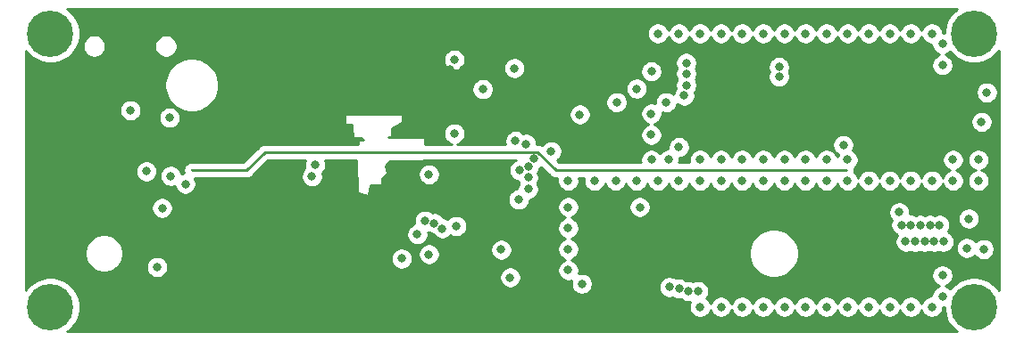
<source format=gbr>
G04 #@! TF.GenerationSoftware,KiCad,Pcbnew,(5.1.5)-3*
G04 #@! TF.CreationDate,2020-05-16T21:03:05+05:30*
G04 #@! TF.ProjectId,ArmTrax,41726d54-7261-4782-9e6b-696361645f70,rev?*
G04 #@! TF.SameCoordinates,Original*
G04 #@! TF.FileFunction,Copper,L3,Inr*
G04 #@! TF.FilePolarity,Positive*
%FSLAX46Y46*%
G04 Gerber Fmt 4.6, Leading zero omitted, Abs format (unit mm)*
G04 Created by KiCad (PCBNEW (5.1.5)-3) date 2020-05-16 21:03:05*
%MOMM*%
%LPD*%
G04 APERTURE LIST*
%ADD10C,4.400000*%
%ADD11C,0.700000*%
%ADD12C,0.800000*%
%ADD13C,0.300000*%
%ADD14C,0.250000*%
%ADD15C,0.254000*%
G04 APERTURE END LIST*
D10*
X150400000Y-76700000D03*
D11*
X152050000Y-76700000D03*
X151566726Y-77866726D03*
X150400000Y-78350000D03*
X149233274Y-77866726D03*
X148750000Y-76700000D03*
X149233274Y-75533274D03*
X150400000Y-75050000D03*
X151566726Y-75533274D03*
D10*
X150400000Y-50700000D03*
D11*
X152050000Y-50700000D03*
X151566726Y-51866726D03*
X150400000Y-52350000D03*
X149233274Y-51866726D03*
X148750000Y-50700000D03*
X149233274Y-49533274D03*
X150400000Y-49050000D03*
X151566726Y-49533274D03*
D10*
X62800000Y-76700000D03*
D11*
X64450000Y-76700000D03*
X63966726Y-77866726D03*
X62800000Y-78350000D03*
X61633274Y-77866726D03*
X61150000Y-76700000D03*
X61633274Y-75533274D03*
X62800000Y-75050000D03*
X63966726Y-75533274D03*
X63966726Y-49533274D03*
X62800000Y-49050000D03*
X61633274Y-49533274D03*
X61150000Y-50700000D03*
X61633274Y-51866726D03*
X62800000Y-52350000D03*
X63966726Y-51866726D03*
X64450000Y-50700000D03*
D10*
X62800000Y-50700000D03*
D12*
X114400000Y-64700000D03*
X146400000Y-64700000D03*
X150800000Y-62700000D03*
X148400000Y-62700000D03*
X143500000Y-68900000D03*
X144400000Y-68900000D03*
X145300000Y-68900000D03*
X146200000Y-68900000D03*
X147100000Y-68900000D03*
X143900000Y-70500000D03*
X144800000Y-70500000D03*
X145700000Y-70500000D03*
X146600000Y-70500000D03*
X147500000Y-70500000D03*
X150800000Y-64700000D03*
X148400000Y-64700000D03*
X100700000Y-54100000D03*
X102000000Y-54100000D03*
X84000000Y-51300000D03*
X88200000Y-51300000D03*
X88600000Y-52400000D03*
X98500000Y-60200000D03*
X74100000Y-58700000D03*
X70400000Y-58000000D03*
X71900000Y-63800000D03*
X73400000Y-67300000D03*
X72900000Y-72900000D03*
X75600000Y-65000000D03*
X74209413Y-64252112D03*
X108685888Y-62612898D03*
X123100000Y-53500000D03*
X116500000Y-57245000D03*
X121200000Y-57245000D03*
X108154701Y-63364059D03*
X123100000Y-54500000D03*
X113000000Y-58400000D03*
X110300000Y-61900000D03*
X106900000Y-60900000D03*
X106800000Y-54000000D03*
X101100000Y-53200000D03*
X103800000Y-56000000D03*
X131900000Y-53879997D03*
X101100000Y-60200000D03*
X131900000Y-54800000D03*
X87900000Y-63200000D03*
X108100000Y-64400000D03*
X122400000Y-61500000D03*
X87600000Y-64300000D03*
X98700000Y-64100000D03*
X107298464Y-63700603D03*
X96100000Y-72100000D03*
X106400000Y-73900000D03*
X107200000Y-66500000D03*
X123100000Y-55600000D03*
X118400000Y-55955000D03*
X107900000Y-61200000D03*
X122900000Y-56600000D03*
X108100000Y-65500000D03*
X123300000Y-75200000D03*
X101300000Y-69000000D03*
X105543916Y-71256084D03*
X122411712Y-74950739D03*
X113200000Y-74500000D03*
X99954623Y-69237012D03*
X121503661Y-74802929D03*
X99191825Y-68722656D03*
X98700000Y-71700000D03*
X97600000Y-69800000D03*
X124220003Y-75200000D03*
X98299212Y-68499804D03*
D13*
X138300000Y-63700000D03*
X77200000Y-63700000D03*
X76196000Y-63700000D03*
D12*
X144400000Y-64700000D03*
X142400000Y-64700000D03*
X140400000Y-64700000D03*
X138400000Y-64700000D03*
X136400000Y-64700000D03*
X134400000Y-64700000D03*
X132400000Y-64700000D03*
X130400000Y-64700000D03*
X128400000Y-64700000D03*
X126400000Y-64700000D03*
X124400000Y-64700000D03*
X122400000Y-64700000D03*
X120400000Y-64700000D03*
X118400000Y-64700000D03*
X116400000Y-64700000D03*
X111900000Y-64700000D03*
X111900000Y-67200000D03*
X111900000Y-69200000D03*
X111900000Y-71200000D03*
X111900000Y-73200000D03*
X147400000Y-73700000D03*
X147400000Y-75700000D03*
X146400000Y-76700000D03*
X144400000Y-76700000D03*
X142400000Y-76700000D03*
X140400000Y-76700000D03*
X138400000Y-76700000D03*
X136400000Y-76700000D03*
X134400000Y-76700000D03*
X132400000Y-76700000D03*
X130400000Y-76700000D03*
X128400000Y-76700000D03*
X126400000Y-76700000D03*
X124400000Y-76700000D03*
X147400000Y-53700000D03*
X147400000Y-51700000D03*
X146400000Y-50700000D03*
X144400000Y-50700000D03*
X142400000Y-50700000D03*
X140400000Y-50700000D03*
X138400000Y-50700000D03*
X136400000Y-50700000D03*
X134400000Y-50700000D03*
X132400000Y-50700000D03*
X130400000Y-50700000D03*
X128400000Y-50700000D03*
X126400000Y-50700000D03*
X124400000Y-50700000D03*
X122400000Y-50700000D03*
X120400000Y-50700000D03*
X119800000Y-54300000D03*
X119774990Y-58325010D03*
X119774990Y-60325010D03*
X119800000Y-62700000D03*
X121400000Y-62700000D03*
X124400000Y-62700000D03*
X126400000Y-62700000D03*
X128400000Y-62700000D03*
X130400000Y-62700000D03*
X132400000Y-62700000D03*
X134400000Y-62700000D03*
X136400000Y-62700000D03*
X138400000Y-62700000D03*
X138000000Y-61300000D03*
X151600000Y-56300000D03*
X149900000Y-68300000D03*
X151300000Y-71200000D03*
X149700000Y-71100000D03*
X143300000Y-67700000D03*
X151100000Y-59100000D03*
X118700000Y-67200000D03*
D14*
X108995489Y-61967897D02*
X83132103Y-61967897D01*
X138300000Y-63700000D02*
X110727592Y-63700000D01*
X110727592Y-63700000D02*
X108995489Y-61967897D01*
X83132103Y-61967897D02*
X81400000Y-63700000D01*
X81400000Y-63700000D02*
X77200000Y-63700000D01*
X77200000Y-63700000D02*
X76196000Y-63700000D01*
D15*
G36*
X148592793Y-48497912D02*
G01*
X148197912Y-48892793D01*
X147887656Y-49357124D01*
X147673948Y-49873061D01*
X147565000Y-50420777D01*
X147565000Y-50677544D01*
X147501939Y-50665000D01*
X147435000Y-50665000D01*
X147435000Y-50598061D01*
X147395226Y-50398102D01*
X147317205Y-50209744D01*
X147203937Y-50040226D01*
X147059774Y-49896063D01*
X146890256Y-49782795D01*
X146701898Y-49704774D01*
X146501939Y-49665000D01*
X146298061Y-49665000D01*
X146098102Y-49704774D01*
X145909744Y-49782795D01*
X145740226Y-49896063D01*
X145596063Y-50040226D01*
X145482795Y-50209744D01*
X145404774Y-50398102D01*
X145400000Y-50422103D01*
X145395226Y-50398102D01*
X145317205Y-50209744D01*
X145203937Y-50040226D01*
X145059774Y-49896063D01*
X144890256Y-49782795D01*
X144701898Y-49704774D01*
X144501939Y-49665000D01*
X144298061Y-49665000D01*
X144098102Y-49704774D01*
X143909744Y-49782795D01*
X143740226Y-49896063D01*
X143596063Y-50040226D01*
X143482795Y-50209744D01*
X143404774Y-50398102D01*
X143400000Y-50422103D01*
X143395226Y-50398102D01*
X143317205Y-50209744D01*
X143203937Y-50040226D01*
X143059774Y-49896063D01*
X142890256Y-49782795D01*
X142701898Y-49704774D01*
X142501939Y-49665000D01*
X142298061Y-49665000D01*
X142098102Y-49704774D01*
X141909744Y-49782795D01*
X141740226Y-49896063D01*
X141596063Y-50040226D01*
X141482795Y-50209744D01*
X141404774Y-50398102D01*
X141400000Y-50422103D01*
X141395226Y-50398102D01*
X141317205Y-50209744D01*
X141203937Y-50040226D01*
X141059774Y-49896063D01*
X140890256Y-49782795D01*
X140701898Y-49704774D01*
X140501939Y-49665000D01*
X140298061Y-49665000D01*
X140098102Y-49704774D01*
X139909744Y-49782795D01*
X139740226Y-49896063D01*
X139596063Y-50040226D01*
X139482795Y-50209744D01*
X139404774Y-50398102D01*
X139400000Y-50422103D01*
X139395226Y-50398102D01*
X139317205Y-50209744D01*
X139203937Y-50040226D01*
X139059774Y-49896063D01*
X138890256Y-49782795D01*
X138701898Y-49704774D01*
X138501939Y-49665000D01*
X138298061Y-49665000D01*
X138098102Y-49704774D01*
X137909744Y-49782795D01*
X137740226Y-49896063D01*
X137596063Y-50040226D01*
X137482795Y-50209744D01*
X137404774Y-50398102D01*
X137400000Y-50422103D01*
X137395226Y-50398102D01*
X137317205Y-50209744D01*
X137203937Y-50040226D01*
X137059774Y-49896063D01*
X136890256Y-49782795D01*
X136701898Y-49704774D01*
X136501939Y-49665000D01*
X136298061Y-49665000D01*
X136098102Y-49704774D01*
X135909744Y-49782795D01*
X135740226Y-49896063D01*
X135596063Y-50040226D01*
X135482795Y-50209744D01*
X135404774Y-50398102D01*
X135400000Y-50422103D01*
X135395226Y-50398102D01*
X135317205Y-50209744D01*
X135203937Y-50040226D01*
X135059774Y-49896063D01*
X134890256Y-49782795D01*
X134701898Y-49704774D01*
X134501939Y-49665000D01*
X134298061Y-49665000D01*
X134098102Y-49704774D01*
X133909744Y-49782795D01*
X133740226Y-49896063D01*
X133596063Y-50040226D01*
X133482795Y-50209744D01*
X133404774Y-50398102D01*
X133400000Y-50422103D01*
X133395226Y-50398102D01*
X133317205Y-50209744D01*
X133203937Y-50040226D01*
X133059774Y-49896063D01*
X132890256Y-49782795D01*
X132701898Y-49704774D01*
X132501939Y-49665000D01*
X132298061Y-49665000D01*
X132098102Y-49704774D01*
X131909744Y-49782795D01*
X131740226Y-49896063D01*
X131596063Y-50040226D01*
X131482795Y-50209744D01*
X131404774Y-50398102D01*
X131400000Y-50422103D01*
X131395226Y-50398102D01*
X131317205Y-50209744D01*
X131203937Y-50040226D01*
X131059774Y-49896063D01*
X130890256Y-49782795D01*
X130701898Y-49704774D01*
X130501939Y-49665000D01*
X130298061Y-49665000D01*
X130098102Y-49704774D01*
X129909744Y-49782795D01*
X129740226Y-49896063D01*
X129596063Y-50040226D01*
X129482795Y-50209744D01*
X129404774Y-50398102D01*
X129400000Y-50422103D01*
X129395226Y-50398102D01*
X129317205Y-50209744D01*
X129203937Y-50040226D01*
X129059774Y-49896063D01*
X128890256Y-49782795D01*
X128701898Y-49704774D01*
X128501939Y-49665000D01*
X128298061Y-49665000D01*
X128098102Y-49704774D01*
X127909744Y-49782795D01*
X127740226Y-49896063D01*
X127596063Y-50040226D01*
X127482795Y-50209744D01*
X127404774Y-50398102D01*
X127400000Y-50422103D01*
X127395226Y-50398102D01*
X127317205Y-50209744D01*
X127203937Y-50040226D01*
X127059774Y-49896063D01*
X126890256Y-49782795D01*
X126701898Y-49704774D01*
X126501939Y-49665000D01*
X126298061Y-49665000D01*
X126098102Y-49704774D01*
X125909744Y-49782795D01*
X125740226Y-49896063D01*
X125596063Y-50040226D01*
X125482795Y-50209744D01*
X125404774Y-50398102D01*
X125400000Y-50422103D01*
X125395226Y-50398102D01*
X125317205Y-50209744D01*
X125203937Y-50040226D01*
X125059774Y-49896063D01*
X124890256Y-49782795D01*
X124701898Y-49704774D01*
X124501939Y-49665000D01*
X124298061Y-49665000D01*
X124098102Y-49704774D01*
X123909744Y-49782795D01*
X123740226Y-49896063D01*
X123596063Y-50040226D01*
X123482795Y-50209744D01*
X123404774Y-50398102D01*
X123400000Y-50422103D01*
X123395226Y-50398102D01*
X123317205Y-50209744D01*
X123203937Y-50040226D01*
X123059774Y-49896063D01*
X122890256Y-49782795D01*
X122701898Y-49704774D01*
X122501939Y-49665000D01*
X122298061Y-49665000D01*
X122098102Y-49704774D01*
X121909744Y-49782795D01*
X121740226Y-49896063D01*
X121596063Y-50040226D01*
X121482795Y-50209744D01*
X121404774Y-50398102D01*
X121400000Y-50422103D01*
X121395226Y-50398102D01*
X121317205Y-50209744D01*
X121203937Y-50040226D01*
X121059774Y-49896063D01*
X120890256Y-49782795D01*
X120701898Y-49704774D01*
X120501939Y-49665000D01*
X120298061Y-49665000D01*
X120098102Y-49704774D01*
X119909744Y-49782795D01*
X119740226Y-49896063D01*
X119596063Y-50040226D01*
X119482795Y-50209744D01*
X119404774Y-50398102D01*
X119365000Y-50598061D01*
X119365000Y-50801939D01*
X119404774Y-51001898D01*
X119482795Y-51190256D01*
X119596063Y-51359774D01*
X119740226Y-51503937D01*
X119909744Y-51617205D01*
X120098102Y-51695226D01*
X120298061Y-51735000D01*
X120501939Y-51735000D01*
X120701898Y-51695226D01*
X120890256Y-51617205D01*
X121059774Y-51503937D01*
X121203937Y-51359774D01*
X121317205Y-51190256D01*
X121395226Y-51001898D01*
X121400000Y-50977897D01*
X121404774Y-51001898D01*
X121482795Y-51190256D01*
X121596063Y-51359774D01*
X121740226Y-51503937D01*
X121909744Y-51617205D01*
X122098102Y-51695226D01*
X122298061Y-51735000D01*
X122501939Y-51735000D01*
X122701898Y-51695226D01*
X122890256Y-51617205D01*
X123059774Y-51503937D01*
X123203937Y-51359774D01*
X123317205Y-51190256D01*
X123395226Y-51001898D01*
X123400000Y-50977897D01*
X123404774Y-51001898D01*
X123482795Y-51190256D01*
X123596063Y-51359774D01*
X123740226Y-51503937D01*
X123909744Y-51617205D01*
X124098102Y-51695226D01*
X124298061Y-51735000D01*
X124501939Y-51735000D01*
X124701898Y-51695226D01*
X124890256Y-51617205D01*
X125059774Y-51503937D01*
X125203937Y-51359774D01*
X125317205Y-51190256D01*
X125395226Y-51001898D01*
X125400000Y-50977897D01*
X125404774Y-51001898D01*
X125482795Y-51190256D01*
X125596063Y-51359774D01*
X125740226Y-51503937D01*
X125909744Y-51617205D01*
X126098102Y-51695226D01*
X126298061Y-51735000D01*
X126501939Y-51735000D01*
X126701898Y-51695226D01*
X126890256Y-51617205D01*
X127059774Y-51503937D01*
X127203937Y-51359774D01*
X127317205Y-51190256D01*
X127395226Y-51001898D01*
X127400000Y-50977897D01*
X127404774Y-51001898D01*
X127482795Y-51190256D01*
X127596063Y-51359774D01*
X127740226Y-51503937D01*
X127909744Y-51617205D01*
X128098102Y-51695226D01*
X128298061Y-51735000D01*
X128501939Y-51735000D01*
X128701898Y-51695226D01*
X128890256Y-51617205D01*
X129059774Y-51503937D01*
X129203937Y-51359774D01*
X129317205Y-51190256D01*
X129395226Y-51001898D01*
X129400000Y-50977897D01*
X129404774Y-51001898D01*
X129482795Y-51190256D01*
X129596063Y-51359774D01*
X129740226Y-51503937D01*
X129909744Y-51617205D01*
X130098102Y-51695226D01*
X130298061Y-51735000D01*
X130501939Y-51735000D01*
X130701898Y-51695226D01*
X130890256Y-51617205D01*
X131059774Y-51503937D01*
X131203937Y-51359774D01*
X131317205Y-51190256D01*
X131395226Y-51001898D01*
X131400000Y-50977897D01*
X131404774Y-51001898D01*
X131482795Y-51190256D01*
X131596063Y-51359774D01*
X131740226Y-51503937D01*
X131909744Y-51617205D01*
X132098102Y-51695226D01*
X132298061Y-51735000D01*
X132501939Y-51735000D01*
X132701898Y-51695226D01*
X132890256Y-51617205D01*
X133059774Y-51503937D01*
X133203937Y-51359774D01*
X133317205Y-51190256D01*
X133395226Y-51001898D01*
X133400000Y-50977897D01*
X133404774Y-51001898D01*
X133482795Y-51190256D01*
X133596063Y-51359774D01*
X133740226Y-51503937D01*
X133909744Y-51617205D01*
X134098102Y-51695226D01*
X134298061Y-51735000D01*
X134501939Y-51735000D01*
X134701898Y-51695226D01*
X134890256Y-51617205D01*
X135059774Y-51503937D01*
X135203937Y-51359774D01*
X135317205Y-51190256D01*
X135395226Y-51001898D01*
X135400000Y-50977897D01*
X135404774Y-51001898D01*
X135482795Y-51190256D01*
X135596063Y-51359774D01*
X135740226Y-51503937D01*
X135909744Y-51617205D01*
X136098102Y-51695226D01*
X136298061Y-51735000D01*
X136501939Y-51735000D01*
X136701898Y-51695226D01*
X136890256Y-51617205D01*
X137059774Y-51503937D01*
X137203937Y-51359774D01*
X137317205Y-51190256D01*
X137395226Y-51001898D01*
X137400000Y-50977897D01*
X137404774Y-51001898D01*
X137482795Y-51190256D01*
X137596063Y-51359774D01*
X137740226Y-51503937D01*
X137909744Y-51617205D01*
X138098102Y-51695226D01*
X138298061Y-51735000D01*
X138501939Y-51735000D01*
X138701898Y-51695226D01*
X138890256Y-51617205D01*
X139059774Y-51503937D01*
X139203937Y-51359774D01*
X139317205Y-51190256D01*
X139395226Y-51001898D01*
X139400000Y-50977897D01*
X139404774Y-51001898D01*
X139482795Y-51190256D01*
X139596063Y-51359774D01*
X139740226Y-51503937D01*
X139909744Y-51617205D01*
X140098102Y-51695226D01*
X140298061Y-51735000D01*
X140501939Y-51735000D01*
X140701898Y-51695226D01*
X140890256Y-51617205D01*
X141059774Y-51503937D01*
X141203937Y-51359774D01*
X141317205Y-51190256D01*
X141395226Y-51001898D01*
X141400000Y-50977897D01*
X141404774Y-51001898D01*
X141482795Y-51190256D01*
X141596063Y-51359774D01*
X141740226Y-51503937D01*
X141909744Y-51617205D01*
X142098102Y-51695226D01*
X142298061Y-51735000D01*
X142501939Y-51735000D01*
X142701898Y-51695226D01*
X142890256Y-51617205D01*
X143059774Y-51503937D01*
X143203937Y-51359774D01*
X143317205Y-51190256D01*
X143395226Y-51001898D01*
X143400000Y-50977897D01*
X143404774Y-51001898D01*
X143482795Y-51190256D01*
X143596063Y-51359774D01*
X143740226Y-51503937D01*
X143909744Y-51617205D01*
X144098102Y-51695226D01*
X144298061Y-51735000D01*
X144501939Y-51735000D01*
X144701898Y-51695226D01*
X144890256Y-51617205D01*
X145059774Y-51503937D01*
X145203937Y-51359774D01*
X145317205Y-51190256D01*
X145395226Y-51001898D01*
X145400000Y-50977897D01*
X145404774Y-51001898D01*
X145482795Y-51190256D01*
X145596063Y-51359774D01*
X145740226Y-51503937D01*
X145909744Y-51617205D01*
X146098102Y-51695226D01*
X146298061Y-51735000D01*
X146365000Y-51735000D01*
X146365000Y-51801939D01*
X146404774Y-52001898D01*
X146482795Y-52190256D01*
X146596063Y-52359774D01*
X146740226Y-52503937D01*
X146909744Y-52617205D01*
X147098102Y-52695226D01*
X147122103Y-52700000D01*
X147098102Y-52704774D01*
X146909744Y-52782795D01*
X146740226Y-52896063D01*
X146596063Y-53040226D01*
X146482795Y-53209744D01*
X146404774Y-53398102D01*
X146365000Y-53598061D01*
X146365000Y-53801939D01*
X146404774Y-54001898D01*
X146482795Y-54190256D01*
X146596063Y-54359774D01*
X146740226Y-54503937D01*
X146909744Y-54617205D01*
X147098102Y-54695226D01*
X147298061Y-54735000D01*
X147501939Y-54735000D01*
X147701898Y-54695226D01*
X147890256Y-54617205D01*
X148059774Y-54503937D01*
X148203937Y-54359774D01*
X148317205Y-54190256D01*
X148395226Y-54001898D01*
X148435000Y-53801939D01*
X148435000Y-53598061D01*
X148395226Y-53398102D01*
X148317205Y-53209744D01*
X148203937Y-53040226D01*
X148059774Y-52896063D01*
X147890256Y-52782795D01*
X147701898Y-52704774D01*
X147677897Y-52700000D01*
X147701898Y-52695226D01*
X147890256Y-52617205D01*
X148059774Y-52503937D01*
X148141272Y-52422439D01*
X148197912Y-52507207D01*
X148592793Y-52902088D01*
X149057124Y-53212344D01*
X149573061Y-53426052D01*
X150120777Y-53535000D01*
X150679223Y-53535000D01*
X151226939Y-53426052D01*
X151742876Y-53212344D01*
X152207207Y-52902088D01*
X152602088Y-52507207D01*
X152740000Y-52300807D01*
X152740001Y-75099194D01*
X152602088Y-74892793D01*
X152207207Y-74497912D01*
X151742876Y-74187656D01*
X151226939Y-73973948D01*
X150679223Y-73865000D01*
X150120777Y-73865000D01*
X149573061Y-73973948D01*
X149057124Y-74187656D01*
X148592793Y-74497912D01*
X148197912Y-74892793D01*
X148141272Y-74977561D01*
X148059774Y-74896063D01*
X147890256Y-74782795D01*
X147701898Y-74704774D01*
X147677897Y-74700000D01*
X147701898Y-74695226D01*
X147890256Y-74617205D01*
X148059774Y-74503937D01*
X148203937Y-74359774D01*
X148317205Y-74190256D01*
X148395226Y-74001898D01*
X148435000Y-73801939D01*
X148435000Y-73598061D01*
X148395226Y-73398102D01*
X148317205Y-73209744D01*
X148203937Y-73040226D01*
X148059774Y-72896063D01*
X147890256Y-72782795D01*
X147701898Y-72704774D01*
X147501939Y-72665000D01*
X147298061Y-72665000D01*
X147098102Y-72704774D01*
X146909744Y-72782795D01*
X146740226Y-72896063D01*
X146596063Y-73040226D01*
X146482795Y-73209744D01*
X146404774Y-73398102D01*
X146365000Y-73598061D01*
X146365000Y-73801939D01*
X146404774Y-74001898D01*
X146482795Y-74190256D01*
X146596063Y-74359774D01*
X146740226Y-74503937D01*
X146909744Y-74617205D01*
X147098102Y-74695226D01*
X147122103Y-74700000D01*
X147098102Y-74704774D01*
X146909744Y-74782795D01*
X146740226Y-74896063D01*
X146596063Y-75040226D01*
X146482795Y-75209744D01*
X146404774Y-75398102D01*
X146365000Y-75598061D01*
X146365000Y-75665000D01*
X146298061Y-75665000D01*
X146098102Y-75704774D01*
X145909744Y-75782795D01*
X145740226Y-75896063D01*
X145596063Y-76040226D01*
X145482795Y-76209744D01*
X145404774Y-76398102D01*
X145400000Y-76422103D01*
X145395226Y-76398102D01*
X145317205Y-76209744D01*
X145203937Y-76040226D01*
X145059774Y-75896063D01*
X144890256Y-75782795D01*
X144701898Y-75704774D01*
X144501939Y-75665000D01*
X144298061Y-75665000D01*
X144098102Y-75704774D01*
X143909744Y-75782795D01*
X143740226Y-75896063D01*
X143596063Y-76040226D01*
X143482795Y-76209744D01*
X143404774Y-76398102D01*
X143400000Y-76422103D01*
X143395226Y-76398102D01*
X143317205Y-76209744D01*
X143203937Y-76040226D01*
X143059774Y-75896063D01*
X142890256Y-75782795D01*
X142701898Y-75704774D01*
X142501939Y-75665000D01*
X142298061Y-75665000D01*
X142098102Y-75704774D01*
X141909744Y-75782795D01*
X141740226Y-75896063D01*
X141596063Y-76040226D01*
X141482795Y-76209744D01*
X141404774Y-76398102D01*
X141400000Y-76422103D01*
X141395226Y-76398102D01*
X141317205Y-76209744D01*
X141203937Y-76040226D01*
X141059774Y-75896063D01*
X140890256Y-75782795D01*
X140701898Y-75704774D01*
X140501939Y-75665000D01*
X140298061Y-75665000D01*
X140098102Y-75704774D01*
X139909744Y-75782795D01*
X139740226Y-75896063D01*
X139596063Y-76040226D01*
X139482795Y-76209744D01*
X139404774Y-76398102D01*
X139400000Y-76422103D01*
X139395226Y-76398102D01*
X139317205Y-76209744D01*
X139203937Y-76040226D01*
X139059774Y-75896063D01*
X138890256Y-75782795D01*
X138701898Y-75704774D01*
X138501939Y-75665000D01*
X138298061Y-75665000D01*
X138098102Y-75704774D01*
X137909744Y-75782795D01*
X137740226Y-75896063D01*
X137596063Y-76040226D01*
X137482795Y-76209744D01*
X137404774Y-76398102D01*
X137400000Y-76422103D01*
X137395226Y-76398102D01*
X137317205Y-76209744D01*
X137203937Y-76040226D01*
X137059774Y-75896063D01*
X136890256Y-75782795D01*
X136701898Y-75704774D01*
X136501939Y-75665000D01*
X136298061Y-75665000D01*
X136098102Y-75704774D01*
X135909744Y-75782795D01*
X135740226Y-75896063D01*
X135596063Y-76040226D01*
X135482795Y-76209744D01*
X135404774Y-76398102D01*
X135400000Y-76422103D01*
X135395226Y-76398102D01*
X135317205Y-76209744D01*
X135203937Y-76040226D01*
X135059774Y-75896063D01*
X134890256Y-75782795D01*
X134701898Y-75704774D01*
X134501939Y-75665000D01*
X134298061Y-75665000D01*
X134098102Y-75704774D01*
X133909744Y-75782795D01*
X133740226Y-75896063D01*
X133596063Y-76040226D01*
X133482795Y-76209744D01*
X133404774Y-76398102D01*
X133400000Y-76422103D01*
X133395226Y-76398102D01*
X133317205Y-76209744D01*
X133203937Y-76040226D01*
X133059774Y-75896063D01*
X132890256Y-75782795D01*
X132701898Y-75704774D01*
X132501939Y-75665000D01*
X132298061Y-75665000D01*
X132098102Y-75704774D01*
X131909744Y-75782795D01*
X131740226Y-75896063D01*
X131596063Y-76040226D01*
X131482795Y-76209744D01*
X131404774Y-76398102D01*
X131400000Y-76422103D01*
X131395226Y-76398102D01*
X131317205Y-76209744D01*
X131203937Y-76040226D01*
X131059774Y-75896063D01*
X130890256Y-75782795D01*
X130701898Y-75704774D01*
X130501939Y-75665000D01*
X130298061Y-75665000D01*
X130098102Y-75704774D01*
X129909744Y-75782795D01*
X129740226Y-75896063D01*
X129596063Y-76040226D01*
X129482795Y-76209744D01*
X129404774Y-76398102D01*
X129400000Y-76422103D01*
X129395226Y-76398102D01*
X129317205Y-76209744D01*
X129203937Y-76040226D01*
X129059774Y-75896063D01*
X128890256Y-75782795D01*
X128701898Y-75704774D01*
X128501939Y-75665000D01*
X128298061Y-75665000D01*
X128098102Y-75704774D01*
X127909744Y-75782795D01*
X127740226Y-75896063D01*
X127596063Y-76040226D01*
X127482795Y-76209744D01*
X127404774Y-76398102D01*
X127400000Y-76422103D01*
X127395226Y-76398102D01*
X127317205Y-76209744D01*
X127203937Y-76040226D01*
X127059774Y-75896063D01*
X126890256Y-75782795D01*
X126701898Y-75704774D01*
X126501939Y-75665000D01*
X126298061Y-75665000D01*
X126098102Y-75704774D01*
X125909744Y-75782795D01*
X125740226Y-75896063D01*
X125596063Y-76040226D01*
X125482795Y-76209744D01*
X125404774Y-76398102D01*
X125400000Y-76422103D01*
X125395226Y-76398102D01*
X125317205Y-76209744D01*
X125203937Y-76040226D01*
X125059774Y-75896063D01*
X125016539Y-75867175D01*
X125023940Y-75859774D01*
X125137208Y-75690256D01*
X125215229Y-75501898D01*
X125255003Y-75301939D01*
X125255003Y-75098061D01*
X125215229Y-74898102D01*
X125137208Y-74709744D01*
X125023940Y-74540226D01*
X124879777Y-74396063D01*
X124710259Y-74282795D01*
X124521901Y-74204774D01*
X124321942Y-74165000D01*
X124118064Y-74165000D01*
X123918105Y-74204774D01*
X123760002Y-74270263D01*
X123601898Y-74204774D01*
X123401939Y-74165000D01*
X123198061Y-74165000D01*
X123107665Y-74182981D01*
X123071486Y-74146802D01*
X122901968Y-74033534D01*
X122713610Y-73955513D01*
X122513651Y-73915739D01*
X122309773Y-73915739D01*
X122109814Y-73955513D01*
X122102746Y-73958441D01*
X121993917Y-73885724D01*
X121805559Y-73807703D01*
X121605600Y-73767929D01*
X121401722Y-73767929D01*
X121201763Y-73807703D01*
X121013405Y-73885724D01*
X120843887Y-73998992D01*
X120699724Y-74143155D01*
X120586456Y-74312673D01*
X120508435Y-74501031D01*
X120468661Y-74700990D01*
X120468661Y-74904868D01*
X120508435Y-75104827D01*
X120586456Y-75293185D01*
X120699724Y-75462703D01*
X120843887Y-75606866D01*
X121013405Y-75720134D01*
X121201763Y-75798155D01*
X121401722Y-75837929D01*
X121605600Y-75837929D01*
X121805559Y-75798155D01*
X121812627Y-75795227D01*
X121921456Y-75867944D01*
X122109814Y-75945965D01*
X122309773Y-75985739D01*
X122513651Y-75985739D01*
X122604047Y-75967758D01*
X122640226Y-76003937D01*
X122809744Y-76117205D01*
X122998102Y-76195226D01*
X123198061Y-76235000D01*
X123401939Y-76235000D01*
X123478654Y-76219741D01*
X123404774Y-76398102D01*
X123365000Y-76598061D01*
X123365000Y-76801939D01*
X123404774Y-77001898D01*
X123482795Y-77190256D01*
X123596063Y-77359774D01*
X123740226Y-77503937D01*
X123909744Y-77617205D01*
X124098102Y-77695226D01*
X124298061Y-77735000D01*
X124501939Y-77735000D01*
X124701898Y-77695226D01*
X124890256Y-77617205D01*
X125059774Y-77503937D01*
X125203937Y-77359774D01*
X125317205Y-77190256D01*
X125395226Y-77001898D01*
X125400000Y-76977897D01*
X125404774Y-77001898D01*
X125482795Y-77190256D01*
X125596063Y-77359774D01*
X125740226Y-77503937D01*
X125909744Y-77617205D01*
X126098102Y-77695226D01*
X126298061Y-77735000D01*
X126501939Y-77735000D01*
X126701898Y-77695226D01*
X126890256Y-77617205D01*
X127059774Y-77503937D01*
X127203937Y-77359774D01*
X127317205Y-77190256D01*
X127395226Y-77001898D01*
X127400000Y-76977897D01*
X127404774Y-77001898D01*
X127482795Y-77190256D01*
X127596063Y-77359774D01*
X127740226Y-77503937D01*
X127909744Y-77617205D01*
X128098102Y-77695226D01*
X128298061Y-77735000D01*
X128501939Y-77735000D01*
X128701898Y-77695226D01*
X128890256Y-77617205D01*
X129059774Y-77503937D01*
X129203937Y-77359774D01*
X129317205Y-77190256D01*
X129395226Y-77001898D01*
X129400000Y-76977897D01*
X129404774Y-77001898D01*
X129482795Y-77190256D01*
X129596063Y-77359774D01*
X129740226Y-77503937D01*
X129909744Y-77617205D01*
X130098102Y-77695226D01*
X130298061Y-77735000D01*
X130501939Y-77735000D01*
X130701898Y-77695226D01*
X130890256Y-77617205D01*
X131059774Y-77503937D01*
X131203937Y-77359774D01*
X131317205Y-77190256D01*
X131395226Y-77001898D01*
X131400000Y-76977897D01*
X131404774Y-77001898D01*
X131482795Y-77190256D01*
X131596063Y-77359774D01*
X131740226Y-77503937D01*
X131909744Y-77617205D01*
X132098102Y-77695226D01*
X132298061Y-77735000D01*
X132501939Y-77735000D01*
X132701898Y-77695226D01*
X132890256Y-77617205D01*
X133059774Y-77503937D01*
X133203937Y-77359774D01*
X133317205Y-77190256D01*
X133395226Y-77001898D01*
X133400000Y-76977897D01*
X133404774Y-77001898D01*
X133482795Y-77190256D01*
X133596063Y-77359774D01*
X133740226Y-77503937D01*
X133909744Y-77617205D01*
X134098102Y-77695226D01*
X134298061Y-77735000D01*
X134501939Y-77735000D01*
X134701898Y-77695226D01*
X134890256Y-77617205D01*
X135059774Y-77503937D01*
X135203937Y-77359774D01*
X135317205Y-77190256D01*
X135395226Y-77001898D01*
X135400000Y-76977897D01*
X135404774Y-77001898D01*
X135482795Y-77190256D01*
X135596063Y-77359774D01*
X135740226Y-77503937D01*
X135909744Y-77617205D01*
X136098102Y-77695226D01*
X136298061Y-77735000D01*
X136501939Y-77735000D01*
X136701898Y-77695226D01*
X136890256Y-77617205D01*
X137059774Y-77503937D01*
X137203937Y-77359774D01*
X137317205Y-77190256D01*
X137395226Y-77001898D01*
X137400000Y-76977897D01*
X137404774Y-77001898D01*
X137482795Y-77190256D01*
X137596063Y-77359774D01*
X137740226Y-77503937D01*
X137909744Y-77617205D01*
X138098102Y-77695226D01*
X138298061Y-77735000D01*
X138501939Y-77735000D01*
X138701898Y-77695226D01*
X138890256Y-77617205D01*
X139059774Y-77503937D01*
X139203937Y-77359774D01*
X139317205Y-77190256D01*
X139395226Y-77001898D01*
X139400000Y-76977897D01*
X139404774Y-77001898D01*
X139482795Y-77190256D01*
X139596063Y-77359774D01*
X139740226Y-77503937D01*
X139909744Y-77617205D01*
X140098102Y-77695226D01*
X140298061Y-77735000D01*
X140501939Y-77735000D01*
X140701898Y-77695226D01*
X140890256Y-77617205D01*
X141059774Y-77503937D01*
X141203937Y-77359774D01*
X141317205Y-77190256D01*
X141395226Y-77001898D01*
X141400000Y-76977897D01*
X141404774Y-77001898D01*
X141482795Y-77190256D01*
X141596063Y-77359774D01*
X141740226Y-77503937D01*
X141909744Y-77617205D01*
X142098102Y-77695226D01*
X142298061Y-77735000D01*
X142501939Y-77735000D01*
X142701898Y-77695226D01*
X142890256Y-77617205D01*
X143059774Y-77503937D01*
X143203937Y-77359774D01*
X143317205Y-77190256D01*
X143395226Y-77001898D01*
X143400000Y-76977897D01*
X143404774Y-77001898D01*
X143482795Y-77190256D01*
X143596063Y-77359774D01*
X143740226Y-77503937D01*
X143909744Y-77617205D01*
X144098102Y-77695226D01*
X144298061Y-77735000D01*
X144501939Y-77735000D01*
X144701898Y-77695226D01*
X144890256Y-77617205D01*
X145059774Y-77503937D01*
X145203937Y-77359774D01*
X145317205Y-77190256D01*
X145395226Y-77001898D01*
X145400000Y-76977897D01*
X145404774Y-77001898D01*
X145482795Y-77190256D01*
X145596063Y-77359774D01*
X145740226Y-77503937D01*
X145909744Y-77617205D01*
X146098102Y-77695226D01*
X146298061Y-77735000D01*
X146501939Y-77735000D01*
X146701898Y-77695226D01*
X146890256Y-77617205D01*
X147059774Y-77503937D01*
X147203937Y-77359774D01*
X147317205Y-77190256D01*
X147395226Y-77001898D01*
X147435000Y-76801939D01*
X147435000Y-76735000D01*
X147501939Y-76735000D01*
X147565000Y-76722456D01*
X147565000Y-76979223D01*
X147673948Y-77526939D01*
X147887656Y-78042876D01*
X148197912Y-78507207D01*
X148592793Y-78902088D01*
X148799193Y-79040000D01*
X64400807Y-79040000D01*
X64607207Y-78902088D01*
X65002088Y-78507207D01*
X65312344Y-78042876D01*
X65526052Y-77526939D01*
X65635000Y-76979223D01*
X65635000Y-76420777D01*
X65526052Y-75873061D01*
X65312344Y-75357124D01*
X65002088Y-74892793D01*
X64607207Y-74497912D01*
X64142876Y-74187656D01*
X63626939Y-73973948D01*
X63079223Y-73865000D01*
X62520777Y-73865000D01*
X61973061Y-73973948D01*
X61457124Y-74187656D01*
X60992793Y-74497912D01*
X60597912Y-74892793D01*
X60460000Y-75099193D01*
X60460000Y-71419761D01*
X66040000Y-71419761D01*
X66040000Y-71780239D01*
X66110325Y-72133791D01*
X66248275Y-72466830D01*
X66448546Y-72766557D01*
X66703443Y-73021454D01*
X67003170Y-73221725D01*
X67336209Y-73359675D01*
X67689761Y-73430000D01*
X68050239Y-73430000D01*
X68403791Y-73359675D01*
X68736830Y-73221725D01*
X69036557Y-73021454D01*
X69259950Y-72798061D01*
X71865000Y-72798061D01*
X71865000Y-73001939D01*
X71904774Y-73201898D01*
X71982795Y-73390256D01*
X72096063Y-73559774D01*
X72240226Y-73703937D01*
X72409744Y-73817205D01*
X72598102Y-73895226D01*
X72798061Y-73935000D01*
X73001939Y-73935000D01*
X73201898Y-73895226D01*
X73390256Y-73817205D01*
X73418907Y-73798061D01*
X105365000Y-73798061D01*
X105365000Y-74001939D01*
X105404774Y-74201898D01*
X105482795Y-74390256D01*
X105596063Y-74559774D01*
X105740226Y-74703937D01*
X105909744Y-74817205D01*
X106098102Y-74895226D01*
X106298061Y-74935000D01*
X106501939Y-74935000D01*
X106701898Y-74895226D01*
X106890256Y-74817205D01*
X107059774Y-74703937D01*
X107203937Y-74559774D01*
X107317205Y-74390256D01*
X107395226Y-74201898D01*
X107435000Y-74001939D01*
X107435000Y-73798061D01*
X107395226Y-73598102D01*
X107317205Y-73409744D01*
X107203937Y-73240226D01*
X107059774Y-73096063D01*
X106890256Y-72982795D01*
X106701898Y-72904774D01*
X106501939Y-72865000D01*
X106298061Y-72865000D01*
X106098102Y-72904774D01*
X105909744Y-72982795D01*
X105740226Y-73096063D01*
X105596063Y-73240226D01*
X105482795Y-73409744D01*
X105404774Y-73598102D01*
X105365000Y-73798061D01*
X73418907Y-73798061D01*
X73559774Y-73703937D01*
X73703937Y-73559774D01*
X73817205Y-73390256D01*
X73895226Y-73201898D01*
X73935000Y-73001939D01*
X73935000Y-72798061D01*
X73895226Y-72598102D01*
X73817205Y-72409744D01*
X73703937Y-72240226D01*
X73559774Y-72096063D01*
X73413104Y-71998061D01*
X95065000Y-71998061D01*
X95065000Y-72201939D01*
X95104774Y-72401898D01*
X95182795Y-72590256D01*
X95296063Y-72759774D01*
X95440226Y-72903937D01*
X95609744Y-73017205D01*
X95798102Y-73095226D01*
X95998061Y-73135000D01*
X96201939Y-73135000D01*
X96401898Y-73095226D01*
X96590256Y-73017205D01*
X96759774Y-72903937D01*
X96903937Y-72759774D01*
X97017205Y-72590256D01*
X97095226Y-72401898D01*
X97135000Y-72201939D01*
X97135000Y-71998061D01*
X97095226Y-71798102D01*
X97017205Y-71609744D01*
X97009399Y-71598061D01*
X97665000Y-71598061D01*
X97665000Y-71801939D01*
X97704774Y-72001898D01*
X97782795Y-72190256D01*
X97896063Y-72359774D01*
X98040226Y-72503937D01*
X98209744Y-72617205D01*
X98398102Y-72695226D01*
X98598061Y-72735000D01*
X98801939Y-72735000D01*
X99001898Y-72695226D01*
X99190256Y-72617205D01*
X99359774Y-72503937D01*
X99503937Y-72359774D01*
X99617205Y-72190256D01*
X99695226Y-72001898D01*
X99735000Y-71801939D01*
X99735000Y-71598061D01*
X99695226Y-71398102D01*
X99617205Y-71209744D01*
X99580056Y-71154145D01*
X104508916Y-71154145D01*
X104508916Y-71358023D01*
X104548690Y-71557982D01*
X104626711Y-71746340D01*
X104739979Y-71915858D01*
X104884142Y-72060021D01*
X105053660Y-72173289D01*
X105242018Y-72251310D01*
X105441977Y-72291084D01*
X105645855Y-72291084D01*
X105845814Y-72251310D01*
X106034172Y-72173289D01*
X106203690Y-72060021D01*
X106347853Y-71915858D01*
X106461121Y-71746340D01*
X106539142Y-71557982D01*
X106578916Y-71358023D01*
X106578916Y-71154145D01*
X106539142Y-70954186D01*
X106461121Y-70765828D01*
X106347853Y-70596310D01*
X106203690Y-70452147D01*
X106034172Y-70338879D01*
X105845814Y-70260858D01*
X105645855Y-70221084D01*
X105441977Y-70221084D01*
X105242018Y-70260858D01*
X105053660Y-70338879D01*
X104884142Y-70452147D01*
X104739979Y-70596310D01*
X104626711Y-70765828D01*
X104548690Y-70954186D01*
X104508916Y-71154145D01*
X99580056Y-71154145D01*
X99503937Y-71040226D01*
X99359774Y-70896063D01*
X99190256Y-70782795D01*
X99001898Y-70704774D01*
X98801939Y-70665000D01*
X98598061Y-70665000D01*
X98398102Y-70704774D01*
X98209744Y-70782795D01*
X98040226Y-70896063D01*
X97896063Y-71040226D01*
X97782795Y-71209744D01*
X97704774Y-71398102D01*
X97665000Y-71598061D01*
X97009399Y-71598061D01*
X96903937Y-71440226D01*
X96759774Y-71296063D01*
X96590256Y-71182795D01*
X96401898Y-71104774D01*
X96201939Y-71065000D01*
X95998061Y-71065000D01*
X95798102Y-71104774D01*
X95609744Y-71182795D01*
X95440226Y-71296063D01*
X95296063Y-71440226D01*
X95182795Y-71609744D01*
X95104774Y-71798102D01*
X95065000Y-71998061D01*
X73413104Y-71998061D01*
X73390256Y-71982795D01*
X73201898Y-71904774D01*
X73001939Y-71865000D01*
X72798061Y-71865000D01*
X72598102Y-71904774D01*
X72409744Y-71982795D01*
X72240226Y-72096063D01*
X72096063Y-72240226D01*
X71982795Y-72409744D01*
X71904774Y-72598102D01*
X71865000Y-72798061D01*
X69259950Y-72798061D01*
X69291454Y-72766557D01*
X69491725Y-72466830D01*
X69629675Y-72133791D01*
X69700000Y-71780239D01*
X69700000Y-71419761D01*
X69629675Y-71066209D01*
X69491725Y-70733170D01*
X69291454Y-70433443D01*
X69036557Y-70178546D01*
X68736830Y-69978275D01*
X68403791Y-69840325D01*
X68050239Y-69770000D01*
X67689761Y-69770000D01*
X67336209Y-69840325D01*
X67003170Y-69978275D01*
X66703443Y-70178546D01*
X66448546Y-70433443D01*
X66248275Y-70733170D01*
X66110325Y-71066209D01*
X66040000Y-71419761D01*
X60460000Y-71419761D01*
X60460000Y-69698061D01*
X96565000Y-69698061D01*
X96565000Y-69901939D01*
X96604774Y-70101898D01*
X96682795Y-70290256D01*
X96796063Y-70459774D01*
X96940226Y-70603937D01*
X97109744Y-70717205D01*
X97298102Y-70795226D01*
X97498061Y-70835000D01*
X97701939Y-70835000D01*
X97901898Y-70795226D01*
X98090256Y-70717205D01*
X98259774Y-70603937D01*
X98403937Y-70459774D01*
X98517205Y-70290256D01*
X98595226Y-70101898D01*
X98635000Y-69901939D01*
X98635000Y-69698061D01*
X98611445Y-69579642D01*
X98701569Y-69639861D01*
X98889927Y-69717882D01*
X99052793Y-69750278D01*
X99150686Y-69896786D01*
X99294849Y-70040949D01*
X99464367Y-70154217D01*
X99652725Y-70232238D01*
X99852684Y-70272012D01*
X100056562Y-70272012D01*
X100256521Y-70232238D01*
X100444879Y-70154217D01*
X100614397Y-70040949D01*
X100758560Y-69896786D01*
X100764926Y-69887259D01*
X100809744Y-69917205D01*
X100998102Y-69995226D01*
X101198061Y-70035000D01*
X101401939Y-70035000D01*
X101601898Y-69995226D01*
X101790256Y-69917205D01*
X101959774Y-69803937D01*
X102103937Y-69659774D01*
X102217205Y-69490256D01*
X102295226Y-69301898D01*
X102335000Y-69101939D01*
X102335000Y-68898061D01*
X102295226Y-68698102D01*
X102217205Y-68509744D01*
X102103937Y-68340226D01*
X101959774Y-68196063D01*
X101790256Y-68082795D01*
X101601898Y-68004774D01*
X101401939Y-67965000D01*
X101198061Y-67965000D01*
X100998102Y-68004774D01*
X100809744Y-68082795D01*
X100640226Y-68196063D01*
X100496063Y-68340226D01*
X100489697Y-68349753D01*
X100444879Y-68319807D01*
X100256521Y-68241786D01*
X100093655Y-68209390D01*
X99995762Y-68062882D01*
X99851599Y-67918719D01*
X99682081Y-67805451D01*
X99493723Y-67727430D01*
X99293764Y-67687656D01*
X99089886Y-67687656D01*
X98973855Y-67710736D01*
X98958986Y-67695867D01*
X98789468Y-67582599D01*
X98601110Y-67504578D01*
X98401151Y-67464804D01*
X98197273Y-67464804D01*
X97997314Y-67504578D01*
X97808956Y-67582599D01*
X97639438Y-67695867D01*
X97495275Y-67840030D01*
X97382007Y-68009548D01*
X97303986Y-68197906D01*
X97264212Y-68397865D01*
X97264212Y-68601743D01*
X97303986Y-68801702D01*
X97304714Y-68803459D01*
X97298102Y-68804774D01*
X97109744Y-68882795D01*
X96940226Y-68996063D01*
X96796063Y-69140226D01*
X96682795Y-69309744D01*
X96604774Y-69498102D01*
X96565000Y-69698061D01*
X60460000Y-69698061D01*
X60460000Y-67198061D01*
X72365000Y-67198061D01*
X72365000Y-67401939D01*
X72404774Y-67601898D01*
X72482795Y-67790256D01*
X72596063Y-67959774D01*
X72740226Y-68103937D01*
X72909744Y-68217205D01*
X73098102Y-68295226D01*
X73298061Y-68335000D01*
X73501939Y-68335000D01*
X73701898Y-68295226D01*
X73890256Y-68217205D01*
X74059774Y-68103937D01*
X74203937Y-67959774D01*
X74317205Y-67790256D01*
X74395226Y-67601898D01*
X74435000Y-67401939D01*
X74435000Y-67198061D01*
X74395226Y-66998102D01*
X74317205Y-66809744D01*
X74203937Y-66640226D01*
X74059774Y-66496063D01*
X73890256Y-66382795D01*
X73701898Y-66304774D01*
X73501939Y-66265000D01*
X73298061Y-66265000D01*
X73098102Y-66304774D01*
X72909744Y-66382795D01*
X72740226Y-66496063D01*
X72596063Y-66640226D01*
X72482795Y-66809744D01*
X72404774Y-66998102D01*
X72365000Y-67198061D01*
X60460000Y-67198061D01*
X60460000Y-63698061D01*
X70865000Y-63698061D01*
X70865000Y-63901939D01*
X70904774Y-64101898D01*
X70982795Y-64290256D01*
X71096063Y-64459774D01*
X71240226Y-64603937D01*
X71409744Y-64717205D01*
X71598102Y-64795226D01*
X71798061Y-64835000D01*
X72001939Y-64835000D01*
X72201898Y-64795226D01*
X72390256Y-64717205D01*
X72559774Y-64603937D01*
X72703937Y-64459774D01*
X72817205Y-64290256D01*
X72875229Y-64150173D01*
X73174413Y-64150173D01*
X73174413Y-64354051D01*
X73214187Y-64554010D01*
X73292208Y-64742368D01*
X73405476Y-64911886D01*
X73549639Y-65056049D01*
X73719157Y-65169317D01*
X73907515Y-65247338D01*
X74107474Y-65287112D01*
X74311352Y-65287112D01*
X74511311Y-65247338D01*
X74587633Y-65215724D01*
X74604774Y-65301898D01*
X74682795Y-65490256D01*
X74796063Y-65659774D01*
X74940226Y-65803937D01*
X75109744Y-65917205D01*
X75298102Y-65995226D01*
X75498061Y-66035000D01*
X75701939Y-66035000D01*
X75901898Y-65995226D01*
X76090256Y-65917205D01*
X76259774Y-65803937D01*
X76403937Y-65659774D01*
X76517205Y-65490256D01*
X76595226Y-65301898D01*
X76635000Y-65101939D01*
X76635000Y-64898061D01*
X76595226Y-64698102D01*
X76517205Y-64509744D01*
X76483967Y-64460000D01*
X76997000Y-64460000D01*
X77122684Y-64485000D01*
X77277316Y-64485000D01*
X77403000Y-64460000D01*
X81362678Y-64460000D01*
X81400000Y-64463676D01*
X81437322Y-64460000D01*
X81437333Y-64460000D01*
X81548986Y-64449003D01*
X81692247Y-64405546D01*
X81824276Y-64334974D01*
X81940001Y-64240001D01*
X81963804Y-64210997D01*
X83446905Y-62727897D01*
X86975276Y-62727897D01*
X86904774Y-62898102D01*
X86865000Y-63098061D01*
X86865000Y-63301939D01*
X86904774Y-63501898D01*
X86913449Y-63522840D01*
X86796063Y-63640226D01*
X86682795Y-63809744D01*
X86604774Y-63998102D01*
X86565000Y-64198061D01*
X86565000Y-64401939D01*
X86604774Y-64601898D01*
X86682795Y-64790256D01*
X86796063Y-64959774D01*
X86940226Y-65103937D01*
X87109744Y-65217205D01*
X87298102Y-65295226D01*
X87498061Y-65335000D01*
X87701939Y-65335000D01*
X87901898Y-65295226D01*
X88090256Y-65217205D01*
X88259774Y-65103937D01*
X88403937Y-64959774D01*
X88517205Y-64790256D01*
X88595226Y-64601898D01*
X88635000Y-64401939D01*
X88635000Y-64198061D01*
X88595226Y-63998102D01*
X88586551Y-63977160D01*
X88703937Y-63859774D01*
X88817205Y-63690256D01*
X88895226Y-63501898D01*
X88935000Y-63301939D01*
X88935000Y-63098061D01*
X88895226Y-62898102D01*
X88824724Y-62727897D01*
X91779577Y-62727897D01*
X91773630Y-62787363D01*
X91773070Y-62804231D01*
X91873070Y-65804231D01*
X91874918Y-65821990D01*
X91881612Y-65845970D01*
X91892855Y-65868183D01*
X91908216Y-65887776D01*
X91927103Y-65903996D01*
X91948793Y-65916219D01*
X91972450Y-65923976D01*
X92872450Y-66123976D01*
X92887363Y-66126370D01*
X92912259Y-66126407D01*
X92936685Y-66121586D01*
X92959700Y-66112093D01*
X92980421Y-66098293D01*
X92998052Y-66080715D01*
X93011914Y-66060035D01*
X93021476Y-66037048D01*
X93026370Y-66012637D01*
X93114934Y-65127000D01*
X94100000Y-65127000D01*
X94124776Y-65124560D01*
X94148601Y-65117333D01*
X94170557Y-65105597D01*
X94189803Y-65089803D01*
X94205597Y-65070557D01*
X94217333Y-65048601D01*
X94224560Y-65024776D01*
X94227000Y-65000000D01*
X94227000Y-64461039D01*
X94679336Y-64099170D01*
X94700248Y-64077970D01*
X94713533Y-64056915D01*
X94722455Y-64033672D01*
X94726671Y-64009135D01*
X94726381Y-63998061D01*
X97665000Y-63998061D01*
X97665000Y-64201939D01*
X97704774Y-64401898D01*
X97782795Y-64590256D01*
X97896063Y-64759774D01*
X98040226Y-64903937D01*
X98209744Y-65017205D01*
X98398102Y-65095226D01*
X98598061Y-65135000D01*
X98801939Y-65135000D01*
X99001898Y-65095226D01*
X99190256Y-65017205D01*
X99359774Y-64903937D01*
X99503937Y-64759774D01*
X99617205Y-64590256D01*
X99695226Y-64401898D01*
X99735000Y-64201939D01*
X99735000Y-63998061D01*
X99695226Y-63798102D01*
X99617205Y-63609744D01*
X99503937Y-63440226D01*
X99359774Y-63296063D01*
X99190256Y-63182795D01*
X99001898Y-63104774D01*
X98801939Y-63065000D01*
X98598061Y-63065000D01*
X98398102Y-63104774D01*
X98209744Y-63182795D01*
X98040226Y-63296063D01*
X97896063Y-63440226D01*
X97782795Y-63609744D01*
X97704774Y-63798102D01*
X97665000Y-63998061D01*
X94726381Y-63998061D01*
X94726019Y-63984248D01*
X94633723Y-63245883D01*
X95052606Y-62827000D01*
X98100000Y-62827000D01*
X98112637Y-62826370D01*
X98137048Y-62821476D01*
X98160035Y-62811914D01*
X98180715Y-62798052D01*
X98198293Y-62780421D01*
X98212093Y-62759700D01*
X98221586Y-62736685D01*
X98223321Y-62727897D01*
X106942198Y-62727897D01*
X106808208Y-62783398D01*
X106638690Y-62896666D01*
X106494527Y-63040829D01*
X106381259Y-63210347D01*
X106303238Y-63398705D01*
X106263464Y-63598664D01*
X106263464Y-63802542D01*
X106303238Y-64002501D01*
X106381259Y-64190859D01*
X106494527Y-64360377D01*
X106638690Y-64504540D01*
X106808208Y-64617808D01*
X106996566Y-64695829D01*
X107111750Y-64718740D01*
X107182795Y-64890256D01*
X107222715Y-64950000D01*
X107182795Y-65009744D01*
X107104774Y-65198102D01*
X107065000Y-65398061D01*
X107065000Y-65471576D01*
X106898102Y-65504774D01*
X106709744Y-65582795D01*
X106540226Y-65696063D01*
X106396063Y-65840226D01*
X106282795Y-66009744D01*
X106204774Y-66198102D01*
X106165000Y-66398061D01*
X106165000Y-66601939D01*
X106204774Y-66801898D01*
X106282795Y-66990256D01*
X106396063Y-67159774D01*
X106540226Y-67303937D01*
X106709744Y-67417205D01*
X106898102Y-67495226D01*
X107098061Y-67535000D01*
X107301939Y-67535000D01*
X107501898Y-67495226D01*
X107690256Y-67417205D01*
X107859774Y-67303937D01*
X108003937Y-67159774D01*
X108045172Y-67098061D01*
X110865000Y-67098061D01*
X110865000Y-67301939D01*
X110904774Y-67501898D01*
X110982795Y-67690256D01*
X111096063Y-67859774D01*
X111240226Y-68003937D01*
X111409744Y-68117205D01*
X111598102Y-68195226D01*
X111622103Y-68200000D01*
X111598102Y-68204774D01*
X111409744Y-68282795D01*
X111240226Y-68396063D01*
X111096063Y-68540226D01*
X110982795Y-68709744D01*
X110904774Y-68898102D01*
X110865000Y-69098061D01*
X110865000Y-69301939D01*
X110904774Y-69501898D01*
X110982795Y-69690256D01*
X111096063Y-69859774D01*
X111240226Y-70003937D01*
X111409744Y-70117205D01*
X111598102Y-70195226D01*
X111622103Y-70200000D01*
X111598102Y-70204774D01*
X111409744Y-70282795D01*
X111240226Y-70396063D01*
X111096063Y-70540226D01*
X110982795Y-70709744D01*
X110904774Y-70898102D01*
X110865000Y-71098061D01*
X110865000Y-71301939D01*
X110904774Y-71501898D01*
X110982795Y-71690256D01*
X111096063Y-71859774D01*
X111240226Y-72003937D01*
X111409744Y-72117205D01*
X111598102Y-72195226D01*
X111622103Y-72200000D01*
X111598102Y-72204774D01*
X111409744Y-72282795D01*
X111240226Y-72396063D01*
X111096063Y-72540226D01*
X110982795Y-72709744D01*
X110904774Y-72898102D01*
X110865000Y-73098061D01*
X110865000Y-73301939D01*
X110904774Y-73501898D01*
X110982795Y-73690256D01*
X111096063Y-73859774D01*
X111240226Y-74003937D01*
X111409744Y-74117205D01*
X111598102Y-74195226D01*
X111798061Y-74235000D01*
X112001939Y-74235000D01*
X112201898Y-74195226D01*
X112206808Y-74193192D01*
X112204774Y-74198102D01*
X112165000Y-74398061D01*
X112165000Y-74601939D01*
X112204774Y-74801898D01*
X112282795Y-74990256D01*
X112396063Y-75159774D01*
X112540226Y-75303937D01*
X112709744Y-75417205D01*
X112898102Y-75495226D01*
X113098061Y-75535000D01*
X113301939Y-75535000D01*
X113501898Y-75495226D01*
X113690256Y-75417205D01*
X113859774Y-75303937D01*
X114003937Y-75159774D01*
X114117205Y-74990256D01*
X114195226Y-74801898D01*
X114235000Y-74601939D01*
X114235000Y-74398061D01*
X114195226Y-74198102D01*
X114117205Y-74009744D01*
X114003937Y-73840226D01*
X113859774Y-73696063D01*
X113690256Y-73582795D01*
X113501898Y-73504774D01*
X113301939Y-73465000D01*
X113098061Y-73465000D01*
X112898102Y-73504774D01*
X112893192Y-73506808D01*
X112895226Y-73501898D01*
X112935000Y-73301939D01*
X112935000Y-73098061D01*
X112895226Y-72898102D01*
X112817205Y-72709744D01*
X112703937Y-72540226D01*
X112559774Y-72396063D01*
X112390256Y-72282795D01*
X112201898Y-72204774D01*
X112177897Y-72200000D01*
X112201898Y-72195226D01*
X112390256Y-72117205D01*
X112559774Y-72003937D01*
X112703937Y-71859774D01*
X112817205Y-71690256D01*
X112895226Y-71501898D01*
X112921947Y-71367560D01*
X129040000Y-71367560D01*
X129040000Y-71832440D01*
X129130694Y-72288387D01*
X129308595Y-72717879D01*
X129566868Y-73104412D01*
X129895588Y-73433132D01*
X130282121Y-73691405D01*
X130711613Y-73869306D01*
X131167560Y-73960000D01*
X131632440Y-73960000D01*
X132088387Y-73869306D01*
X132517879Y-73691405D01*
X132904412Y-73433132D01*
X133233132Y-73104412D01*
X133491405Y-72717879D01*
X133669306Y-72288387D01*
X133760000Y-71832440D01*
X133760000Y-71367560D01*
X133669306Y-70911613D01*
X133491405Y-70482121D01*
X133233132Y-70095588D01*
X132904412Y-69766868D01*
X132517879Y-69508595D01*
X132088387Y-69330694D01*
X131632440Y-69240000D01*
X131167560Y-69240000D01*
X130711613Y-69330694D01*
X130282121Y-69508595D01*
X129895588Y-69766868D01*
X129566868Y-70095588D01*
X129308595Y-70482121D01*
X129130694Y-70911613D01*
X129040000Y-71367560D01*
X112921947Y-71367560D01*
X112935000Y-71301939D01*
X112935000Y-71098061D01*
X112895226Y-70898102D01*
X112817205Y-70709744D01*
X112703937Y-70540226D01*
X112559774Y-70396063D01*
X112390256Y-70282795D01*
X112201898Y-70204774D01*
X112177897Y-70200000D01*
X112201898Y-70195226D01*
X112390256Y-70117205D01*
X112559774Y-70003937D01*
X112703937Y-69859774D01*
X112817205Y-69690256D01*
X112895226Y-69501898D01*
X112935000Y-69301939D01*
X112935000Y-69098061D01*
X112895226Y-68898102D01*
X112817205Y-68709744D01*
X112703937Y-68540226D01*
X112559774Y-68396063D01*
X112390256Y-68282795D01*
X112201898Y-68204774D01*
X112177897Y-68200000D01*
X112201898Y-68195226D01*
X112390256Y-68117205D01*
X112559774Y-68003937D01*
X112703937Y-67859774D01*
X112817205Y-67690256D01*
X112895226Y-67501898D01*
X112935000Y-67301939D01*
X112935000Y-67098061D01*
X117665000Y-67098061D01*
X117665000Y-67301939D01*
X117704774Y-67501898D01*
X117782795Y-67690256D01*
X117896063Y-67859774D01*
X118040226Y-68003937D01*
X118209744Y-68117205D01*
X118398102Y-68195226D01*
X118598061Y-68235000D01*
X118801939Y-68235000D01*
X119001898Y-68195226D01*
X119190256Y-68117205D01*
X119359774Y-68003937D01*
X119503937Y-67859774D01*
X119617205Y-67690256D01*
X119655393Y-67598061D01*
X142265000Y-67598061D01*
X142265000Y-67801939D01*
X142304774Y-68001898D01*
X142382795Y-68190256D01*
X142496063Y-68359774D01*
X142572028Y-68435739D01*
X142504774Y-68598102D01*
X142465000Y-68798061D01*
X142465000Y-69001939D01*
X142504774Y-69201898D01*
X142582795Y-69390256D01*
X142696063Y-69559774D01*
X142840226Y-69703937D01*
X143009744Y-69817205D01*
X143089399Y-69850199D01*
X142982795Y-70009744D01*
X142904774Y-70198102D01*
X142865000Y-70398061D01*
X142865000Y-70601939D01*
X142904774Y-70801898D01*
X142982795Y-70990256D01*
X143096063Y-71159774D01*
X143240226Y-71303937D01*
X143409744Y-71417205D01*
X143598102Y-71495226D01*
X143798061Y-71535000D01*
X144001939Y-71535000D01*
X144201898Y-71495226D01*
X144350000Y-71433880D01*
X144498102Y-71495226D01*
X144698061Y-71535000D01*
X144901939Y-71535000D01*
X145101898Y-71495226D01*
X145250000Y-71433880D01*
X145398102Y-71495226D01*
X145598061Y-71535000D01*
X145801939Y-71535000D01*
X146001898Y-71495226D01*
X146150000Y-71433880D01*
X146298102Y-71495226D01*
X146498061Y-71535000D01*
X146701939Y-71535000D01*
X146901898Y-71495226D01*
X147050000Y-71433880D01*
X147198102Y-71495226D01*
X147398061Y-71535000D01*
X147601939Y-71535000D01*
X147801898Y-71495226D01*
X147990256Y-71417205D01*
X148159774Y-71303937D01*
X148303937Y-71159774D01*
X148411989Y-70998061D01*
X148665000Y-70998061D01*
X148665000Y-71201939D01*
X148704774Y-71401898D01*
X148782795Y-71590256D01*
X148896063Y-71759774D01*
X149040226Y-71903937D01*
X149209744Y-72017205D01*
X149398102Y-72095226D01*
X149598061Y-72135000D01*
X149801939Y-72135000D01*
X150001898Y-72095226D01*
X150190256Y-72017205D01*
X150359774Y-71903937D01*
X150459163Y-71804548D01*
X150496063Y-71859774D01*
X150640226Y-72003937D01*
X150809744Y-72117205D01*
X150998102Y-72195226D01*
X151198061Y-72235000D01*
X151401939Y-72235000D01*
X151601898Y-72195226D01*
X151790256Y-72117205D01*
X151959774Y-72003937D01*
X152103937Y-71859774D01*
X152217205Y-71690256D01*
X152295226Y-71501898D01*
X152335000Y-71301939D01*
X152335000Y-71098061D01*
X152295226Y-70898102D01*
X152217205Y-70709744D01*
X152103937Y-70540226D01*
X151959774Y-70396063D01*
X151790256Y-70282795D01*
X151601898Y-70204774D01*
X151401939Y-70165000D01*
X151198061Y-70165000D01*
X150998102Y-70204774D01*
X150809744Y-70282795D01*
X150640226Y-70396063D01*
X150540837Y-70495452D01*
X150503937Y-70440226D01*
X150359774Y-70296063D01*
X150190256Y-70182795D01*
X150001898Y-70104774D01*
X149801939Y-70065000D01*
X149598061Y-70065000D01*
X149398102Y-70104774D01*
X149209744Y-70182795D01*
X149040226Y-70296063D01*
X148896063Y-70440226D01*
X148782795Y-70609744D01*
X148704774Y-70798102D01*
X148665000Y-70998061D01*
X148411989Y-70998061D01*
X148417205Y-70990256D01*
X148495226Y-70801898D01*
X148535000Y-70601939D01*
X148535000Y-70398061D01*
X148495226Y-70198102D01*
X148417205Y-70009744D01*
X148303937Y-69840226D01*
X148159774Y-69696063D01*
X147990256Y-69582795D01*
X147910601Y-69549801D01*
X148017205Y-69390256D01*
X148095226Y-69201898D01*
X148135000Y-69001939D01*
X148135000Y-68798061D01*
X148095226Y-68598102D01*
X148017205Y-68409744D01*
X147903937Y-68240226D01*
X147861772Y-68198061D01*
X148865000Y-68198061D01*
X148865000Y-68401939D01*
X148904774Y-68601898D01*
X148982795Y-68790256D01*
X149096063Y-68959774D01*
X149240226Y-69103937D01*
X149409744Y-69217205D01*
X149598102Y-69295226D01*
X149798061Y-69335000D01*
X150001939Y-69335000D01*
X150201898Y-69295226D01*
X150390256Y-69217205D01*
X150559774Y-69103937D01*
X150703937Y-68959774D01*
X150817205Y-68790256D01*
X150895226Y-68601898D01*
X150935000Y-68401939D01*
X150935000Y-68198061D01*
X150895226Y-67998102D01*
X150817205Y-67809744D01*
X150703937Y-67640226D01*
X150559774Y-67496063D01*
X150390256Y-67382795D01*
X150201898Y-67304774D01*
X150001939Y-67265000D01*
X149798061Y-67265000D01*
X149598102Y-67304774D01*
X149409744Y-67382795D01*
X149240226Y-67496063D01*
X149096063Y-67640226D01*
X148982795Y-67809744D01*
X148904774Y-67998102D01*
X148865000Y-68198061D01*
X147861772Y-68198061D01*
X147759774Y-68096063D01*
X147590256Y-67982795D01*
X147401898Y-67904774D01*
X147201939Y-67865000D01*
X146998061Y-67865000D01*
X146798102Y-67904774D01*
X146650000Y-67966120D01*
X146501898Y-67904774D01*
X146301939Y-67865000D01*
X146098061Y-67865000D01*
X145898102Y-67904774D01*
X145750000Y-67966120D01*
X145601898Y-67904774D01*
X145401939Y-67865000D01*
X145198061Y-67865000D01*
X144998102Y-67904774D01*
X144850000Y-67966120D01*
X144701898Y-67904774D01*
X144501939Y-67865000D01*
X144322456Y-67865000D01*
X144335000Y-67801939D01*
X144335000Y-67598061D01*
X144295226Y-67398102D01*
X144217205Y-67209744D01*
X144103937Y-67040226D01*
X143959774Y-66896063D01*
X143790256Y-66782795D01*
X143601898Y-66704774D01*
X143401939Y-66665000D01*
X143198061Y-66665000D01*
X142998102Y-66704774D01*
X142809744Y-66782795D01*
X142640226Y-66896063D01*
X142496063Y-67040226D01*
X142382795Y-67209744D01*
X142304774Y-67398102D01*
X142265000Y-67598061D01*
X119655393Y-67598061D01*
X119695226Y-67501898D01*
X119735000Y-67301939D01*
X119735000Y-67098061D01*
X119695226Y-66898102D01*
X119617205Y-66709744D01*
X119503937Y-66540226D01*
X119359774Y-66396063D01*
X119190256Y-66282795D01*
X119001898Y-66204774D01*
X118801939Y-66165000D01*
X118598061Y-66165000D01*
X118398102Y-66204774D01*
X118209744Y-66282795D01*
X118040226Y-66396063D01*
X117896063Y-66540226D01*
X117782795Y-66709744D01*
X117704774Y-66898102D01*
X117665000Y-67098061D01*
X112935000Y-67098061D01*
X112895226Y-66898102D01*
X112817205Y-66709744D01*
X112703937Y-66540226D01*
X112559774Y-66396063D01*
X112390256Y-66282795D01*
X112201898Y-66204774D01*
X112001939Y-66165000D01*
X111798061Y-66165000D01*
X111598102Y-66204774D01*
X111409744Y-66282795D01*
X111240226Y-66396063D01*
X111096063Y-66540226D01*
X110982795Y-66709744D01*
X110904774Y-66898102D01*
X110865000Y-67098061D01*
X108045172Y-67098061D01*
X108117205Y-66990256D01*
X108195226Y-66801898D01*
X108235000Y-66601939D01*
X108235000Y-66528424D01*
X108401898Y-66495226D01*
X108590256Y-66417205D01*
X108759774Y-66303937D01*
X108903937Y-66159774D01*
X109017205Y-65990256D01*
X109095226Y-65801898D01*
X109135000Y-65601939D01*
X109135000Y-65398061D01*
X109095226Y-65198102D01*
X109017205Y-65009744D01*
X108977285Y-64950000D01*
X109017205Y-64890256D01*
X109095226Y-64701898D01*
X109135000Y-64501939D01*
X109135000Y-64298061D01*
X109095226Y-64098102D01*
X109023965Y-63926064D01*
X109071906Y-63854315D01*
X109149927Y-63665957D01*
X109177073Y-63529482D01*
X109345662Y-63416835D01*
X109357644Y-63404853D01*
X110163793Y-64211003D01*
X110187591Y-64240001D01*
X110303316Y-64334974D01*
X110435345Y-64405546D01*
X110578606Y-64449003D01*
X110687965Y-64459774D01*
X110727592Y-64463677D01*
X110764925Y-64460000D01*
X110892462Y-64460000D01*
X110865000Y-64598061D01*
X110865000Y-64801939D01*
X110904774Y-65001898D01*
X110982795Y-65190256D01*
X111096063Y-65359774D01*
X111240226Y-65503937D01*
X111409744Y-65617205D01*
X111598102Y-65695226D01*
X111798061Y-65735000D01*
X112001939Y-65735000D01*
X112201898Y-65695226D01*
X112390256Y-65617205D01*
X112559774Y-65503937D01*
X112703937Y-65359774D01*
X112817205Y-65190256D01*
X112895226Y-65001898D01*
X112935000Y-64801939D01*
X112935000Y-64598061D01*
X112907538Y-64460000D01*
X113392462Y-64460000D01*
X113365000Y-64598061D01*
X113365000Y-64801939D01*
X113404774Y-65001898D01*
X113482795Y-65190256D01*
X113596063Y-65359774D01*
X113740226Y-65503937D01*
X113909744Y-65617205D01*
X114098102Y-65695226D01*
X114298061Y-65735000D01*
X114501939Y-65735000D01*
X114701898Y-65695226D01*
X114890256Y-65617205D01*
X115059774Y-65503937D01*
X115203937Y-65359774D01*
X115317205Y-65190256D01*
X115395226Y-65001898D01*
X115400000Y-64977897D01*
X115404774Y-65001898D01*
X115482795Y-65190256D01*
X115596063Y-65359774D01*
X115740226Y-65503937D01*
X115909744Y-65617205D01*
X116098102Y-65695226D01*
X116298061Y-65735000D01*
X116501939Y-65735000D01*
X116701898Y-65695226D01*
X116890256Y-65617205D01*
X117059774Y-65503937D01*
X117203937Y-65359774D01*
X117317205Y-65190256D01*
X117395226Y-65001898D01*
X117400000Y-64977897D01*
X117404774Y-65001898D01*
X117482795Y-65190256D01*
X117596063Y-65359774D01*
X117740226Y-65503937D01*
X117909744Y-65617205D01*
X118098102Y-65695226D01*
X118298061Y-65735000D01*
X118501939Y-65735000D01*
X118701898Y-65695226D01*
X118890256Y-65617205D01*
X119059774Y-65503937D01*
X119203937Y-65359774D01*
X119317205Y-65190256D01*
X119395226Y-65001898D01*
X119400000Y-64977897D01*
X119404774Y-65001898D01*
X119482795Y-65190256D01*
X119596063Y-65359774D01*
X119740226Y-65503937D01*
X119909744Y-65617205D01*
X120098102Y-65695226D01*
X120298061Y-65735000D01*
X120501939Y-65735000D01*
X120701898Y-65695226D01*
X120890256Y-65617205D01*
X121059774Y-65503937D01*
X121203937Y-65359774D01*
X121317205Y-65190256D01*
X121395226Y-65001898D01*
X121400000Y-64977897D01*
X121404774Y-65001898D01*
X121482795Y-65190256D01*
X121596063Y-65359774D01*
X121740226Y-65503937D01*
X121909744Y-65617205D01*
X122098102Y-65695226D01*
X122298061Y-65735000D01*
X122501939Y-65735000D01*
X122701898Y-65695226D01*
X122890256Y-65617205D01*
X123059774Y-65503937D01*
X123203937Y-65359774D01*
X123317205Y-65190256D01*
X123395226Y-65001898D01*
X123400000Y-64977897D01*
X123404774Y-65001898D01*
X123482795Y-65190256D01*
X123596063Y-65359774D01*
X123740226Y-65503937D01*
X123909744Y-65617205D01*
X124098102Y-65695226D01*
X124298061Y-65735000D01*
X124501939Y-65735000D01*
X124701898Y-65695226D01*
X124890256Y-65617205D01*
X125059774Y-65503937D01*
X125203937Y-65359774D01*
X125317205Y-65190256D01*
X125395226Y-65001898D01*
X125400000Y-64977897D01*
X125404774Y-65001898D01*
X125482795Y-65190256D01*
X125596063Y-65359774D01*
X125740226Y-65503937D01*
X125909744Y-65617205D01*
X126098102Y-65695226D01*
X126298061Y-65735000D01*
X126501939Y-65735000D01*
X126701898Y-65695226D01*
X126890256Y-65617205D01*
X127059774Y-65503937D01*
X127203937Y-65359774D01*
X127317205Y-65190256D01*
X127395226Y-65001898D01*
X127400000Y-64977897D01*
X127404774Y-65001898D01*
X127482795Y-65190256D01*
X127596063Y-65359774D01*
X127740226Y-65503937D01*
X127909744Y-65617205D01*
X128098102Y-65695226D01*
X128298061Y-65735000D01*
X128501939Y-65735000D01*
X128701898Y-65695226D01*
X128890256Y-65617205D01*
X129059774Y-65503937D01*
X129203937Y-65359774D01*
X129317205Y-65190256D01*
X129395226Y-65001898D01*
X129400000Y-64977897D01*
X129404774Y-65001898D01*
X129482795Y-65190256D01*
X129596063Y-65359774D01*
X129740226Y-65503937D01*
X129909744Y-65617205D01*
X130098102Y-65695226D01*
X130298061Y-65735000D01*
X130501939Y-65735000D01*
X130701898Y-65695226D01*
X130890256Y-65617205D01*
X131059774Y-65503937D01*
X131203937Y-65359774D01*
X131317205Y-65190256D01*
X131395226Y-65001898D01*
X131400000Y-64977897D01*
X131404774Y-65001898D01*
X131482795Y-65190256D01*
X131596063Y-65359774D01*
X131740226Y-65503937D01*
X131909744Y-65617205D01*
X132098102Y-65695226D01*
X132298061Y-65735000D01*
X132501939Y-65735000D01*
X132701898Y-65695226D01*
X132890256Y-65617205D01*
X133059774Y-65503937D01*
X133203937Y-65359774D01*
X133317205Y-65190256D01*
X133395226Y-65001898D01*
X133400000Y-64977897D01*
X133404774Y-65001898D01*
X133482795Y-65190256D01*
X133596063Y-65359774D01*
X133740226Y-65503937D01*
X133909744Y-65617205D01*
X134098102Y-65695226D01*
X134298061Y-65735000D01*
X134501939Y-65735000D01*
X134701898Y-65695226D01*
X134890256Y-65617205D01*
X135059774Y-65503937D01*
X135203937Y-65359774D01*
X135317205Y-65190256D01*
X135395226Y-65001898D01*
X135400000Y-64977897D01*
X135404774Y-65001898D01*
X135482795Y-65190256D01*
X135596063Y-65359774D01*
X135740226Y-65503937D01*
X135909744Y-65617205D01*
X136098102Y-65695226D01*
X136298061Y-65735000D01*
X136501939Y-65735000D01*
X136701898Y-65695226D01*
X136890256Y-65617205D01*
X137059774Y-65503937D01*
X137203937Y-65359774D01*
X137317205Y-65190256D01*
X137395226Y-65001898D01*
X137400000Y-64977897D01*
X137404774Y-65001898D01*
X137482795Y-65190256D01*
X137596063Y-65359774D01*
X137740226Y-65503937D01*
X137909744Y-65617205D01*
X138098102Y-65695226D01*
X138298061Y-65735000D01*
X138501939Y-65735000D01*
X138701898Y-65695226D01*
X138890256Y-65617205D01*
X139059774Y-65503937D01*
X139203937Y-65359774D01*
X139317205Y-65190256D01*
X139395226Y-65001898D01*
X139400000Y-64977897D01*
X139404774Y-65001898D01*
X139482795Y-65190256D01*
X139596063Y-65359774D01*
X139740226Y-65503937D01*
X139909744Y-65617205D01*
X140098102Y-65695226D01*
X140298061Y-65735000D01*
X140501939Y-65735000D01*
X140701898Y-65695226D01*
X140890256Y-65617205D01*
X141059774Y-65503937D01*
X141203937Y-65359774D01*
X141317205Y-65190256D01*
X141395226Y-65001898D01*
X141400000Y-64977897D01*
X141404774Y-65001898D01*
X141482795Y-65190256D01*
X141596063Y-65359774D01*
X141740226Y-65503937D01*
X141909744Y-65617205D01*
X142098102Y-65695226D01*
X142298061Y-65735000D01*
X142501939Y-65735000D01*
X142701898Y-65695226D01*
X142890256Y-65617205D01*
X143059774Y-65503937D01*
X143203937Y-65359774D01*
X143317205Y-65190256D01*
X143395226Y-65001898D01*
X143400000Y-64977897D01*
X143404774Y-65001898D01*
X143482795Y-65190256D01*
X143596063Y-65359774D01*
X143740226Y-65503937D01*
X143909744Y-65617205D01*
X144098102Y-65695226D01*
X144298061Y-65735000D01*
X144501939Y-65735000D01*
X144701898Y-65695226D01*
X144890256Y-65617205D01*
X145059774Y-65503937D01*
X145203937Y-65359774D01*
X145317205Y-65190256D01*
X145395226Y-65001898D01*
X145400000Y-64977897D01*
X145404774Y-65001898D01*
X145482795Y-65190256D01*
X145596063Y-65359774D01*
X145740226Y-65503937D01*
X145909744Y-65617205D01*
X146098102Y-65695226D01*
X146298061Y-65735000D01*
X146501939Y-65735000D01*
X146701898Y-65695226D01*
X146890256Y-65617205D01*
X147059774Y-65503937D01*
X147203937Y-65359774D01*
X147317205Y-65190256D01*
X147395226Y-65001898D01*
X147400000Y-64977897D01*
X147404774Y-65001898D01*
X147482795Y-65190256D01*
X147596063Y-65359774D01*
X147740226Y-65503937D01*
X147909744Y-65617205D01*
X148098102Y-65695226D01*
X148298061Y-65735000D01*
X148501939Y-65735000D01*
X148701898Y-65695226D01*
X148890256Y-65617205D01*
X149059774Y-65503937D01*
X149203937Y-65359774D01*
X149317205Y-65190256D01*
X149395226Y-65001898D01*
X149435000Y-64801939D01*
X149435000Y-64598061D01*
X149395226Y-64398102D01*
X149317205Y-64209744D01*
X149203937Y-64040226D01*
X149059774Y-63896063D01*
X148890256Y-63782795D01*
X148701898Y-63704774D01*
X148677897Y-63700000D01*
X148701898Y-63695226D01*
X148890256Y-63617205D01*
X149059774Y-63503937D01*
X149203937Y-63359774D01*
X149317205Y-63190256D01*
X149395226Y-63001898D01*
X149435000Y-62801939D01*
X149435000Y-62598061D01*
X149765000Y-62598061D01*
X149765000Y-62801939D01*
X149804774Y-63001898D01*
X149882795Y-63190256D01*
X149996063Y-63359774D01*
X150140226Y-63503937D01*
X150309744Y-63617205D01*
X150498102Y-63695226D01*
X150522103Y-63700000D01*
X150498102Y-63704774D01*
X150309744Y-63782795D01*
X150140226Y-63896063D01*
X149996063Y-64040226D01*
X149882795Y-64209744D01*
X149804774Y-64398102D01*
X149765000Y-64598061D01*
X149765000Y-64801939D01*
X149804774Y-65001898D01*
X149882795Y-65190256D01*
X149996063Y-65359774D01*
X150140226Y-65503937D01*
X150309744Y-65617205D01*
X150498102Y-65695226D01*
X150698061Y-65735000D01*
X150901939Y-65735000D01*
X151101898Y-65695226D01*
X151290256Y-65617205D01*
X151459774Y-65503937D01*
X151603937Y-65359774D01*
X151717205Y-65190256D01*
X151795226Y-65001898D01*
X151835000Y-64801939D01*
X151835000Y-64598061D01*
X151795226Y-64398102D01*
X151717205Y-64209744D01*
X151603937Y-64040226D01*
X151459774Y-63896063D01*
X151290256Y-63782795D01*
X151101898Y-63704774D01*
X151077897Y-63700000D01*
X151101898Y-63695226D01*
X151290256Y-63617205D01*
X151459774Y-63503937D01*
X151603937Y-63359774D01*
X151717205Y-63190256D01*
X151795226Y-63001898D01*
X151835000Y-62801939D01*
X151835000Y-62598061D01*
X151795226Y-62398102D01*
X151717205Y-62209744D01*
X151603937Y-62040226D01*
X151459774Y-61896063D01*
X151290256Y-61782795D01*
X151101898Y-61704774D01*
X150901939Y-61665000D01*
X150698061Y-61665000D01*
X150498102Y-61704774D01*
X150309744Y-61782795D01*
X150140226Y-61896063D01*
X149996063Y-62040226D01*
X149882795Y-62209744D01*
X149804774Y-62398102D01*
X149765000Y-62598061D01*
X149435000Y-62598061D01*
X149395226Y-62398102D01*
X149317205Y-62209744D01*
X149203937Y-62040226D01*
X149059774Y-61896063D01*
X148890256Y-61782795D01*
X148701898Y-61704774D01*
X148501939Y-61665000D01*
X148298061Y-61665000D01*
X148098102Y-61704774D01*
X147909744Y-61782795D01*
X147740226Y-61896063D01*
X147596063Y-62040226D01*
X147482795Y-62209744D01*
X147404774Y-62398102D01*
X147365000Y-62598061D01*
X147365000Y-62801939D01*
X147404774Y-63001898D01*
X147482795Y-63190256D01*
X147596063Y-63359774D01*
X147740226Y-63503937D01*
X147909744Y-63617205D01*
X148098102Y-63695226D01*
X148122103Y-63700000D01*
X148098102Y-63704774D01*
X147909744Y-63782795D01*
X147740226Y-63896063D01*
X147596063Y-64040226D01*
X147482795Y-64209744D01*
X147404774Y-64398102D01*
X147400000Y-64422103D01*
X147395226Y-64398102D01*
X147317205Y-64209744D01*
X147203937Y-64040226D01*
X147059774Y-63896063D01*
X146890256Y-63782795D01*
X146701898Y-63704774D01*
X146501939Y-63665000D01*
X146298061Y-63665000D01*
X146098102Y-63704774D01*
X145909744Y-63782795D01*
X145740226Y-63896063D01*
X145596063Y-64040226D01*
X145482795Y-64209744D01*
X145404774Y-64398102D01*
X145400000Y-64422103D01*
X145395226Y-64398102D01*
X145317205Y-64209744D01*
X145203937Y-64040226D01*
X145059774Y-63896063D01*
X144890256Y-63782795D01*
X144701898Y-63704774D01*
X144501939Y-63665000D01*
X144298061Y-63665000D01*
X144098102Y-63704774D01*
X143909744Y-63782795D01*
X143740226Y-63896063D01*
X143596063Y-64040226D01*
X143482795Y-64209744D01*
X143404774Y-64398102D01*
X143400000Y-64422103D01*
X143395226Y-64398102D01*
X143317205Y-64209744D01*
X143203937Y-64040226D01*
X143059774Y-63896063D01*
X142890256Y-63782795D01*
X142701898Y-63704774D01*
X142501939Y-63665000D01*
X142298061Y-63665000D01*
X142098102Y-63704774D01*
X141909744Y-63782795D01*
X141740226Y-63896063D01*
X141596063Y-64040226D01*
X141482795Y-64209744D01*
X141404774Y-64398102D01*
X141400000Y-64422103D01*
X141395226Y-64398102D01*
X141317205Y-64209744D01*
X141203937Y-64040226D01*
X141059774Y-63896063D01*
X140890256Y-63782795D01*
X140701898Y-63704774D01*
X140501939Y-63665000D01*
X140298061Y-63665000D01*
X140098102Y-63704774D01*
X139909744Y-63782795D01*
X139740226Y-63896063D01*
X139596063Y-64040226D01*
X139482795Y-64209744D01*
X139404774Y-64398102D01*
X139400000Y-64422103D01*
X139395226Y-64398102D01*
X139317205Y-64209744D01*
X139203937Y-64040226D01*
X139061113Y-63897402D01*
X139085000Y-63777316D01*
X139085000Y-63622684D01*
X139061113Y-63502598D01*
X139203937Y-63359774D01*
X139317205Y-63190256D01*
X139395226Y-63001898D01*
X139435000Y-62801939D01*
X139435000Y-62598061D01*
X139395226Y-62398102D01*
X139317205Y-62209744D01*
X139203937Y-62040226D01*
X139059774Y-61896063D01*
X138912334Y-61797547D01*
X138917205Y-61790256D01*
X138995226Y-61601898D01*
X139035000Y-61401939D01*
X139035000Y-61198061D01*
X138995226Y-60998102D01*
X138917205Y-60809744D01*
X138803937Y-60640226D01*
X138659774Y-60496063D01*
X138490256Y-60382795D01*
X138301898Y-60304774D01*
X138101939Y-60265000D01*
X137898061Y-60265000D01*
X137698102Y-60304774D01*
X137509744Y-60382795D01*
X137340226Y-60496063D01*
X137196063Y-60640226D01*
X137082795Y-60809744D01*
X137004774Y-60998102D01*
X136965000Y-61198061D01*
X136965000Y-61401939D01*
X137004774Y-61601898D01*
X137082795Y-61790256D01*
X137196063Y-61959774D01*
X137340226Y-62103937D01*
X137487666Y-62202453D01*
X137482795Y-62209744D01*
X137404774Y-62398102D01*
X137400000Y-62422103D01*
X137395226Y-62398102D01*
X137317205Y-62209744D01*
X137203937Y-62040226D01*
X137059774Y-61896063D01*
X136890256Y-61782795D01*
X136701898Y-61704774D01*
X136501939Y-61665000D01*
X136298061Y-61665000D01*
X136098102Y-61704774D01*
X135909744Y-61782795D01*
X135740226Y-61896063D01*
X135596063Y-62040226D01*
X135482795Y-62209744D01*
X135404774Y-62398102D01*
X135400000Y-62422103D01*
X135395226Y-62398102D01*
X135317205Y-62209744D01*
X135203937Y-62040226D01*
X135059774Y-61896063D01*
X134890256Y-61782795D01*
X134701898Y-61704774D01*
X134501939Y-61665000D01*
X134298061Y-61665000D01*
X134098102Y-61704774D01*
X133909744Y-61782795D01*
X133740226Y-61896063D01*
X133596063Y-62040226D01*
X133482795Y-62209744D01*
X133404774Y-62398102D01*
X133400000Y-62422103D01*
X133395226Y-62398102D01*
X133317205Y-62209744D01*
X133203937Y-62040226D01*
X133059774Y-61896063D01*
X132890256Y-61782795D01*
X132701898Y-61704774D01*
X132501939Y-61665000D01*
X132298061Y-61665000D01*
X132098102Y-61704774D01*
X131909744Y-61782795D01*
X131740226Y-61896063D01*
X131596063Y-62040226D01*
X131482795Y-62209744D01*
X131404774Y-62398102D01*
X131400000Y-62422103D01*
X131395226Y-62398102D01*
X131317205Y-62209744D01*
X131203937Y-62040226D01*
X131059774Y-61896063D01*
X130890256Y-61782795D01*
X130701898Y-61704774D01*
X130501939Y-61665000D01*
X130298061Y-61665000D01*
X130098102Y-61704774D01*
X129909744Y-61782795D01*
X129740226Y-61896063D01*
X129596063Y-62040226D01*
X129482795Y-62209744D01*
X129404774Y-62398102D01*
X129400000Y-62422103D01*
X129395226Y-62398102D01*
X129317205Y-62209744D01*
X129203937Y-62040226D01*
X129059774Y-61896063D01*
X128890256Y-61782795D01*
X128701898Y-61704774D01*
X128501939Y-61665000D01*
X128298061Y-61665000D01*
X128098102Y-61704774D01*
X127909744Y-61782795D01*
X127740226Y-61896063D01*
X127596063Y-62040226D01*
X127482795Y-62209744D01*
X127404774Y-62398102D01*
X127400000Y-62422103D01*
X127395226Y-62398102D01*
X127317205Y-62209744D01*
X127203937Y-62040226D01*
X127059774Y-61896063D01*
X126890256Y-61782795D01*
X126701898Y-61704774D01*
X126501939Y-61665000D01*
X126298061Y-61665000D01*
X126098102Y-61704774D01*
X125909744Y-61782795D01*
X125740226Y-61896063D01*
X125596063Y-62040226D01*
X125482795Y-62209744D01*
X125404774Y-62398102D01*
X125400000Y-62422103D01*
X125395226Y-62398102D01*
X125317205Y-62209744D01*
X125203937Y-62040226D01*
X125059774Y-61896063D01*
X124890256Y-61782795D01*
X124701898Y-61704774D01*
X124501939Y-61665000D01*
X124298061Y-61665000D01*
X124098102Y-61704774D01*
X123909744Y-61782795D01*
X123740226Y-61896063D01*
X123596063Y-62040226D01*
X123482795Y-62209744D01*
X123404774Y-62398102D01*
X123365000Y-62598061D01*
X123365000Y-62801939D01*
X123392462Y-62940000D01*
X122407538Y-62940000D01*
X122435000Y-62801939D01*
X122435000Y-62598061D01*
X122422456Y-62535000D01*
X122501939Y-62535000D01*
X122701898Y-62495226D01*
X122890256Y-62417205D01*
X123059774Y-62303937D01*
X123203937Y-62159774D01*
X123317205Y-61990256D01*
X123395226Y-61801898D01*
X123435000Y-61601939D01*
X123435000Y-61398061D01*
X123395226Y-61198102D01*
X123317205Y-61009744D01*
X123203937Y-60840226D01*
X123059774Y-60696063D01*
X122890256Y-60582795D01*
X122701898Y-60504774D01*
X122501939Y-60465000D01*
X122298061Y-60465000D01*
X122098102Y-60504774D01*
X121909744Y-60582795D01*
X121740226Y-60696063D01*
X121596063Y-60840226D01*
X121482795Y-61009744D01*
X121404774Y-61198102D01*
X121365000Y-61398061D01*
X121365000Y-61601939D01*
X121377544Y-61665000D01*
X121298061Y-61665000D01*
X121098102Y-61704774D01*
X120909744Y-61782795D01*
X120740226Y-61896063D01*
X120600000Y-62036289D01*
X120459774Y-61896063D01*
X120290256Y-61782795D01*
X120101898Y-61704774D01*
X119901939Y-61665000D01*
X119698061Y-61665000D01*
X119498102Y-61704774D01*
X119309744Y-61782795D01*
X119140226Y-61896063D01*
X118996063Y-62040226D01*
X118882795Y-62209744D01*
X118804774Y-62398102D01*
X118765000Y-62598061D01*
X118765000Y-62801939D01*
X118792462Y-62940000D01*
X111042394Y-62940000D01*
X110867791Y-62765398D01*
X110959774Y-62703937D01*
X111103937Y-62559774D01*
X111217205Y-62390256D01*
X111295226Y-62201898D01*
X111335000Y-62001939D01*
X111335000Y-61798061D01*
X111295226Y-61598102D01*
X111217205Y-61409744D01*
X111103937Y-61240226D01*
X110959774Y-61096063D01*
X110790256Y-60982795D01*
X110601898Y-60904774D01*
X110401939Y-60865000D01*
X110198061Y-60865000D01*
X109998102Y-60904774D01*
X109809744Y-60982795D01*
X109640226Y-61096063D01*
X109496063Y-61240226D01*
X109429039Y-61340534D01*
X109419765Y-61332923D01*
X109287736Y-61262351D01*
X109144475Y-61218894D01*
X109032822Y-61207897D01*
X109032811Y-61207897D01*
X108995489Y-61204221D01*
X108958167Y-61207897D01*
X108935000Y-61207897D01*
X108935000Y-61098061D01*
X108895226Y-60898102D01*
X108817205Y-60709744D01*
X108703937Y-60540226D01*
X108559774Y-60396063D01*
X108390256Y-60282795D01*
X108201898Y-60204774D01*
X108001939Y-60165000D01*
X107798061Y-60165000D01*
X107656808Y-60193097D01*
X107559774Y-60096063D01*
X107390256Y-59982795D01*
X107201898Y-59904774D01*
X107001939Y-59865000D01*
X106798061Y-59865000D01*
X106598102Y-59904774D01*
X106409744Y-59982795D01*
X106240226Y-60096063D01*
X106096063Y-60240226D01*
X105982795Y-60409744D01*
X105904774Y-60598102D01*
X105865000Y-60798061D01*
X105865000Y-61001939D01*
X105904774Y-61201898D01*
X105907259Y-61207897D01*
X101338196Y-61207897D01*
X101401898Y-61195226D01*
X101590256Y-61117205D01*
X101759774Y-61003937D01*
X101903937Y-60859774D01*
X102017205Y-60690256D01*
X102095226Y-60501898D01*
X102135000Y-60301939D01*
X102135000Y-60098061D01*
X102095226Y-59898102D01*
X102017205Y-59709744D01*
X101903937Y-59540226D01*
X101759774Y-59396063D01*
X101590256Y-59282795D01*
X101401898Y-59204774D01*
X101201939Y-59165000D01*
X100998061Y-59165000D01*
X100798102Y-59204774D01*
X100609744Y-59282795D01*
X100440226Y-59396063D01*
X100296063Y-59540226D01*
X100182795Y-59709744D01*
X100104774Y-59898102D01*
X100065000Y-60098061D01*
X100065000Y-60301939D01*
X100104774Y-60501898D01*
X100182795Y-60690256D01*
X100296063Y-60859774D01*
X100440226Y-61003937D01*
X100609744Y-61117205D01*
X100798102Y-61195226D01*
X100861804Y-61207897D01*
X98327000Y-61207897D01*
X98327000Y-60700000D01*
X98324560Y-60675224D01*
X98317333Y-60651399D01*
X98305597Y-60629443D01*
X98289803Y-60610197D01*
X98270557Y-60594403D01*
X98248601Y-60582667D01*
X98224776Y-60575440D01*
X98200000Y-60573000D01*
X94942333Y-60573000D01*
X94881000Y-60527000D01*
X95100000Y-60527000D01*
X95124776Y-60524560D01*
X95148601Y-60517333D01*
X95170557Y-60505597D01*
X95189803Y-60489803D01*
X95205597Y-60470557D01*
X95217333Y-60448601D01*
X95224560Y-60424776D01*
X95227000Y-60400000D01*
X95227000Y-59678490D01*
X96156796Y-59213592D01*
X96170557Y-59205597D01*
X96189803Y-59189803D01*
X96205597Y-59170557D01*
X96217333Y-59148601D01*
X96224560Y-59124776D01*
X96227000Y-59100000D01*
X96227000Y-58500000D01*
X96224560Y-58475224D01*
X96217333Y-58451399D01*
X96205597Y-58429443D01*
X96189803Y-58410197D01*
X96170557Y-58394403D01*
X96148601Y-58382667D01*
X96124776Y-58375440D01*
X96100000Y-58373000D01*
X90800000Y-58373000D01*
X90775224Y-58375440D01*
X90751399Y-58382667D01*
X90729443Y-58394403D01*
X90710197Y-58410197D01*
X90694403Y-58429443D01*
X90682667Y-58451399D01*
X90675440Y-58475224D01*
X90673000Y-58500000D01*
X90673000Y-59200000D01*
X90675440Y-59224776D01*
X90682667Y-59248601D01*
X90694403Y-59270557D01*
X90710197Y-59289803D01*
X90729443Y-59305597D01*
X90751399Y-59317333D01*
X90775224Y-59324560D01*
X90800000Y-59327000D01*
X91373000Y-59327000D01*
X91373000Y-59700000D01*
X91373981Y-59715752D01*
X91473981Y-60515752D01*
X91482667Y-60548601D01*
X91494403Y-60570557D01*
X91510197Y-60589803D01*
X91529443Y-60605597D01*
X91551399Y-60617333D01*
X91575224Y-60624560D01*
X91600000Y-60627000D01*
X92257667Y-60627000D01*
X92452333Y-60773000D01*
X92100000Y-60773000D01*
X92064654Y-60778018D01*
X92041535Y-60787257D01*
X92020664Y-60800830D01*
X92002841Y-60818213D01*
X91988752Y-60838739D01*
X91978938Y-60861620D01*
X91973777Y-60885975D01*
X91938008Y-61207897D01*
X83169436Y-61207897D01*
X83132103Y-61204220D01*
X83094770Y-61207897D01*
X82983117Y-61218894D01*
X82839856Y-61262351D01*
X82707827Y-61332923D01*
X82592102Y-61427896D01*
X82568304Y-61456894D01*
X81085199Y-62940000D01*
X77403000Y-62940000D01*
X77277316Y-62915000D01*
X77122684Y-62915000D01*
X76997000Y-62940000D01*
X76399000Y-62940000D01*
X76273316Y-62915000D01*
X76118684Y-62915000D01*
X75967024Y-62945167D01*
X75824163Y-63004342D01*
X75695592Y-63090251D01*
X75586251Y-63199592D01*
X75500342Y-63328163D01*
X75441167Y-63471024D01*
X75411000Y-63622684D01*
X75411000Y-63777316D01*
X75441167Y-63928976D01*
X75459284Y-63972713D01*
X75298102Y-64004774D01*
X75221780Y-64036388D01*
X75204639Y-63950214D01*
X75126618Y-63761856D01*
X75013350Y-63592338D01*
X74869187Y-63448175D01*
X74699669Y-63334907D01*
X74511311Y-63256886D01*
X74311352Y-63217112D01*
X74107474Y-63217112D01*
X73907515Y-63256886D01*
X73719157Y-63334907D01*
X73549639Y-63448175D01*
X73405476Y-63592338D01*
X73292208Y-63761856D01*
X73214187Y-63950214D01*
X73174413Y-64150173D01*
X72875229Y-64150173D01*
X72895226Y-64101898D01*
X72935000Y-63901939D01*
X72935000Y-63698061D01*
X72895226Y-63498102D01*
X72817205Y-63309744D01*
X72703937Y-63140226D01*
X72559774Y-62996063D01*
X72390256Y-62882795D01*
X72201898Y-62804774D01*
X72001939Y-62765000D01*
X71798061Y-62765000D01*
X71598102Y-62804774D01*
X71409744Y-62882795D01*
X71240226Y-62996063D01*
X71096063Y-63140226D01*
X70982795Y-63309744D01*
X70904774Y-63498102D01*
X70865000Y-63698061D01*
X60460000Y-63698061D01*
X60460000Y-57898061D01*
X69365000Y-57898061D01*
X69365000Y-58101939D01*
X69404774Y-58301898D01*
X69482795Y-58490256D01*
X69596063Y-58659774D01*
X69740226Y-58803937D01*
X69909744Y-58917205D01*
X70098102Y-58995226D01*
X70298061Y-59035000D01*
X70501939Y-59035000D01*
X70701898Y-58995226D01*
X70890256Y-58917205D01*
X71059774Y-58803937D01*
X71203937Y-58659774D01*
X71245172Y-58598061D01*
X73065000Y-58598061D01*
X73065000Y-58801939D01*
X73104774Y-59001898D01*
X73182795Y-59190256D01*
X73296063Y-59359774D01*
X73440226Y-59503937D01*
X73609744Y-59617205D01*
X73798102Y-59695226D01*
X73998061Y-59735000D01*
X74201939Y-59735000D01*
X74401898Y-59695226D01*
X74590256Y-59617205D01*
X74759774Y-59503937D01*
X74903937Y-59359774D01*
X75017205Y-59190256D01*
X75095226Y-59001898D01*
X75135000Y-58801939D01*
X75135000Y-58598061D01*
X75095226Y-58398102D01*
X75053788Y-58298061D01*
X111965000Y-58298061D01*
X111965000Y-58501939D01*
X112004774Y-58701898D01*
X112082795Y-58890256D01*
X112196063Y-59059774D01*
X112340226Y-59203937D01*
X112509744Y-59317205D01*
X112698102Y-59395226D01*
X112898061Y-59435000D01*
X113101939Y-59435000D01*
X113301898Y-59395226D01*
X113490256Y-59317205D01*
X113659774Y-59203937D01*
X113803937Y-59059774D01*
X113917205Y-58890256D01*
X113995226Y-58701898D01*
X114035000Y-58501939D01*
X114035000Y-58298061D01*
X113995226Y-58098102D01*
X113917205Y-57909744D01*
X113803937Y-57740226D01*
X113659774Y-57596063D01*
X113490256Y-57482795D01*
X113301898Y-57404774D01*
X113101939Y-57365000D01*
X112898061Y-57365000D01*
X112698102Y-57404774D01*
X112509744Y-57482795D01*
X112340226Y-57596063D01*
X112196063Y-57740226D01*
X112082795Y-57909744D01*
X112004774Y-58098102D01*
X111965000Y-58298061D01*
X75053788Y-58298061D01*
X75017205Y-58209744D01*
X74903937Y-58040226D01*
X74759774Y-57896063D01*
X74590256Y-57782795D01*
X74401898Y-57704774D01*
X74201939Y-57665000D01*
X73998061Y-57665000D01*
X73798102Y-57704774D01*
X73609744Y-57782795D01*
X73440226Y-57896063D01*
X73296063Y-58040226D01*
X73182795Y-58209744D01*
X73104774Y-58398102D01*
X73065000Y-58598061D01*
X71245172Y-58598061D01*
X71317205Y-58490256D01*
X71395226Y-58301898D01*
X71435000Y-58101939D01*
X71435000Y-57898061D01*
X71395226Y-57698102D01*
X71317205Y-57509744D01*
X71203937Y-57340226D01*
X71059774Y-57196063D01*
X70890256Y-57082795D01*
X70701898Y-57004774D01*
X70501939Y-56965000D01*
X70298061Y-56965000D01*
X70098102Y-57004774D01*
X69909744Y-57082795D01*
X69740226Y-57196063D01*
X69596063Y-57340226D01*
X69482795Y-57509744D01*
X69404774Y-57698102D01*
X69365000Y-57898061D01*
X60460000Y-57898061D01*
X60460000Y-55347116D01*
X73632423Y-55347116D01*
X73632423Y-55852884D01*
X73731094Y-56348934D01*
X73924643Y-56816204D01*
X74205633Y-57236735D01*
X74563265Y-57594367D01*
X74983796Y-57875357D01*
X75451066Y-58068906D01*
X75947116Y-58167577D01*
X76452884Y-58167577D01*
X76948934Y-58068906D01*
X77416204Y-57875357D01*
X77836735Y-57594367D01*
X78194367Y-57236735D01*
X78256958Y-57143061D01*
X115465000Y-57143061D01*
X115465000Y-57346939D01*
X115504774Y-57546898D01*
X115582795Y-57735256D01*
X115696063Y-57904774D01*
X115840226Y-58048937D01*
X116009744Y-58162205D01*
X116198102Y-58240226D01*
X116398061Y-58280000D01*
X116601939Y-58280000D01*
X116801898Y-58240226D01*
X116843313Y-58223071D01*
X118739990Y-58223071D01*
X118739990Y-58426949D01*
X118779764Y-58626908D01*
X118857785Y-58815266D01*
X118971053Y-58984784D01*
X119115216Y-59128947D01*
X119284734Y-59242215D01*
X119473092Y-59320236D01*
X119497093Y-59325010D01*
X119473092Y-59329784D01*
X119284734Y-59407805D01*
X119115216Y-59521073D01*
X118971053Y-59665236D01*
X118857785Y-59834754D01*
X118779764Y-60023112D01*
X118739990Y-60223071D01*
X118739990Y-60426949D01*
X118779764Y-60626908D01*
X118857785Y-60815266D01*
X118971053Y-60984784D01*
X119115216Y-61128947D01*
X119284734Y-61242215D01*
X119473092Y-61320236D01*
X119673051Y-61360010D01*
X119876929Y-61360010D01*
X120076888Y-61320236D01*
X120265246Y-61242215D01*
X120434764Y-61128947D01*
X120578927Y-60984784D01*
X120692195Y-60815266D01*
X120770216Y-60626908D01*
X120809990Y-60426949D01*
X120809990Y-60223071D01*
X120770216Y-60023112D01*
X120692195Y-59834754D01*
X120578927Y-59665236D01*
X120434764Y-59521073D01*
X120265246Y-59407805D01*
X120076888Y-59329784D01*
X120052887Y-59325010D01*
X120076888Y-59320236D01*
X120265246Y-59242215D01*
X120434764Y-59128947D01*
X120565650Y-58998061D01*
X150065000Y-58998061D01*
X150065000Y-59201939D01*
X150104774Y-59401898D01*
X150182795Y-59590256D01*
X150296063Y-59759774D01*
X150440226Y-59903937D01*
X150609744Y-60017205D01*
X150798102Y-60095226D01*
X150998061Y-60135000D01*
X151201939Y-60135000D01*
X151401898Y-60095226D01*
X151590256Y-60017205D01*
X151759774Y-59903937D01*
X151903937Y-59759774D01*
X152017205Y-59590256D01*
X152095226Y-59401898D01*
X152135000Y-59201939D01*
X152135000Y-58998061D01*
X152095226Y-58798102D01*
X152017205Y-58609744D01*
X151903937Y-58440226D01*
X151759774Y-58296063D01*
X151590256Y-58182795D01*
X151401898Y-58104774D01*
X151201939Y-58065000D01*
X150998061Y-58065000D01*
X150798102Y-58104774D01*
X150609744Y-58182795D01*
X150440226Y-58296063D01*
X150296063Y-58440226D01*
X150182795Y-58609744D01*
X150104774Y-58798102D01*
X150065000Y-58998061D01*
X120565650Y-58998061D01*
X120578927Y-58984784D01*
X120692195Y-58815266D01*
X120770216Y-58626908D01*
X120809990Y-58426949D01*
X120809990Y-58223071D01*
X120805797Y-58201992D01*
X120898102Y-58240226D01*
X121098061Y-58280000D01*
X121301939Y-58280000D01*
X121501898Y-58240226D01*
X121690256Y-58162205D01*
X121859774Y-58048937D01*
X122003937Y-57904774D01*
X122117205Y-57735256D01*
X122195226Y-57546898D01*
X122226411Y-57390122D01*
X122240226Y-57403937D01*
X122409744Y-57517205D01*
X122598102Y-57595226D01*
X122798061Y-57635000D01*
X123001939Y-57635000D01*
X123201898Y-57595226D01*
X123390256Y-57517205D01*
X123559774Y-57403937D01*
X123703937Y-57259774D01*
X123817205Y-57090256D01*
X123895226Y-56901898D01*
X123935000Y-56701939D01*
X123935000Y-56498061D01*
X123895226Y-56298102D01*
X123886551Y-56277160D01*
X123903937Y-56259774D01*
X123945172Y-56198061D01*
X150565000Y-56198061D01*
X150565000Y-56401939D01*
X150604774Y-56601898D01*
X150682795Y-56790256D01*
X150796063Y-56959774D01*
X150940226Y-57103937D01*
X151109744Y-57217205D01*
X151298102Y-57295226D01*
X151498061Y-57335000D01*
X151701939Y-57335000D01*
X151901898Y-57295226D01*
X152090256Y-57217205D01*
X152259774Y-57103937D01*
X152403937Y-56959774D01*
X152517205Y-56790256D01*
X152595226Y-56601898D01*
X152635000Y-56401939D01*
X152635000Y-56198061D01*
X152595226Y-55998102D01*
X152517205Y-55809744D01*
X152403937Y-55640226D01*
X152259774Y-55496063D01*
X152090256Y-55382795D01*
X151901898Y-55304774D01*
X151701939Y-55265000D01*
X151498061Y-55265000D01*
X151298102Y-55304774D01*
X151109744Y-55382795D01*
X150940226Y-55496063D01*
X150796063Y-55640226D01*
X150682795Y-55809744D01*
X150604774Y-55998102D01*
X150565000Y-56198061D01*
X123945172Y-56198061D01*
X124017205Y-56090256D01*
X124095226Y-55901898D01*
X124135000Y-55701939D01*
X124135000Y-55498061D01*
X124095226Y-55298102D01*
X124017205Y-55109744D01*
X123977285Y-55050000D01*
X124017205Y-54990256D01*
X124095226Y-54801898D01*
X124135000Y-54601939D01*
X124135000Y-54398061D01*
X124095226Y-54198102D01*
X124017205Y-54009744D01*
X124010694Y-54000000D01*
X124017205Y-53990256D01*
X124095226Y-53801898D01*
X124099968Y-53778058D01*
X130865000Y-53778058D01*
X130865000Y-53981936D01*
X130904774Y-54181895D01*
X130970263Y-54339998D01*
X130904774Y-54498102D01*
X130865000Y-54698061D01*
X130865000Y-54901939D01*
X130904774Y-55101898D01*
X130982795Y-55290256D01*
X131096063Y-55459774D01*
X131240226Y-55603937D01*
X131409744Y-55717205D01*
X131598102Y-55795226D01*
X131798061Y-55835000D01*
X132001939Y-55835000D01*
X132201898Y-55795226D01*
X132390256Y-55717205D01*
X132559774Y-55603937D01*
X132703937Y-55459774D01*
X132817205Y-55290256D01*
X132895226Y-55101898D01*
X132935000Y-54901939D01*
X132935000Y-54698061D01*
X132895226Y-54498102D01*
X132829737Y-54339998D01*
X132895226Y-54181895D01*
X132935000Y-53981936D01*
X132935000Y-53778058D01*
X132895226Y-53578099D01*
X132817205Y-53389741D01*
X132703937Y-53220223D01*
X132559774Y-53076060D01*
X132390256Y-52962792D01*
X132201898Y-52884771D01*
X132001939Y-52844997D01*
X131798061Y-52844997D01*
X131598102Y-52884771D01*
X131409744Y-52962792D01*
X131240226Y-53076060D01*
X131096063Y-53220223D01*
X130982795Y-53389741D01*
X130904774Y-53578099D01*
X130865000Y-53778058D01*
X124099968Y-53778058D01*
X124135000Y-53601939D01*
X124135000Y-53398061D01*
X124095226Y-53198102D01*
X124017205Y-53009744D01*
X123903937Y-52840226D01*
X123759774Y-52696063D01*
X123590256Y-52582795D01*
X123401898Y-52504774D01*
X123201939Y-52465000D01*
X122998061Y-52465000D01*
X122798102Y-52504774D01*
X122609744Y-52582795D01*
X122440226Y-52696063D01*
X122296063Y-52840226D01*
X122182795Y-53009744D01*
X122104774Y-53198102D01*
X122065000Y-53398061D01*
X122065000Y-53601939D01*
X122104774Y-53801898D01*
X122182795Y-53990256D01*
X122189306Y-54000000D01*
X122182795Y-54009744D01*
X122104774Y-54198102D01*
X122065000Y-54398061D01*
X122065000Y-54601939D01*
X122104774Y-54801898D01*
X122182795Y-54990256D01*
X122222715Y-55050000D01*
X122182795Y-55109744D01*
X122104774Y-55298102D01*
X122065000Y-55498061D01*
X122065000Y-55701939D01*
X122104774Y-55901898D01*
X122113449Y-55922840D01*
X122096063Y-55940226D01*
X121982795Y-56109744D01*
X121904774Y-56298102D01*
X121873589Y-56454878D01*
X121859774Y-56441063D01*
X121690256Y-56327795D01*
X121501898Y-56249774D01*
X121301939Y-56210000D01*
X121098061Y-56210000D01*
X120898102Y-56249774D01*
X120709744Y-56327795D01*
X120540226Y-56441063D01*
X120396063Y-56585226D01*
X120282795Y-56754744D01*
X120204774Y-56943102D01*
X120165000Y-57143061D01*
X120165000Y-57346939D01*
X120169193Y-57368018D01*
X120076888Y-57329784D01*
X119876929Y-57290010D01*
X119673051Y-57290010D01*
X119473092Y-57329784D01*
X119284734Y-57407805D01*
X119115216Y-57521073D01*
X118971053Y-57665236D01*
X118857785Y-57834754D01*
X118779764Y-58023112D01*
X118739990Y-58223071D01*
X116843313Y-58223071D01*
X116990256Y-58162205D01*
X117159774Y-58048937D01*
X117303937Y-57904774D01*
X117417205Y-57735256D01*
X117495226Y-57546898D01*
X117535000Y-57346939D01*
X117535000Y-57143061D01*
X117495226Y-56943102D01*
X117417205Y-56754744D01*
X117303937Y-56585226D01*
X117159774Y-56441063D01*
X116990256Y-56327795D01*
X116801898Y-56249774D01*
X116601939Y-56210000D01*
X116398061Y-56210000D01*
X116198102Y-56249774D01*
X116009744Y-56327795D01*
X115840226Y-56441063D01*
X115696063Y-56585226D01*
X115582795Y-56754744D01*
X115504774Y-56943102D01*
X115465000Y-57143061D01*
X78256958Y-57143061D01*
X78475357Y-56816204D01*
X78668906Y-56348934D01*
X78758590Y-55898061D01*
X102765000Y-55898061D01*
X102765000Y-56101939D01*
X102804774Y-56301898D01*
X102882795Y-56490256D01*
X102996063Y-56659774D01*
X103140226Y-56803937D01*
X103309744Y-56917205D01*
X103498102Y-56995226D01*
X103698061Y-57035000D01*
X103901939Y-57035000D01*
X104101898Y-56995226D01*
X104290256Y-56917205D01*
X104459774Y-56803937D01*
X104603937Y-56659774D01*
X104717205Y-56490256D01*
X104795226Y-56301898D01*
X104835000Y-56101939D01*
X104835000Y-55898061D01*
X104826050Y-55853061D01*
X117365000Y-55853061D01*
X117365000Y-56056939D01*
X117404774Y-56256898D01*
X117482795Y-56445256D01*
X117596063Y-56614774D01*
X117740226Y-56758937D01*
X117909744Y-56872205D01*
X118098102Y-56950226D01*
X118298061Y-56990000D01*
X118501939Y-56990000D01*
X118701898Y-56950226D01*
X118890256Y-56872205D01*
X119059774Y-56758937D01*
X119203937Y-56614774D01*
X119317205Y-56445256D01*
X119395226Y-56256898D01*
X119435000Y-56056939D01*
X119435000Y-55853061D01*
X119395226Y-55653102D01*
X119317205Y-55464744D01*
X119203937Y-55295226D01*
X119059774Y-55151063D01*
X118890256Y-55037795D01*
X118701898Y-54959774D01*
X118501939Y-54920000D01*
X118298061Y-54920000D01*
X118098102Y-54959774D01*
X117909744Y-55037795D01*
X117740226Y-55151063D01*
X117596063Y-55295226D01*
X117482795Y-55464744D01*
X117404774Y-55653102D01*
X117365000Y-55853061D01*
X104826050Y-55853061D01*
X104795226Y-55698102D01*
X104717205Y-55509744D01*
X104603937Y-55340226D01*
X104459774Y-55196063D01*
X104290256Y-55082795D01*
X104101898Y-55004774D01*
X103901939Y-54965000D01*
X103698061Y-54965000D01*
X103498102Y-55004774D01*
X103309744Y-55082795D01*
X103140226Y-55196063D01*
X102996063Y-55340226D01*
X102882795Y-55509744D01*
X102804774Y-55698102D01*
X102765000Y-55898061D01*
X78758590Y-55898061D01*
X78767577Y-55852884D01*
X78767577Y-55347116D01*
X78668906Y-54851066D01*
X78475357Y-54383796D01*
X78194367Y-53963265D01*
X77836735Y-53605633D01*
X77416204Y-53324643D01*
X76948934Y-53131094D01*
X76782867Y-53098061D01*
X100065000Y-53098061D01*
X100065000Y-53301939D01*
X100104774Y-53501898D01*
X100182795Y-53690256D01*
X100296063Y-53859774D01*
X100440226Y-54003937D01*
X100609744Y-54117205D01*
X100798102Y-54195226D01*
X100998061Y-54235000D01*
X101201939Y-54235000D01*
X101401898Y-54195226D01*
X101590256Y-54117205D01*
X101759774Y-54003937D01*
X101865650Y-53898061D01*
X105765000Y-53898061D01*
X105765000Y-54101939D01*
X105804774Y-54301898D01*
X105882795Y-54490256D01*
X105996063Y-54659774D01*
X106140226Y-54803937D01*
X106309744Y-54917205D01*
X106498102Y-54995226D01*
X106698061Y-55035000D01*
X106901939Y-55035000D01*
X107101898Y-54995226D01*
X107290256Y-54917205D01*
X107459774Y-54803937D01*
X107603937Y-54659774D01*
X107717205Y-54490256D01*
X107795226Y-54301898D01*
X107815880Y-54198061D01*
X118765000Y-54198061D01*
X118765000Y-54401939D01*
X118804774Y-54601898D01*
X118882795Y-54790256D01*
X118996063Y-54959774D01*
X119140226Y-55103937D01*
X119309744Y-55217205D01*
X119498102Y-55295226D01*
X119698061Y-55335000D01*
X119901939Y-55335000D01*
X120101898Y-55295226D01*
X120290256Y-55217205D01*
X120459774Y-55103937D01*
X120603937Y-54959774D01*
X120717205Y-54790256D01*
X120795226Y-54601898D01*
X120835000Y-54401939D01*
X120835000Y-54198061D01*
X120795226Y-53998102D01*
X120717205Y-53809744D01*
X120603937Y-53640226D01*
X120459774Y-53496063D01*
X120290256Y-53382795D01*
X120101898Y-53304774D01*
X119901939Y-53265000D01*
X119698061Y-53265000D01*
X119498102Y-53304774D01*
X119309744Y-53382795D01*
X119140226Y-53496063D01*
X118996063Y-53640226D01*
X118882795Y-53809744D01*
X118804774Y-53998102D01*
X118765000Y-54198061D01*
X107815880Y-54198061D01*
X107835000Y-54101939D01*
X107835000Y-53898061D01*
X107795226Y-53698102D01*
X107717205Y-53509744D01*
X107603937Y-53340226D01*
X107459774Y-53196063D01*
X107290256Y-53082795D01*
X107101898Y-53004774D01*
X106901939Y-52965000D01*
X106698061Y-52965000D01*
X106498102Y-53004774D01*
X106309744Y-53082795D01*
X106140226Y-53196063D01*
X105996063Y-53340226D01*
X105882795Y-53509744D01*
X105804774Y-53698102D01*
X105765000Y-53898061D01*
X101865650Y-53898061D01*
X101903937Y-53859774D01*
X102017205Y-53690256D01*
X102095226Y-53501898D01*
X102135000Y-53301939D01*
X102135000Y-53098061D01*
X102095226Y-52898102D01*
X102017205Y-52709744D01*
X101903937Y-52540226D01*
X101759774Y-52396063D01*
X101590256Y-52282795D01*
X101401898Y-52204774D01*
X101201939Y-52165000D01*
X100998061Y-52165000D01*
X100798102Y-52204774D01*
X100609744Y-52282795D01*
X100440226Y-52396063D01*
X100296063Y-52540226D01*
X100182795Y-52709744D01*
X100104774Y-52898102D01*
X100065000Y-53098061D01*
X76782867Y-53098061D01*
X76452884Y-53032423D01*
X75947116Y-53032423D01*
X75451066Y-53131094D01*
X74983796Y-53324643D01*
X74563265Y-53605633D01*
X74205633Y-53963265D01*
X73924643Y-54383796D01*
X73731094Y-54851066D01*
X73632423Y-55347116D01*
X60460000Y-55347116D01*
X60460000Y-52300807D01*
X60597912Y-52507207D01*
X60992793Y-52902088D01*
X61457124Y-53212344D01*
X61973061Y-53426052D01*
X62520777Y-53535000D01*
X63079223Y-53535000D01*
X63626939Y-53426052D01*
X64142876Y-53212344D01*
X64607207Y-52902088D01*
X65002088Y-52507207D01*
X65312344Y-52042876D01*
X65415789Y-51793137D01*
X65865000Y-51793137D01*
X65865000Y-52006863D01*
X65906696Y-52216483D01*
X65988485Y-52413940D01*
X66107225Y-52591647D01*
X66258353Y-52742775D01*
X66436060Y-52861515D01*
X66633517Y-52943304D01*
X66843137Y-52985000D01*
X67056863Y-52985000D01*
X67266483Y-52943304D01*
X67463940Y-52861515D01*
X67641647Y-52742775D01*
X67792775Y-52591647D01*
X67911515Y-52413940D01*
X67993304Y-52216483D01*
X68035000Y-52006863D01*
X68035000Y-51793137D01*
X72665000Y-51793137D01*
X72665000Y-52006863D01*
X72706696Y-52216483D01*
X72788485Y-52413940D01*
X72907225Y-52591647D01*
X73058353Y-52742775D01*
X73236060Y-52861515D01*
X73433517Y-52943304D01*
X73643137Y-52985000D01*
X73856863Y-52985000D01*
X74066483Y-52943304D01*
X74263940Y-52861515D01*
X74441647Y-52742775D01*
X74592775Y-52591647D01*
X74711515Y-52413940D01*
X74793304Y-52216483D01*
X74835000Y-52006863D01*
X74835000Y-51793137D01*
X74793304Y-51583517D01*
X74711515Y-51386060D01*
X74592775Y-51208353D01*
X74441647Y-51057225D01*
X74263940Y-50938485D01*
X74066483Y-50856696D01*
X73856863Y-50815000D01*
X73643137Y-50815000D01*
X73433517Y-50856696D01*
X73236060Y-50938485D01*
X73058353Y-51057225D01*
X72907225Y-51208353D01*
X72788485Y-51386060D01*
X72706696Y-51583517D01*
X72665000Y-51793137D01*
X68035000Y-51793137D01*
X67993304Y-51583517D01*
X67911515Y-51386060D01*
X67792775Y-51208353D01*
X67641647Y-51057225D01*
X67463940Y-50938485D01*
X67266483Y-50856696D01*
X67056863Y-50815000D01*
X66843137Y-50815000D01*
X66633517Y-50856696D01*
X66436060Y-50938485D01*
X66258353Y-51057225D01*
X66107225Y-51208353D01*
X65988485Y-51386060D01*
X65906696Y-51583517D01*
X65865000Y-51793137D01*
X65415789Y-51793137D01*
X65526052Y-51526939D01*
X65635000Y-50979223D01*
X65635000Y-50420777D01*
X65526052Y-49873061D01*
X65312344Y-49357124D01*
X65002088Y-48892793D01*
X64607207Y-48497912D01*
X64400807Y-48360000D01*
X148799193Y-48360000D01*
X148592793Y-48497912D01*
G37*
X148592793Y-48497912D02*
X148197912Y-48892793D01*
X147887656Y-49357124D01*
X147673948Y-49873061D01*
X147565000Y-50420777D01*
X147565000Y-50677544D01*
X147501939Y-50665000D01*
X147435000Y-50665000D01*
X147435000Y-50598061D01*
X147395226Y-50398102D01*
X147317205Y-50209744D01*
X147203937Y-50040226D01*
X147059774Y-49896063D01*
X146890256Y-49782795D01*
X146701898Y-49704774D01*
X146501939Y-49665000D01*
X146298061Y-49665000D01*
X146098102Y-49704774D01*
X145909744Y-49782795D01*
X145740226Y-49896063D01*
X145596063Y-50040226D01*
X145482795Y-50209744D01*
X145404774Y-50398102D01*
X145400000Y-50422103D01*
X145395226Y-50398102D01*
X145317205Y-50209744D01*
X145203937Y-50040226D01*
X145059774Y-49896063D01*
X144890256Y-49782795D01*
X144701898Y-49704774D01*
X144501939Y-49665000D01*
X144298061Y-49665000D01*
X144098102Y-49704774D01*
X143909744Y-49782795D01*
X143740226Y-49896063D01*
X143596063Y-50040226D01*
X143482795Y-50209744D01*
X143404774Y-50398102D01*
X143400000Y-50422103D01*
X143395226Y-50398102D01*
X143317205Y-50209744D01*
X143203937Y-50040226D01*
X143059774Y-49896063D01*
X142890256Y-49782795D01*
X142701898Y-49704774D01*
X142501939Y-49665000D01*
X142298061Y-49665000D01*
X142098102Y-49704774D01*
X141909744Y-49782795D01*
X141740226Y-49896063D01*
X141596063Y-50040226D01*
X141482795Y-50209744D01*
X141404774Y-50398102D01*
X141400000Y-50422103D01*
X141395226Y-50398102D01*
X141317205Y-50209744D01*
X141203937Y-50040226D01*
X141059774Y-49896063D01*
X140890256Y-49782795D01*
X140701898Y-49704774D01*
X140501939Y-49665000D01*
X140298061Y-49665000D01*
X140098102Y-49704774D01*
X139909744Y-49782795D01*
X139740226Y-49896063D01*
X139596063Y-50040226D01*
X139482795Y-50209744D01*
X139404774Y-50398102D01*
X139400000Y-50422103D01*
X139395226Y-50398102D01*
X139317205Y-50209744D01*
X139203937Y-50040226D01*
X139059774Y-49896063D01*
X138890256Y-49782795D01*
X138701898Y-49704774D01*
X138501939Y-49665000D01*
X138298061Y-49665000D01*
X138098102Y-49704774D01*
X137909744Y-49782795D01*
X137740226Y-49896063D01*
X137596063Y-50040226D01*
X137482795Y-50209744D01*
X137404774Y-50398102D01*
X137400000Y-50422103D01*
X137395226Y-50398102D01*
X137317205Y-50209744D01*
X137203937Y-50040226D01*
X137059774Y-49896063D01*
X136890256Y-49782795D01*
X136701898Y-49704774D01*
X136501939Y-49665000D01*
X136298061Y-49665000D01*
X136098102Y-49704774D01*
X135909744Y-49782795D01*
X135740226Y-49896063D01*
X135596063Y-50040226D01*
X135482795Y-50209744D01*
X135404774Y-50398102D01*
X135400000Y-50422103D01*
X135395226Y-50398102D01*
X135317205Y-50209744D01*
X135203937Y-50040226D01*
X135059774Y-49896063D01*
X134890256Y-49782795D01*
X134701898Y-49704774D01*
X134501939Y-49665000D01*
X134298061Y-49665000D01*
X134098102Y-49704774D01*
X133909744Y-49782795D01*
X133740226Y-49896063D01*
X133596063Y-50040226D01*
X133482795Y-50209744D01*
X133404774Y-50398102D01*
X133400000Y-50422103D01*
X133395226Y-50398102D01*
X133317205Y-50209744D01*
X133203937Y-50040226D01*
X133059774Y-49896063D01*
X132890256Y-49782795D01*
X132701898Y-49704774D01*
X132501939Y-49665000D01*
X132298061Y-49665000D01*
X132098102Y-49704774D01*
X131909744Y-49782795D01*
X131740226Y-49896063D01*
X131596063Y-50040226D01*
X131482795Y-50209744D01*
X131404774Y-50398102D01*
X131400000Y-50422103D01*
X131395226Y-50398102D01*
X131317205Y-50209744D01*
X131203937Y-50040226D01*
X131059774Y-49896063D01*
X130890256Y-49782795D01*
X130701898Y-49704774D01*
X130501939Y-49665000D01*
X130298061Y-49665000D01*
X130098102Y-49704774D01*
X129909744Y-49782795D01*
X129740226Y-49896063D01*
X129596063Y-50040226D01*
X129482795Y-50209744D01*
X129404774Y-50398102D01*
X129400000Y-50422103D01*
X129395226Y-50398102D01*
X129317205Y-50209744D01*
X129203937Y-50040226D01*
X129059774Y-49896063D01*
X128890256Y-49782795D01*
X128701898Y-49704774D01*
X128501939Y-49665000D01*
X128298061Y-49665000D01*
X128098102Y-49704774D01*
X127909744Y-49782795D01*
X127740226Y-49896063D01*
X127596063Y-50040226D01*
X127482795Y-50209744D01*
X127404774Y-50398102D01*
X127400000Y-50422103D01*
X127395226Y-50398102D01*
X127317205Y-50209744D01*
X127203937Y-50040226D01*
X127059774Y-49896063D01*
X126890256Y-49782795D01*
X126701898Y-49704774D01*
X126501939Y-49665000D01*
X126298061Y-49665000D01*
X126098102Y-49704774D01*
X125909744Y-49782795D01*
X125740226Y-49896063D01*
X125596063Y-50040226D01*
X125482795Y-50209744D01*
X125404774Y-50398102D01*
X125400000Y-50422103D01*
X125395226Y-50398102D01*
X125317205Y-50209744D01*
X125203937Y-50040226D01*
X125059774Y-49896063D01*
X124890256Y-49782795D01*
X124701898Y-49704774D01*
X124501939Y-49665000D01*
X124298061Y-49665000D01*
X124098102Y-49704774D01*
X123909744Y-49782795D01*
X123740226Y-49896063D01*
X123596063Y-50040226D01*
X123482795Y-50209744D01*
X123404774Y-50398102D01*
X123400000Y-50422103D01*
X123395226Y-50398102D01*
X123317205Y-50209744D01*
X123203937Y-50040226D01*
X123059774Y-49896063D01*
X122890256Y-49782795D01*
X122701898Y-49704774D01*
X122501939Y-49665000D01*
X122298061Y-49665000D01*
X122098102Y-49704774D01*
X121909744Y-49782795D01*
X121740226Y-49896063D01*
X121596063Y-50040226D01*
X121482795Y-50209744D01*
X121404774Y-50398102D01*
X121400000Y-50422103D01*
X121395226Y-50398102D01*
X121317205Y-50209744D01*
X121203937Y-50040226D01*
X121059774Y-49896063D01*
X120890256Y-49782795D01*
X120701898Y-49704774D01*
X120501939Y-49665000D01*
X120298061Y-49665000D01*
X120098102Y-49704774D01*
X119909744Y-49782795D01*
X119740226Y-49896063D01*
X119596063Y-50040226D01*
X119482795Y-50209744D01*
X119404774Y-50398102D01*
X119365000Y-50598061D01*
X119365000Y-50801939D01*
X119404774Y-51001898D01*
X119482795Y-51190256D01*
X119596063Y-51359774D01*
X119740226Y-51503937D01*
X119909744Y-51617205D01*
X120098102Y-51695226D01*
X120298061Y-51735000D01*
X120501939Y-51735000D01*
X120701898Y-51695226D01*
X120890256Y-51617205D01*
X121059774Y-51503937D01*
X121203937Y-51359774D01*
X121317205Y-51190256D01*
X121395226Y-51001898D01*
X121400000Y-50977897D01*
X121404774Y-51001898D01*
X121482795Y-51190256D01*
X121596063Y-51359774D01*
X121740226Y-51503937D01*
X121909744Y-51617205D01*
X122098102Y-51695226D01*
X122298061Y-51735000D01*
X122501939Y-51735000D01*
X122701898Y-51695226D01*
X122890256Y-51617205D01*
X123059774Y-51503937D01*
X123203937Y-51359774D01*
X123317205Y-51190256D01*
X123395226Y-51001898D01*
X123400000Y-50977897D01*
X123404774Y-51001898D01*
X123482795Y-51190256D01*
X123596063Y-51359774D01*
X123740226Y-51503937D01*
X123909744Y-51617205D01*
X124098102Y-51695226D01*
X124298061Y-51735000D01*
X124501939Y-51735000D01*
X124701898Y-51695226D01*
X124890256Y-51617205D01*
X125059774Y-51503937D01*
X125203937Y-51359774D01*
X125317205Y-51190256D01*
X125395226Y-51001898D01*
X125400000Y-50977897D01*
X125404774Y-51001898D01*
X125482795Y-51190256D01*
X125596063Y-51359774D01*
X125740226Y-51503937D01*
X125909744Y-51617205D01*
X126098102Y-51695226D01*
X126298061Y-51735000D01*
X126501939Y-51735000D01*
X126701898Y-51695226D01*
X126890256Y-51617205D01*
X127059774Y-51503937D01*
X127203937Y-51359774D01*
X127317205Y-51190256D01*
X127395226Y-51001898D01*
X127400000Y-50977897D01*
X127404774Y-51001898D01*
X127482795Y-51190256D01*
X127596063Y-51359774D01*
X127740226Y-51503937D01*
X127909744Y-51617205D01*
X128098102Y-51695226D01*
X128298061Y-51735000D01*
X128501939Y-51735000D01*
X128701898Y-51695226D01*
X128890256Y-51617205D01*
X129059774Y-51503937D01*
X129203937Y-51359774D01*
X129317205Y-51190256D01*
X129395226Y-51001898D01*
X129400000Y-50977897D01*
X129404774Y-51001898D01*
X129482795Y-51190256D01*
X129596063Y-51359774D01*
X129740226Y-51503937D01*
X129909744Y-51617205D01*
X130098102Y-51695226D01*
X130298061Y-51735000D01*
X130501939Y-51735000D01*
X130701898Y-51695226D01*
X130890256Y-51617205D01*
X131059774Y-51503937D01*
X131203937Y-51359774D01*
X131317205Y-51190256D01*
X131395226Y-51001898D01*
X131400000Y-50977897D01*
X131404774Y-51001898D01*
X131482795Y-51190256D01*
X131596063Y-51359774D01*
X131740226Y-51503937D01*
X131909744Y-51617205D01*
X132098102Y-51695226D01*
X132298061Y-51735000D01*
X132501939Y-51735000D01*
X132701898Y-51695226D01*
X132890256Y-51617205D01*
X133059774Y-51503937D01*
X133203937Y-51359774D01*
X133317205Y-51190256D01*
X133395226Y-51001898D01*
X133400000Y-50977897D01*
X133404774Y-51001898D01*
X133482795Y-51190256D01*
X133596063Y-51359774D01*
X133740226Y-51503937D01*
X133909744Y-51617205D01*
X134098102Y-51695226D01*
X134298061Y-51735000D01*
X134501939Y-51735000D01*
X134701898Y-51695226D01*
X134890256Y-51617205D01*
X135059774Y-51503937D01*
X135203937Y-51359774D01*
X135317205Y-51190256D01*
X135395226Y-51001898D01*
X135400000Y-50977897D01*
X135404774Y-51001898D01*
X135482795Y-51190256D01*
X135596063Y-51359774D01*
X135740226Y-51503937D01*
X135909744Y-51617205D01*
X136098102Y-51695226D01*
X136298061Y-51735000D01*
X136501939Y-51735000D01*
X136701898Y-51695226D01*
X136890256Y-51617205D01*
X137059774Y-51503937D01*
X137203937Y-51359774D01*
X137317205Y-51190256D01*
X137395226Y-51001898D01*
X137400000Y-50977897D01*
X137404774Y-51001898D01*
X137482795Y-51190256D01*
X137596063Y-51359774D01*
X137740226Y-51503937D01*
X137909744Y-51617205D01*
X138098102Y-51695226D01*
X138298061Y-51735000D01*
X138501939Y-51735000D01*
X138701898Y-51695226D01*
X138890256Y-51617205D01*
X139059774Y-51503937D01*
X139203937Y-51359774D01*
X139317205Y-51190256D01*
X139395226Y-51001898D01*
X139400000Y-50977897D01*
X139404774Y-51001898D01*
X139482795Y-51190256D01*
X139596063Y-51359774D01*
X139740226Y-51503937D01*
X139909744Y-51617205D01*
X140098102Y-51695226D01*
X140298061Y-51735000D01*
X140501939Y-51735000D01*
X140701898Y-51695226D01*
X140890256Y-51617205D01*
X141059774Y-51503937D01*
X141203937Y-51359774D01*
X141317205Y-51190256D01*
X141395226Y-51001898D01*
X141400000Y-50977897D01*
X141404774Y-51001898D01*
X141482795Y-51190256D01*
X141596063Y-51359774D01*
X141740226Y-51503937D01*
X141909744Y-51617205D01*
X142098102Y-51695226D01*
X142298061Y-51735000D01*
X142501939Y-51735000D01*
X142701898Y-51695226D01*
X142890256Y-51617205D01*
X143059774Y-51503937D01*
X143203937Y-51359774D01*
X143317205Y-51190256D01*
X143395226Y-51001898D01*
X143400000Y-50977897D01*
X143404774Y-51001898D01*
X143482795Y-51190256D01*
X143596063Y-51359774D01*
X143740226Y-51503937D01*
X143909744Y-51617205D01*
X144098102Y-51695226D01*
X144298061Y-51735000D01*
X144501939Y-51735000D01*
X144701898Y-51695226D01*
X144890256Y-51617205D01*
X145059774Y-51503937D01*
X145203937Y-51359774D01*
X145317205Y-51190256D01*
X145395226Y-51001898D01*
X145400000Y-50977897D01*
X145404774Y-51001898D01*
X145482795Y-51190256D01*
X145596063Y-51359774D01*
X145740226Y-51503937D01*
X145909744Y-51617205D01*
X146098102Y-51695226D01*
X146298061Y-51735000D01*
X146365000Y-51735000D01*
X146365000Y-51801939D01*
X146404774Y-52001898D01*
X146482795Y-52190256D01*
X146596063Y-52359774D01*
X146740226Y-52503937D01*
X146909744Y-52617205D01*
X147098102Y-52695226D01*
X147122103Y-52700000D01*
X147098102Y-52704774D01*
X146909744Y-52782795D01*
X146740226Y-52896063D01*
X146596063Y-53040226D01*
X146482795Y-53209744D01*
X146404774Y-53398102D01*
X146365000Y-53598061D01*
X146365000Y-53801939D01*
X146404774Y-54001898D01*
X146482795Y-54190256D01*
X146596063Y-54359774D01*
X146740226Y-54503937D01*
X146909744Y-54617205D01*
X147098102Y-54695226D01*
X147298061Y-54735000D01*
X147501939Y-54735000D01*
X147701898Y-54695226D01*
X147890256Y-54617205D01*
X148059774Y-54503937D01*
X148203937Y-54359774D01*
X148317205Y-54190256D01*
X148395226Y-54001898D01*
X148435000Y-53801939D01*
X148435000Y-53598061D01*
X148395226Y-53398102D01*
X148317205Y-53209744D01*
X148203937Y-53040226D01*
X148059774Y-52896063D01*
X147890256Y-52782795D01*
X147701898Y-52704774D01*
X147677897Y-52700000D01*
X147701898Y-52695226D01*
X147890256Y-52617205D01*
X148059774Y-52503937D01*
X148141272Y-52422439D01*
X148197912Y-52507207D01*
X148592793Y-52902088D01*
X149057124Y-53212344D01*
X149573061Y-53426052D01*
X150120777Y-53535000D01*
X150679223Y-53535000D01*
X151226939Y-53426052D01*
X151742876Y-53212344D01*
X152207207Y-52902088D01*
X152602088Y-52507207D01*
X152740000Y-52300807D01*
X152740001Y-75099194D01*
X152602088Y-74892793D01*
X152207207Y-74497912D01*
X151742876Y-74187656D01*
X151226939Y-73973948D01*
X150679223Y-73865000D01*
X150120777Y-73865000D01*
X149573061Y-73973948D01*
X149057124Y-74187656D01*
X148592793Y-74497912D01*
X148197912Y-74892793D01*
X148141272Y-74977561D01*
X148059774Y-74896063D01*
X147890256Y-74782795D01*
X147701898Y-74704774D01*
X147677897Y-74700000D01*
X147701898Y-74695226D01*
X147890256Y-74617205D01*
X148059774Y-74503937D01*
X148203937Y-74359774D01*
X148317205Y-74190256D01*
X148395226Y-74001898D01*
X148435000Y-73801939D01*
X148435000Y-73598061D01*
X148395226Y-73398102D01*
X148317205Y-73209744D01*
X148203937Y-73040226D01*
X148059774Y-72896063D01*
X147890256Y-72782795D01*
X147701898Y-72704774D01*
X147501939Y-72665000D01*
X147298061Y-72665000D01*
X147098102Y-72704774D01*
X146909744Y-72782795D01*
X146740226Y-72896063D01*
X146596063Y-73040226D01*
X146482795Y-73209744D01*
X146404774Y-73398102D01*
X146365000Y-73598061D01*
X146365000Y-73801939D01*
X146404774Y-74001898D01*
X146482795Y-74190256D01*
X146596063Y-74359774D01*
X146740226Y-74503937D01*
X146909744Y-74617205D01*
X147098102Y-74695226D01*
X147122103Y-74700000D01*
X147098102Y-74704774D01*
X146909744Y-74782795D01*
X146740226Y-74896063D01*
X146596063Y-75040226D01*
X146482795Y-75209744D01*
X146404774Y-75398102D01*
X146365000Y-75598061D01*
X146365000Y-75665000D01*
X146298061Y-75665000D01*
X146098102Y-75704774D01*
X145909744Y-75782795D01*
X145740226Y-75896063D01*
X145596063Y-76040226D01*
X145482795Y-76209744D01*
X145404774Y-76398102D01*
X145400000Y-76422103D01*
X145395226Y-76398102D01*
X145317205Y-76209744D01*
X145203937Y-76040226D01*
X145059774Y-75896063D01*
X144890256Y-75782795D01*
X144701898Y-75704774D01*
X144501939Y-75665000D01*
X144298061Y-75665000D01*
X144098102Y-75704774D01*
X143909744Y-75782795D01*
X143740226Y-75896063D01*
X143596063Y-76040226D01*
X143482795Y-76209744D01*
X143404774Y-76398102D01*
X143400000Y-76422103D01*
X143395226Y-76398102D01*
X143317205Y-76209744D01*
X143203937Y-76040226D01*
X143059774Y-75896063D01*
X142890256Y-75782795D01*
X142701898Y-75704774D01*
X142501939Y-75665000D01*
X142298061Y-75665000D01*
X142098102Y-75704774D01*
X141909744Y-75782795D01*
X141740226Y-75896063D01*
X141596063Y-76040226D01*
X141482795Y-76209744D01*
X141404774Y-76398102D01*
X141400000Y-76422103D01*
X141395226Y-76398102D01*
X141317205Y-76209744D01*
X141203937Y-76040226D01*
X141059774Y-75896063D01*
X140890256Y-75782795D01*
X140701898Y-75704774D01*
X140501939Y-75665000D01*
X140298061Y-75665000D01*
X140098102Y-75704774D01*
X139909744Y-75782795D01*
X139740226Y-75896063D01*
X139596063Y-76040226D01*
X139482795Y-76209744D01*
X139404774Y-76398102D01*
X139400000Y-76422103D01*
X139395226Y-76398102D01*
X139317205Y-76209744D01*
X139203937Y-76040226D01*
X139059774Y-75896063D01*
X138890256Y-75782795D01*
X138701898Y-75704774D01*
X138501939Y-75665000D01*
X138298061Y-75665000D01*
X138098102Y-75704774D01*
X137909744Y-75782795D01*
X137740226Y-75896063D01*
X137596063Y-76040226D01*
X137482795Y-76209744D01*
X137404774Y-76398102D01*
X137400000Y-76422103D01*
X137395226Y-76398102D01*
X137317205Y-76209744D01*
X137203937Y-76040226D01*
X137059774Y-75896063D01*
X136890256Y-75782795D01*
X136701898Y-75704774D01*
X136501939Y-75665000D01*
X136298061Y-75665000D01*
X136098102Y-75704774D01*
X135909744Y-75782795D01*
X135740226Y-75896063D01*
X135596063Y-76040226D01*
X135482795Y-76209744D01*
X135404774Y-76398102D01*
X135400000Y-76422103D01*
X135395226Y-76398102D01*
X135317205Y-76209744D01*
X135203937Y-76040226D01*
X135059774Y-75896063D01*
X134890256Y-75782795D01*
X134701898Y-75704774D01*
X134501939Y-75665000D01*
X134298061Y-75665000D01*
X134098102Y-75704774D01*
X133909744Y-75782795D01*
X133740226Y-75896063D01*
X133596063Y-76040226D01*
X133482795Y-76209744D01*
X133404774Y-76398102D01*
X133400000Y-76422103D01*
X133395226Y-76398102D01*
X133317205Y-76209744D01*
X133203937Y-76040226D01*
X133059774Y-75896063D01*
X132890256Y-75782795D01*
X132701898Y-75704774D01*
X132501939Y-75665000D01*
X132298061Y-75665000D01*
X132098102Y-75704774D01*
X131909744Y-75782795D01*
X131740226Y-75896063D01*
X131596063Y-76040226D01*
X131482795Y-76209744D01*
X131404774Y-76398102D01*
X131400000Y-76422103D01*
X131395226Y-76398102D01*
X131317205Y-76209744D01*
X131203937Y-76040226D01*
X131059774Y-75896063D01*
X130890256Y-75782795D01*
X130701898Y-75704774D01*
X130501939Y-75665000D01*
X130298061Y-75665000D01*
X130098102Y-75704774D01*
X129909744Y-75782795D01*
X129740226Y-75896063D01*
X129596063Y-76040226D01*
X129482795Y-76209744D01*
X129404774Y-76398102D01*
X129400000Y-76422103D01*
X129395226Y-76398102D01*
X129317205Y-76209744D01*
X129203937Y-76040226D01*
X129059774Y-75896063D01*
X128890256Y-75782795D01*
X128701898Y-75704774D01*
X128501939Y-75665000D01*
X128298061Y-75665000D01*
X128098102Y-75704774D01*
X127909744Y-75782795D01*
X127740226Y-75896063D01*
X127596063Y-76040226D01*
X127482795Y-76209744D01*
X127404774Y-76398102D01*
X127400000Y-76422103D01*
X127395226Y-76398102D01*
X127317205Y-76209744D01*
X127203937Y-76040226D01*
X127059774Y-75896063D01*
X126890256Y-75782795D01*
X126701898Y-75704774D01*
X126501939Y-75665000D01*
X126298061Y-75665000D01*
X126098102Y-75704774D01*
X125909744Y-75782795D01*
X125740226Y-75896063D01*
X125596063Y-76040226D01*
X125482795Y-76209744D01*
X125404774Y-76398102D01*
X125400000Y-76422103D01*
X125395226Y-76398102D01*
X125317205Y-76209744D01*
X125203937Y-76040226D01*
X125059774Y-75896063D01*
X125016539Y-75867175D01*
X125023940Y-75859774D01*
X125137208Y-75690256D01*
X125215229Y-75501898D01*
X125255003Y-75301939D01*
X125255003Y-75098061D01*
X125215229Y-74898102D01*
X125137208Y-74709744D01*
X125023940Y-74540226D01*
X124879777Y-74396063D01*
X124710259Y-74282795D01*
X124521901Y-74204774D01*
X124321942Y-74165000D01*
X124118064Y-74165000D01*
X123918105Y-74204774D01*
X123760002Y-74270263D01*
X123601898Y-74204774D01*
X123401939Y-74165000D01*
X123198061Y-74165000D01*
X123107665Y-74182981D01*
X123071486Y-74146802D01*
X122901968Y-74033534D01*
X122713610Y-73955513D01*
X122513651Y-73915739D01*
X122309773Y-73915739D01*
X122109814Y-73955513D01*
X122102746Y-73958441D01*
X121993917Y-73885724D01*
X121805559Y-73807703D01*
X121605600Y-73767929D01*
X121401722Y-73767929D01*
X121201763Y-73807703D01*
X121013405Y-73885724D01*
X120843887Y-73998992D01*
X120699724Y-74143155D01*
X120586456Y-74312673D01*
X120508435Y-74501031D01*
X120468661Y-74700990D01*
X120468661Y-74904868D01*
X120508435Y-75104827D01*
X120586456Y-75293185D01*
X120699724Y-75462703D01*
X120843887Y-75606866D01*
X121013405Y-75720134D01*
X121201763Y-75798155D01*
X121401722Y-75837929D01*
X121605600Y-75837929D01*
X121805559Y-75798155D01*
X121812627Y-75795227D01*
X121921456Y-75867944D01*
X122109814Y-75945965D01*
X122309773Y-75985739D01*
X122513651Y-75985739D01*
X122604047Y-75967758D01*
X122640226Y-76003937D01*
X122809744Y-76117205D01*
X122998102Y-76195226D01*
X123198061Y-76235000D01*
X123401939Y-76235000D01*
X123478654Y-76219741D01*
X123404774Y-76398102D01*
X123365000Y-76598061D01*
X123365000Y-76801939D01*
X123404774Y-77001898D01*
X123482795Y-77190256D01*
X123596063Y-77359774D01*
X123740226Y-77503937D01*
X123909744Y-77617205D01*
X124098102Y-77695226D01*
X124298061Y-77735000D01*
X124501939Y-77735000D01*
X124701898Y-77695226D01*
X124890256Y-77617205D01*
X125059774Y-77503937D01*
X125203937Y-77359774D01*
X125317205Y-77190256D01*
X125395226Y-77001898D01*
X125400000Y-76977897D01*
X125404774Y-77001898D01*
X125482795Y-77190256D01*
X125596063Y-77359774D01*
X125740226Y-77503937D01*
X125909744Y-77617205D01*
X126098102Y-77695226D01*
X126298061Y-77735000D01*
X126501939Y-77735000D01*
X126701898Y-77695226D01*
X126890256Y-77617205D01*
X127059774Y-77503937D01*
X127203937Y-77359774D01*
X127317205Y-77190256D01*
X127395226Y-77001898D01*
X127400000Y-76977897D01*
X127404774Y-77001898D01*
X127482795Y-77190256D01*
X127596063Y-77359774D01*
X127740226Y-77503937D01*
X127909744Y-77617205D01*
X128098102Y-77695226D01*
X128298061Y-77735000D01*
X128501939Y-77735000D01*
X128701898Y-77695226D01*
X128890256Y-77617205D01*
X129059774Y-77503937D01*
X129203937Y-77359774D01*
X129317205Y-77190256D01*
X129395226Y-77001898D01*
X129400000Y-76977897D01*
X129404774Y-77001898D01*
X129482795Y-77190256D01*
X129596063Y-77359774D01*
X129740226Y-77503937D01*
X129909744Y-77617205D01*
X130098102Y-77695226D01*
X130298061Y-77735000D01*
X130501939Y-77735000D01*
X130701898Y-77695226D01*
X130890256Y-77617205D01*
X131059774Y-77503937D01*
X131203937Y-77359774D01*
X131317205Y-77190256D01*
X131395226Y-77001898D01*
X131400000Y-76977897D01*
X131404774Y-77001898D01*
X131482795Y-77190256D01*
X131596063Y-77359774D01*
X131740226Y-77503937D01*
X131909744Y-77617205D01*
X132098102Y-77695226D01*
X132298061Y-77735000D01*
X132501939Y-77735000D01*
X132701898Y-77695226D01*
X132890256Y-77617205D01*
X133059774Y-77503937D01*
X133203937Y-77359774D01*
X133317205Y-77190256D01*
X133395226Y-77001898D01*
X133400000Y-76977897D01*
X133404774Y-77001898D01*
X133482795Y-77190256D01*
X133596063Y-77359774D01*
X133740226Y-77503937D01*
X133909744Y-77617205D01*
X134098102Y-77695226D01*
X134298061Y-77735000D01*
X134501939Y-77735000D01*
X134701898Y-77695226D01*
X134890256Y-77617205D01*
X135059774Y-77503937D01*
X135203937Y-77359774D01*
X135317205Y-77190256D01*
X135395226Y-77001898D01*
X135400000Y-76977897D01*
X135404774Y-77001898D01*
X135482795Y-77190256D01*
X135596063Y-77359774D01*
X135740226Y-77503937D01*
X135909744Y-77617205D01*
X136098102Y-77695226D01*
X136298061Y-77735000D01*
X136501939Y-77735000D01*
X136701898Y-77695226D01*
X136890256Y-77617205D01*
X137059774Y-77503937D01*
X137203937Y-77359774D01*
X137317205Y-77190256D01*
X137395226Y-77001898D01*
X137400000Y-76977897D01*
X137404774Y-77001898D01*
X137482795Y-77190256D01*
X137596063Y-77359774D01*
X137740226Y-77503937D01*
X137909744Y-77617205D01*
X138098102Y-77695226D01*
X138298061Y-77735000D01*
X138501939Y-77735000D01*
X138701898Y-77695226D01*
X138890256Y-77617205D01*
X139059774Y-77503937D01*
X139203937Y-77359774D01*
X139317205Y-77190256D01*
X139395226Y-77001898D01*
X139400000Y-76977897D01*
X139404774Y-77001898D01*
X139482795Y-77190256D01*
X139596063Y-77359774D01*
X139740226Y-77503937D01*
X139909744Y-77617205D01*
X140098102Y-77695226D01*
X140298061Y-77735000D01*
X140501939Y-77735000D01*
X140701898Y-77695226D01*
X140890256Y-77617205D01*
X141059774Y-77503937D01*
X141203937Y-77359774D01*
X141317205Y-77190256D01*
X141395226Y-77001898D01*
X141400000Y-76977897D01*
X141404774Y-77001898D01*
X141482795Y-77190256D01*
X141596063Y-77359774D01*
X141740226Y-77503937D01*
X141909744Y-77617205D01*
X142098102Y-77695226D01*
X142298061Y-77735000D01*
X142501939Y-77735000D01*
X142701898Y-77695226D01*
X142890256Y-77617205D01*
X143059774Y-77503937D01*
X143203937Y-77359774D01*
X143317205Y-77190256D01*
X143395226Y-77001898D01*
X143400000Y-76977897D01*
X143404774Y-77001898D01*
X143482795Y-77190256D01*
X143596063Y-77359774D01*
X143740226Y-77503937D01*
X143909744Y-77617205D01*
X144098102Y-77695226D01*
X144298061Y-77735000D01*
X144501939Y-77735000D01*
X144701898Y-77695226D01*
X144890256Y-77617205D01*
X145059774Y-77503937D01*
X145203937Y-77359774D01*
X145317205Y-77190256D01*
X145395226Y-77001898D01*
X145400000Y-76977897D01*
X145404774Y-77001898D01*
X145482795Y-77190256D01*
X145596063Y-77359774D01*
X145740226Y-77503937D01*
X145909744Y-77617205D01*
X146098102Y-77695226D01*
X146298061Y-77735000D01*
X146501939Y-77735000D01*
X146701898Y-77695226D01*
X146890256Y-77617205D01*
X147059774Y-77503937D01*
X147203937Y-77359774D01*
X147317205Y-77190256D01*
X147395226Y-77001898D01*
X147435000Y-76801939D01*
X147435000Y-76735000D01*
X147501939Y-76735000D01*
X147565000Y-76722456D01*
X147565000Y-76979223D01*
X147673948Y-77526939D01*
X147887656Y-78042876D01*
X148197912Y-78507207D01*
X148592793Y-78902088D01*
X148799193Y-79040000D01*
X64400807Y-79040000D01*
X64607207Y-78902088D01*
X65002088Y-78507207D01*
X65312344Y-78042876D01*
X65526052Y-77526939D01*
X65635000Y-76979223D01*
X65635000Y-76420777D01*
X65526052Y-75873061D01*
X65312344Y-75357124D01*
X65002088Y-74892793D01*
X64607207Y-74497912D01*
X64142876Y-74187656D01*
X63626939Y-73973948D01*
X63079223Y-73865000D01*
X62520777Y-73865000D01*
X61973061Y-73973948D01*
X61457124Y-74187656D01*
X60992793Y-74497912D01*
X60597912Y-74892793D01*
X60460000Y-75099193D01*
X60460000Y-71419761D01*
X66040000Y-71419761D01*
X66040000Y-71780239D01*
X66110325Y-72133791D01*
X66248275Y-72466830D01*
X66448546Y-72766557D01*
X66703443Y-73021454D01*
X67003170Y-73221725D01*
X67336209Y-73359675D01*
X67689761Y-73430000D01*
X68050239Y-73430000D01*
X68403791Y-73359675D01*
X68736830Y-73221725D01*
X69036557Y-73021454D01*
X69259950Y-72798061D01*
X71865000Y-72798061D01*
X71865000Y-73001939D01*
X71904774Y-73201898D01*
X71982795Y-73390256D01*
X72096063Y-73559774D01*
X72240226Y-73703937D01*
X72409744Y-73817205D01*
X72598102Y-73895226D01*
X72798061Y-73935000D01*
X73001939Y-73935000D01*
X73201898Y-73895226D01*
X73390256Y-73817205D01*
X73418907Y-73798061D01*
X105365000Y-73798061D01*
X105365000Y-74001939D01*
X105404774Y-74201898D01*
X105482795Y-74390256D01*
X105596063Y-74559774D01*
X105740226Y-74703937D01*
X105909744Y-74817205D01*
X106098102Y-74895226D01*
X106298061Y-74935000D01*
X106501939Y-74935000D01*
X106701898Y-74895226D01*
X106890256Y-74817205D01*
X107059774Y-74703937D01*
X107203937Y-74559774D01*
X107317205Y-74390256D01*
X107395226Y-74201898D01*
X107435000Y-74001939D01*
X107435000Y-73798061D01*
X107395226Y-73598102D01*
X107317205Y-73409744D01*
X107203937Y-73240226D01*
X107059774Y-73096063D01*
X106890256Y-72982795D01*
X106701898Y-72904774D01*
X106501939Y-72865000D01*
X106298061Y-72865000D01*
X106098102Y-72904774D01*
X105909744Y-72982795D01*
X105740226Y-73096063D01*
X105596063Y-73240226D01*
X105482795Y-73409744D01*
X105404774Y-73598102D01*
X105365000Y-73798061D01*
X73418907Y-73798061D01*
X73559774Y-73703937D01*
X73703937Y-73559774D01*
X73817205Y-73390256D01*
X73895226Y-73201898D01*
X73935000Y-73001939D01*
X73935000Y-72798061D01*
X73895226Y-72598102D01*
X73817205Y-72409744D01*
X73703937Y-72240226D01*
X73559774Y-72096063D01*
X73413104Y-71998061D01*
X95065000Y-71998061D01*
X95065000Y-72201939D01*
X95104774Y-72401898D01*
X95182795Y-72590256D01*
X95296063Y-72759774D01*
X95440226Y-72903937D01*
X95609744Y-73017205D01*
X95798102Y-73095226D01*
X95998061Y-73135000D01*
X96201939Y-73135000D01*
X96401898Y-73095226D01*
X96590256Y-73017205D01*
X96759774Y-72903937D01*
X96903937Y-72759774D01*
X97017205Y-72590256D01*
X97095226Y-72401898D01*
X97135000Y-72201939D01*
X97135000Y-71998061D01*
X97095226Y-71798102D01*
X97017205Y-71609744D01*
X97009399Y-71598061D01*
X97665000Y-71598061D01*
X97665000Y-71801939D01*
X97704774Y-72001898D01*
X97782795Y-72190256D01*
X97896063Y-72359774D01*
X98040226Y-72503937D01*
X98209744Y-72617205D01*
X98398102Y-72695226D01*
X98598061Y-72735000D01*
X98801939Y-72735000D01*
X99001898Y-72695226D01*
X99190256Y-72617205D01*
X99359774Y-72503937D01*
X99503937Y-72359774D01*
X99617205Y-72190256D01*
X99695226Y-72001898D01*
X99735000Y-71801939D01*
X99735000Y-71598061D01*
X99695226Y-71398102D01*
X99617205Y-71209744D01*
X99580056Y-71154145D01*
X104508916Y-71154145D01*
X104508916Y-71358023D01*
X104548690Y-71557982D01*
X104626711Y-71746340D01*
X104739979Y-71915858D01*
X104884142Y-72060021D01*
X105053660Y-72173289D01*
X105242018Y-72251310D01*
X105441977Y-72291084D01*
X105645855Y-72291084D01*
X105845814Y-72251310D01*
X106034172Y-72173289D01*
X106203690Y-72060021D01*
X106347853Y-71915858D01*
X106461121Y-71746340D01*
X106539142Y-71557982D01*
X106578916Y-71358023D01*
X106578916Y-71154145D01*
X106539142Y-70954186D01*
X106461121Y-70765828D01*
X106347853Y-70596310D01*
X106203690Y-70452147D01*
X106034172Y-70338879D01*
X105845814Y-70260858D01*
X105645855Y-70221084D01*
X105441977Y-70221084D01*
X105242018Y-70260858D01*
X105053660Y-70338879D01*
X104884142Y-70452147D01*
X104739979Y-70596310D01*
X104626711Y-70765828D01*
X104548690Y-70954186D01*
X104508916Y-71154145D01*
X99580056Y-71154145D01*
X99503937Y-71040226D01*
X99359774Y-70896063D01*
X99190256Y-70782795D01*
X99001898Y-70704774D01*
X98801939Y-70665000D01*
X98598061Y-70665000D01*
X98398102Y-70704774D01*
X98209744Y-70782795D01*
X98040226Y-70896063D01*
X97896063Y-71040226D01*
X97782795Y-71209744D01*
X97704774Y-71398102D01*
X97665000Y-71598061D01*
X97009399Y-71598061D01*
X96903937Y-71440226D01*
X96759774Y-71296063D01*
X96590256Y-71182795D01*
X96401898Y-71104774D01*
X96201939Y-71065000D01*
X95998061Y-71065000D01*
X95798102Y-71104774D01*
X95609744Y-71182795D01*
X95440226Y-71296063D01*
X95296063Y-71440226D01*
X95182795Y-71609744D01*
X95104774Y-71798102D01*
X95065000Y-71998061D01*
X73413104Y-71998061D01*
X73390256Y-71982795D01*
X73201898Y-71904774D01*
X73001939Y-71865000D01*
X72798061Y-71865000D01*
X72598102Y-71904774D01*
X72409744Y-71982795D01*
X72240226Y-72096063D01*
X72096063Y-72240226D01*
X71982795Y-72409744D01*
X71904774Y-72598102D01*
X71865000Y-72798061D01*
X69259950Y-72798061D01*
X69291454Y-72766557D01*
X69491725Y-72466830D01*
X69629675Y-72133791D01*
X69700000Y-71780239D01*
X69700000Y-71419761D01*
X69629675Y-71066209D01*
X69491725Y-70733170D01*
X69291454Y-70433443D01*
X69036557Y-70178546D01*
X68736830Y-69978275D01*
X68403791Y-69840325D01*
X68050239Y-69770000D01*
X67689761Y-69770000D01*
X67336209Y-69840325D01*
X67003170Y-69978275D01*
X66703443Y-70178546D01*
X66448546Y-70433443D01*
X66248275Y-70733170D01*
X66110325Y-71066209D01*
X66040000Y-71419761D01*
X60460000Y-71419761D01*
X60460000Y-69698061D01*
X96565000Y-69698061D01*
X96565000Y-69901939D01*
X96604774Y-70101898D01*
X96682795Y-70290256D01*
X96796063Y-70459774D01*
X96940226Y-70603937D01*
X97109744Y-70717205D01*
X97298102Y-70795226D01*
X97498061Y-70835000D01*
X97701939Y-70835000D01*
X97901898Y-70795226D01*
X98090256Y-70717205D01*
X98259774Y-70603937D01*
X98403937Y-70459774D01*
X98517205Y-70290256D01*
X98595226Y-70101898D01*
X98635000Y-69901939D01*
X98635000Y-69698061D01*
X98611445Y-69579642D01*
X98701569Y-69639861D01*
X98889927Y-69717882D01*
X99052793Y-69750278D01*
X99150686Y-69896786D01*
X99294849Y-70040949D01*
X99464367Y-70154217D01*
X99652725Y-70232238D01*
X99852684Y-70272012D01*
X100056562Y-70272012D01*
X100256521Y-70232238D01*
X100444879Y-70154217D01*
X100614397Y-70040949D01*
X100758560Y-69896786D01*
X100764926Y-69887259D01*
X100809744Y-69917205D01*
X100998102Y-69995226D01*
X101198061Y-70035000D01*
X101401939Y-70035000D01*
X101601898Y-69995226D01*
X101790256Y-69917205D01*
X101959774Y-69803937D01*
X102103937Y-69659774D01*
X102217205Y-69490256D01*
X102295226Y-69301898D01*
X102335000Y-69101939D01*
X102335000Y-68898061D01*
X102295226Y-68698102D01*
X102217205Y-68509744D01*
X102103937Y-68340226D01*
X101959774Y-68196063D01*
X101790256Y-68082795D01*
X101601898Y-68004774D01*
X101401939Y-67965000D01*
X101198061Y-67965000D01*
X100998102Y-68004774D01*
X100809744Y-68082795D01*
X100640226Y-68196063D01*
X100496063Y-68340226D01*
X100489697Y-68349753D01*
X100444879Y-68319807D01*
X100256521Y-68241786D01*
X100093655Y-68209390D01*
X99995762Y-68062882D01*
X99851599Y-67918719D01*
X99682081Y-67805451D01*
X99493723Y-67727430D01*
X99293764Y-67687656D01*
X99089886Y-67687656D01*
X98973855Y-67710736D01*
X98958986Y-67695867D01*
X98789468Y-67582599D01*
X98601110Y-67504578D01*
X98401151Y-67464804D01*
X98197273Y-67464804D01*
X97997314Y-67504578D01*
X97808956Y-67582599D01*
X97639438Y-67695867D01*
X97495275Y-67840030D01*
X97382007Y-68009548D01*
X97303986Y-68197906D01*
X97264212Y-68397865D01*
X97264212Y-68601743D01*
X97303986Y-68801702D01*
X97304714Y-68803459D01*
X97298102Y-68804774D01*
X97109744Y-68882795D01*
X96940226Y-68996063D01*
X96796063Y-69140226D01*
X96682795Y-69309744D01*
X96604774Y-69498102D01*
X96565000Y-69698061D01*
X60460000Y-69698061D01*
X60460000Y-67198061D01*
X72365000Y-67198061D01*
X72365000Y-67401939D01*
X72404774Y-67601898D01*
X72482795Y-67790256D01*
X72596063Y-67959774D01*
X72740226Y-68103937D01*
X72909744Y-68217205D01*
X73098102Y-68295226D01*
X73298061Y-68335000D01*
X73501939Y-68335000D01*
X73701898Y-68295226D01*
X73890256Y-68217205D01*
X74059774Y-68103937D01*
X74203937Y-67959774D01*
X74317205Y-67790256D01*
X74395226Y-67601898D01*
X74435000Y-67401939D01*
X74435000Y-67198061D01*
X74395226Y-66998102D01*
X74317205Y-66809744D01*
X74203937Y-66640226D01*
X74059774Y-66496063D01*
X73890256Y-66382795D01*
X73701898Y-66304774D01*
X73501939Y-66265000D01*
X73298061Y-66265000D01*
X73098102Y-66304774D01*
X72909744Y-66382795D01*
X72740226Y-66496063D01*
X72596063Y-66640226D01*
X72482795Y-66809744D01*
X72404774Y-66998102D01*
X72365000Y-67198061D01*
X60460000Y-67198061D01*
X60460000Y-63698061D01*
X70865000Y-63698061D01*
X70865000Y-63901939D01*
X70904774Y-64101898D01*
X70982795Y-64290256D01*
X71096063Y-64459774D01*
X71240226Y-64603937D01*
X71409744Y-64717205D01*
X71598102Y-64795226D01*
X71798061Y-64835000D01*
X72001939Y-64835000D01*
X72201898Y-64795226D01*
X72390256Y-64717205D01*
X72559774Y-64603937D01*
X72703937Y-64459774D01*
X72817205Y-64290256D01*
X72875229Y-64150173D01*
X73174413Y-64150173D01*
X73174413Y-64354051D01*
X73214187Y-64554010D01*
X73292208Y-64742368D01*
X73405476Y-64911886D01*
X73549639Y-65056049D01*
X73719157Y-65169317D01*
X73907515Y-65247338D01*
X74107474Y-65287112D01*
X74311352Y-65287112D01*
X74511311Y-65247338D01*
X74587633Y-65215724D01*
X74604774Y-65301898D01*
X74682795Y-65490256D01*
X74796063Y-65659774D01*
X74940226Y-65803937D01*
X75109744Y-65917205D01*
X75298102Y-65995226D01*
X75498061Y-66035000D01*
X75701939Y-66035000D01*
X75901898Y-65995226D01*
X76090256Y-65917205D01*
X76259774Y-65803937D01*
X76403937Y-65659774D01*
X76517205Y-65490256D01*
X76595226Y-65301898D01*
X76635000Y-65101939D01*
X76635000Y-64898061D01*
X76595226Y-64698102D01*
X76517205Y-64509744D01*
X76483967Y-64460000D01*
X76997000Y-64460000D01*
X77122684Y-64485000D01*
X77277316Y-64485000D01*
X77403000Y-64460000D01*
X81362678Y-64460000D01*
X81400000Y-64463676D01*
X81437322Y-64460000D01*
X81437333Y-64460000D01*
X81548986Y-64449003D01*
X81692247Y-64405546D01*
X81824276Y-64334974D01*
X81940001Y-64240001D01*
X81963804Y-64210997D01*
X83446905Y-62727897D01*
X86975276Y-62727897D01*
X86904774Y-62898102D01*
X86865000Y-63098061D01*
X86865000Y-63301939D01*
X86904774Y-63501898D01*
X86913449Y-63522840D01*
X86796063Y-63640226D01*
X86682795Y-63809744D01*
X86604774Y-63998102D01*
X86565000Y-64198061D01*
X86565000Y-64401939D01*
X86604774Y-64601898D01*
X86682795Y-64790256D01*
X86796063Y-64959774D01*
X86940226Y-65103937D01*
X87109744Y-65217205D01*
X87298102Y-65295226D01*
X87498061Y-65335000D01*
X87701939Y-65335000D01*
X87901898Y-65295226D01*
X88090256Y-65217205D01*
X88259774Y-65103937D01*
X88403937Y-64959774D01*
X88517205Y-64790256D01*
X88595226Y-64601898D01*
X88635000Y-64401939D01*
X88635000Y-64198061D01*
X88595226Y-63998102D01*
X88586551Y-63977160D01*
X88703937Y-63859774D01*
X88817205Y-63690256D01*
X88895226Y-63501898D01*
X88935000Y-63301939D01*
X88935000Y-63098061D01*
X88895226Y-62898102D01*
X88824724Y-62727897D01*
X91779577Y-62727897D01*
X91773630Y-62787363D01*
X91773070Y-62804231D01*
X91873070Y-65804231D01*
X91874918Y-65821990D01*
X91881612Y-65845970D01*
X91892855Y-65868183D01*
X91908216Y-65887776D01*
X91927103Y-65903996D01*
X91948793Y-65916219D01*
X91972450Y-65923976D01*
X92872450Y-66123976D01*
X92887363Y-66126370D01*
X92912259Y-66126407D01*
X92936685Y-66121586D01*
X92959700Y-66112093D01*
X92980421Y-66098293D01*
X92998052Y-66080715D01*
X93011914Y-66060035D01*
X93021476Y-66037048D01*
X93026370Y-66012637D01*
X93114934Y-65127000D01*
X94100000Y-65127000D01*
X94124776Y-65124560D01*
X94148601Y-65117333D01*
X94170557Y-65105597D01*
X94189803Y-65089803D01*
X94205597Y-65070557D01*
X94217333Y-65048601D01*
X94224560Y-65024776D01*
X94227000Y-65000000D01*
X94227000Y-64461039D01*
X94679336Y-64099170D01*
X94700248Y-64077970D01*
X94713533Y-64056915D01*
X94722455Y-64033672D01*
X94726671Y-64009135D01*
X94726381Y-63998061D01*
X97665000Y-63998061D01*
X97665000Y-64201939D01*
X97704774Y-64401898D01*
X97782795Y-64590256D01*
X97896063Y-64759774D01*
X98040226Y-64903937D01*
X98209744Y-65017205D01*
X98398102Y-65095226D01*
X98598061Y-65135000D01*
X98801939Y-65135000D01*
X99001898Y-65095226D01*
X99190256Y-65017205D01*
X99359774Y-64903937D01*
X99503937Y-64759774D01*
X99617205Y-64590256D01*
X99695226Y-64401898D01*
X99735000Y-64201939D01*
X99735000Y-63998061D01*
X99695226Y-63798102D01*
X99617205Y-63609744D01*
X99503937Y-63440226D01*
X99359774Y-63296063D01*
X99190256Y-63182795D01*
X99001898Y-63104774D01*
X98801939Y-63065000D01*
X98598061Y-63065000D01*
X98398102Y-63104774D01*
X98209744Y-63182795D01*
X98040226Y-63296063D01*
X97896063Y-63440226D01*
X97782795Y-63609744D01*
X97704774Y-63798102D01*
X97665000Y-63998061D01*
X94726381Y-63998061D01*
X94726019Y-63984248D01*
X94633723Y-63245883D01*
X95052606Y-62827000D01*
X98100000Y-62827000D01*
X98112637Y-62826370D01*
X98137048Y-62821476D01*
X98160035Y-62811914D01*
X98180715Y-62798052D01*
X98198293Y-62780421D01*
X98212093Y-62759700D01*
X98221586Y-62736685D01*
X98223321Y-62727897D01*
X106942198Y-62727897D01*
X106808208Y-62783398D01*
X106638690Y-62896666D01*
X106494527Y-63040829D01*
X106381259Y-63210347D01*
X106303238Y-63398705D01*
X106263464Y-63598664D01*
X106263464Y-63802542D01*
X106303238Y-64002501D01*
X106381259Y-64190859D01*
X106494527Y-64360377D01*
X106638690Y-64504540D01*
X106808208Y-64617808D01*
X106996566Y-64695829D01*
X107111750Y-64718740D01*
X107182795Y-64890256D01*
X107222715Y-64950000D01*
X107182795Y-65009744D01*
X107104774Y-65198102D01*
X107065000Y-65398061D01*
X107065000Y-65471576D01*
X106898102Y-65504774D01*
X106709744Y-65582795D01*
X106540226Y-65696063D01*
X106396063Y-65840226D01*
X106282795Y-66009744D01*
X106204774Y-66198102D01*
X106165000Y-66398061D01*
X106165000Y-66601939D01*
X106204774Y-66801898D01*
X106282795Y-66990256D01*
X106396063Y-67159774D01*
X106540226Y-67303937D01*
X106709744Y-67417205D01*
X106898102Y-67495226D01*
X107098061Y-67535000D01*
X107301939Y-67535000D01*
X107501898Y-67495226D01*
X107690256Y-67417205D01*
X107859774Y-67303937D01*
X108003937Y-67159774D01*
X108045172Y-67098061D01*
X110865000Y-67098061D01*
X110865000Y-67301939D01*
X110904774Y-67501898D01*
X110982795Y-67690256D01*
X111096063Y-67859774D01*
X111240226Y-68003937D01*
X111409744Y-68117205D01*
X111598102Y-68195226D01*
X111622103Y-68200000D01*
X111598102Y-68204774D01*
X111409744Y-68282795D01*
X111240226Y-68396063D01*
X111096063Y-68540226D01*
X110982795Y-68709744D01*
X110904774Y-68898102D01*
X110865000Y-69098061D01*
X110865000Y-69301939D01*
X110904774Y-69501898D01*
X110982795Y-69690256D01*
X111096063Y-69859774D01*
X111240226Y-70003937D01*
X111409744Y-70117205D01*
X111598102Y-70195226D01*
X111622103Y-70200000D01*
X111598102Y-70204774D01*
X111409744Y-70282795D01*
X111240226Y-70396063D01*
X111096063Y-70540226D01*
X110982795Y-70709744D01*
X110904774Y-70898102D01*
X110865000Y-71098061D01*
X110865000Y-71301939D01*
X110904774Y-71501898D01*
X110982795Y-71690256D01*
X111096063Y-71859774D01*
X111240226Y-72003937D01*
X111409744Y-72117205D01*
X111598102Y-72195226D01*
X111622103Y-72200000D01*
X111598102Y-72204774D01*
X111409744Y-72282795D01*
X111240226Y-72396063D01*
X111096063Y-72540226D01*
X110982795Y-72709744D01*
X110904774Y-72898102D01*
X110865000Y-73098061D01*
X110865000Y-73301939D01*
X110904774Y-73501898D01*
X110982795Y-73690256D01*
X111096063Y-73859774D01*
X111240226Y-74003937D01*
X111409744Y-74117205D01*
X111598102Y-74195226D01*
X111798061Y-74235000D01*
X112001939Y-74235000D01*
X112201898Y-74195226D01*
X112206808Y-74193192D01*
X112204774Y-74198102D01*
X112165000Y-74398061D01*
X112165000Y-74601939D01*
X112204774Y-74801898D01*
X112282795Y-74990256D01*
X112396063Y-75159774D01*
X112540226Y-75303937D01*
X112709744Y-75417205D01*
X112898102Y-75495226D01*
X113098061Y-75535000D01*
X113301939Y-75535000D01*
X113501898Y-75495226D01*
X113690256Y-75417205D01*
X113859774Y-75303937D01*
X114003937Y-75159774D01*
X114117205Y-74990256D01*
X114195226Y-74801898D01*
X114235000Y-74601939D01*
X114235000Y-74398061D01*
X114195226Y-74198102D01*
X114117205Y-74009744D01*
X114003937Y-73840226D01*
X113859774Y-73696063D01*
X113690256Y-73582795D01*
X113501898Y-73504774D01*
X113301939Y-73465000D01*
X113098061Y-73465000D01*
X112898102Y-73504774D01*
X112893192Y-73506808D01*
X112895226Y-73501898D01*
X112935000Y-73301939D01*
X112935000Y-73098061D01*
X112895226Y-72898102D01*
X112817205Y-72709744D01*
X112703937Y-72540226D01*
X112559774Y-72396063D01*
X112390256Y-72282795D01*
X112201898Y-72204774D01*
X112177897Y-72200000D01*
X112201898Y-72195226D01*
X112390256Y-72117205D01*
X112559774Y-72003937D01*
X112703937Y-71859774D01*
X112817205Y-71690256D01*
X112895226Y-71501898D01*
X112921947Y-71367560D01*
X129040000Y-71367560D01*
X129040000Y-71832440D01*
X129130694Y-72288387D01*
X129308595Y-72717879D01*
X129566868Y-73104412D01*
X129895588Y-73433132D01*
X130282121Y-73691405D01*
X130711613Y-73869306D01*
X131167560Y-73960000D01*
X131632440Y-73960000D01*
X132088387Y-73869306D01*
X132517879Y-73691405D01*
X132904412Y-73433132D01*
X133233132Y-73104412D01*
X133491405Y-72717879D01*
X133669306Y-72288387D01*
X133760000Y-71832440D01*
X133760000Y-71367560D01*
X133669306Y-70911613D01*
X133491405Y-70482121D01*
X133233132Y-70095588D01*
X132904412Y-69766868D01*
X132517879Y-69508595D01*
X132088387Y-69330694D01*
X131632440Y-69240000D01*
X131167560Y-69240000D01*
X130711613Y-69330694D01*
X130282121Y-69508595D01*
X129895588Y-69766868D01*
X129566868Y-70095588D01*
X129308595Y-70482121D01*
X129130694Y-70911613D01*
X129040000Y-71367560D01*
X112921947Y-71367560D01*
X112935000Y-71301939D01*
X112935000Y-71098061D01*
X112895226Y-70898102D01*
X112817205Y-70709744D01*
X112703937Y-70540226D01*
X112559774Y-70396063D01*
X112390256Y-70282795D01*
X112201898Y-70204774D01*
X112177897Y-70200000D01*
X112201898Y-70195226D01*
X112390256Y-70117205D01*
X112559774Y-70003937D01*
X112703937Y-69859774D01*
X112817205Y-69690256D01*
X112895226Y-69501898D01*
X112935000Y-69301939D01*
X112935000Y-69098061D01*
X112895226Y-68898102D01*
X112817205Y-68709744D01*
X112703937Y-68540226D01*
X112559774Y-68396063D01*
X112390256Y-68282795D01*
X112201898Y-68204774D01*
X112177897Y-68200000D01*
X112201898Y-68195226D01*
X112390256Y-68117205D01*
X112559774Y-68003937D01*
X112703937Y-67859774D01*
X112817205Y-67690256D01*
X112895226Y-67501898D01*
X112935000Y-67301939D01*
X112935000Y-67098061D01*
X117665000Y-67098061D01*
X117665000Y-67301939D01*
X117704774Y-67501898D01*
X117782795Y-67690256D01*
X117896063Y-67859774D01*
X118040226Y-68003937D01*
X118209744Y-68117205D01*
X118398102Y-68195226D01*
X118598061Y-68235000D01*
X118801939Y-68235000D01*
X119001898Y-68195226D01*
X119190256Y-68117205D01*
X119359774Y-68003937D01*
X119503937Y-67859774D01*
X119617205Y-67690256D01*
X119655393Y-67598061D01*
X142265000Y-67598061D01*
X142265000Y-67801939D01*
X142304774Y-68001898D01*
X142382795Y-68190256D01*
X142496063Y-68359774D01*
X142572028Y-68435739D01*
X142504774Y-68598102D01*
X142465000Y-68798061D01*
X142465000Y-69001939D01*
X142504774Y-69201898D01*
X142582795Y-69390256D01*
X142696063Y-69559774D01*
X142840226Y-69703937D01*
X143009744Y-69817205D01*
X143089399Y-69850199D01*
X142982795Y-70009744D01*
X142904774Y-70198102D01*
X142865000Y-70398061D01*
X142865000Y-70601939D01*
X142904774Y-70801898D01*
X142982795Y-70990256D01*
X143096063Y-71159774D01*
X143240226Y-71303937D01*
X143409744Y-71417205D01*
X143598102Y-71495226D01*
X143798061Y-71535000D01*
X144001939Y-71535000D01*
X144201898Y-71495226D01*
X144350000Y-71433880D01*
X144498102Y-71495226D01*
X144698061Y-71535000D01*
X144901939Y-71535000D01*
X145101898Y-71495226D01*
X145250000Y-71433880D01*
X145398102Y-71495226D01*
X145598061Y-71535000D01*
X145801939Y-71535000D01*
X146001898Y-71495226D01*
X146150000Y-71433880D01*
X146298102Y-71495226D01*
X146498061Y-71535000D01*
X146701939Y-71535000D01*
X146901898Y-71495226D01*
X147050000Y-71433880D01*
X147198102Y-71495226D01*
X147398061Y-71535000D01*
X147601939Y-71535000D01*
X147801898Y-71495226D01*
X147990256Y-71417205D01*
X148159774Y-71303937D01*
X148303937Y-71159774D01*
X148411989Y-70998061D01*
X148665000Y-70998061D01*
X148665000Y-71201939D01*
X148704774Y-71401898D01*
X148782795Y-71590256D01*
X148896063Y-71759774D01*
X149040226Y-71903937D01*
X149209744Y-72017205D01*
X149398102Y-72095226D01*
X149598061Y-72135000D01*
X149801939Y-72135000D01*
X150001898Y-72095226D01*
X150190256Y-72017205D01*
X150359774Y-71903937D01*
X150459163Y-71804548D01*
X150496063Y-71859774D01*
X150640226Y-72003937D01*
X150809744Y-72117205D01*
X150998102Y-72195226D01*
X151198061Y-72235000D01*
X151401939Y-72235000D01*
X151601898Y-72195226D01*
X151790256Y-72117205D01*
X151959774Y-72003937D01*
X152103937Y-71859774D01*
X152217205Y-71690256D01*
X152295226Y-71501898D01*
X152335000Y-71301939D01*
X152335000Y-71098061D01*
X152295226Y-70898102D01*
X152217205Y-70709744D01*
X152103937Y-70540226D01*
X151959774Y-70396063D01*
X151790256Y-70282795D01*
X151601898Y-70204774D01*
X151401939Y-70165000D01*
X151198061Y-70165000D01*
X150998102Y-70204774D01*
X150809744Y-70282795D01*
X150640226Y-70396063D01*
X150540837Y-70495452D01*
X150503937Y-70440226D01*
X150359774Y-70296063D01*
X150190256Y-70182795D01*
X150001898Y-70104774D01*
X149801939Y-70065000D01*
X149598061Y-70065000D01*
X149398102Y-70104774D01*
X149209744Y-70182795D01*
X149040226Y-70296063D01*
X148896063Y-70440226D01*
X148782795Y-70609744D01*
X148704774Y-70798102D01*
X148665000Y-70998061D01*
X148411989Y-70998061D01*
X148417205Y-70990256D01*
X148495226Y-70801898D01*
X148535000Y-70601939D01*
X148535000Y-70398061D01*
X148495226Y-70198102D01*
X148417205Y-70009744D01*
X148303937Y-69840226D01*
X148159774Y-69696063D01*
X147990256Y-69582795D01*
X147910601Y-69549801D01*
X148017205Y-69390256D01*
X148095226Y-69201898D01*
X148135000Y-69001939D01*
X148135000Y-68798061D01*
X148095226Y-68598102D01*
X148017205Y-68409744D01*
X147903937Y-68240226D01*
X147861772Y-68198061D01*
X148865000Y-68198061D01*
X148865000Y-68401939D01*
X148904774Y-68601898D01*
X148982795Y-68790256D01*
X149096063Y-68959774D01*
X149240226Y-69103937D01*
X149409744Y-69217205D01*
X149598102Y-69295226D01*
X149798061Y-69335000D01*
X150001939Y-69335000D01*
X150201898Y-69295226D01*
X150390256Y-69217205D01*
X150559774Y-69103937D01*
X150703937Y-68959774D01*
X150817205Y-68790256D01*
X150895226Y-68601898D01*
X150935000Y-68401939D01*
X150935000Y-68198061D01*
X150895226Y-67998102D01*
X150817205Y-67809744D01*
X150703937Y-67640226D01*
X150559774Y-67496063D01*
X150390256Y-67382795D01*
X150201898Y-67304774D01*
X150001939Y-67265000D01*
X149798061Y-67265000D01*
X149598102Y-67304774D01*
X149409744Y-67382795D01*
X149240226Y-67496063D01*
X149096063Y-67640226D01*
X148982795Y-67809744D01*
X148904774Y-67998102D01*
X148865000Y-68198061D01*
X147861772Y-68198061D01*
X147759774Y-68096063D01*
X147590256Y-67982795D01*
X147401898Y-67904774D01*
X147201939Y-67865000D01*
X146998061Y-67865000D01*
X146798102Y-67904774D01*
X146650000Y-67966120D01*
X146501898Y-67904774D01*
X146301939Y-67865000D01*
X146098061Y-67865000D01*
X145898102Y-67904774D01*
X145750000Y-67966120D01*
X145601898Y-67904774D01*
X145401939Y-67865000D01*
X145198061Y-67865000D01*
X144998102Y-67904774D01*
X144850000Y-67966120D01*
X144701898Y-67904774D01*
X144501939Y-67865000D01*
X144322456Y-67865000D01*
X144335000Y-67801939D01*
X144335000Y-67598061D01*
X144295226Y-67398102D01*
X144217205Y-67209744D01*
X144103937Y-67040226D01*
X143959774Y-66896063D01*
X143790256Y-66782795D01*
X143601898Y-66704774D01*
X143401939Y-66665000D01*
X143198061Y-66665000D01*
X142998102Y-66704774D01*
X142809744Y-66782795D01*
X142640226Y-66896063D01*
X142496063Y-67040226D01*
X142382795Y-67209744D01*
X142304774Y-67398102D01*
X142265000Y-67598061D01*
X119655393Y-67598061D01*
X119695226Y-67501898D01*
X119735000Y-67301939D01*
X119735000Y-67098061D01*
X119695226Y-66898102D01*
X119617205Y-66709744D01*
X119503937Y-66540226D01*
X119359774Y-66396063D01*
X119190256Y-66282795D01*
X119001898Y-66204774D01*
X118801939Y-66165000D01*
X118598061Y-66165000D01*
X118398102Y-66204774D01*
X118209744Y-66282795D01*
X118040226Y-66396063D01*
X117896063Y-66540226D01*
X117782795Y-66709744D01*
X117704774Y-66898102D01*
X117665000Y-67098061D01*
X112935000Y-67098061D01*
X112895226Y-66898102D01*
X112817205Y-66709744D01*
X112703937Y-66540226D01*
X112559774Y-66396063D01*
X112390256Y-66282795D01*
X112201898Y-66204774D01*
X112001939Y-66165000D01*
X111798061Y-66165000D01*
X111598102Y-66204774D01*
X111409744Y-66282795D01*
X111240226Y-66396063D01*
X111096063Y-66540226D01*
X110982795Y-66709744D01*
X110904774Y-66898102D01*
X110865000Y-67098061D01*
X108045172Y-67098061D01*
X108117205Y-66990256D01*
X108195226Y-66801898D01*
X108235000Y-66601939D01*
X108235000Y-66528424D01*
X108401898Y-66495226D01*
X108590256Y-66417205D01*
X108759774Y-66303937D01*
X108903937Y-66159774D01*
X109017205Y-65990256D01*
X109095226Y-65801898D01*
X109135000Y-65601939D01*
X109135000Y-65398061D01*
X109095226Y-65198102D01*
X109017205Y-65009744D01*
X108977285Y-64950000D01*
X109017205Y-64890256D01*
X109095226Y-64701898D01*
X109135000Y-64501939D01*
X109135000Y-64298061D01*
X109095226Y-64098102D01*
X109023965Y-63926064D01*
X109071906Y-63854315D01*
X109149927Y-63665957D01*
X109177073Y-63529482D01*
X109345662Y-63416835D01*
X109357644Y-63404853D01*
X110163793Y-64211003D01*
X110187591Y-64240001D01*
X110303316Y-64334974D01*
X110435345Y-64405546D01*
X110578606Y-64449003D01*
X110687965Y-64459774D01*
X110727592Y-64463677D01*
X110764925Y-64460000D01*
X110892462Y-64460000D01*
X110865000Y-64598061D01*
X110865000Y-64801939D01*
X110904774Y-65001898D01*
X110982795Y-65190256D01*
X111096063Y-65359774D01*
X111240226Y-65503937D01*
X111409744Y-65617205D01*
X111598102Y-65695226D01*
X111798061Y-65735000D01*
X112001939Y-65735000D01*
X112201898Y-65695226D01*
X112390256Y-65617205D01*
X112559774Y-65503937D01*
X112703937Y-65359774D01*
X112817205Y-65190256D01*
X112895226Y-65001898D01*
X112935000Y-64801939D01*
X112935000Y-64598061D01*
X112907538Y-64460000D01*
X113392462Y-64460000D01*
X113365000Y-64598061D01*
X113365000Y-64801939D01*
X113404774Y-65001898D01*
X113482795Y-65190256D01*
X113596063Y-65359774D01*
X113740226Y-65503937D01*
X113909744Y-65617205D01*
X114098102Y-65695226D01*
X114298061Y-65735000D01*
X114501939Y-65735000D01*
X114701898Y-65695226D01*
X114890256Y-65617205D01*
X115059774Y-65503937D01*
X115203937Y-65359774D01*
X115317205Y-65190256D01*
X115395226Y-65001898D01*
X115400000Y-64977897D01*
X115404774Y-65001898D01*
X115482795Y-65190256D01*
X115596063Y-65359774D01*
X115740226Y-65503937D01*
X115909744Y-65617205D01*
X116098102Y-65695226D01*
X116298061Y-65735000D01*
X116501939Y-65735000D01*
X116701898Y-65695226D01*
X116890256Y-65617205D01*
X117059774Y-65503937D01*
X117203937Y-65359774D01*
X117317205Y-65190256D01*
X117395226Y-65001898D01*
X117400000Y-64977897D01*
X117404774Y-65001898D01*
X117482795Y-65190256D01*
X117596063Y-65359774D01*
X117740226Y-65503937D01*
X117909744Y-65617205D01*
X118098102Y-65695226D01*
X118298061Y-65735000D01*
X118501939Y-65735000D01*
X118701898Y-65695226D01*
X118890256Y-65617205D01*
X119059774Y-65503937D01*
X119203937Y-65359774D01*
X119317205Y-65190256D01*
X119395226Y-65001898D01*
X119400000Y-64977897D01*
X119404774Y-65001898D01*
X119482795Y-65190256D01*
X119596063Y-65359774D01*
X119740226Y-65503937D01*
X119909744Y-65617205D01*
X120098102Y-65695226D01*
X120298061Y-65735000D01*
X120501939Y-65735000D01*
X120701898Y-65695226D01*
X120890256Y-65617205D01*
X121059774Y-65503937D01*
X121203937Y-65359774D01*
X121317205Y-65190256D01*
X121395226Y-65001898D01*
X121400000Y-64977897D01*
X121404774Y-65001898D01*
X121482795Y-65190256D01*
X121596063Y-65359774D01*
X121740226Y-65503937D01*
X121909744Y-65617205D01*
X122098102Y-65695226D01*
X122298061Y-65735000D01*
X122501939Y-65735000D01*
X122701898Y-65695226D01*
X122890256Y-65617205D01*
X123059774Y-65503937D01*
X123203937Y-65359774D01*
X123317205Y-65190256D01*
X123395226Y-65001898D01*
X123400000Y-64977897D01*
X123404774Y-65001898D01*
X123482795Y-65190256D01*
X123596063Y-65359774D01*
X123740226Y-65503937D01*
X123909744Y-65617205D01*
X124098102Y-65695226D01*
X124298061Y-65735000D01*
X124501939Y-65735000D01*
X124701898Y-65695226D01*
X124890256Y-65617205D01*
X125059774Y-65503937D01*
X125203937Y-65359774D01*
X125317205Y-65190256D01*
X125395226Y-65001898D01*
X125400000Y-64977897D01*
X125404774Y-65001898D01*
X125482795Y-65190256D01*
X125596063Y-65359774D01*
X125740226Y-65503937D01*
X125909744Y-65617205D01*
X126098102Y-65695226D01*
X126298061Y-65735000D01*
X126501939Y-65735000D01*
X126701898Y-65695226D01*
X126890256Y-65617205D01*
X127059774Y-65503937D01*
X127203937Y-65359774D01*
X127317205Y-65190256D01*
X127395226Y-65001898D01*
X127400000Y-64977897D01*
X127404774Y-65001898D01*
X127482795Y-65190256D01*
X127596063Y-65359774D01*
X127740226Y-65503937D01*
X127909744Y-65617205D01*
X128098102Y-65695226D01*
X128298061Y-65735000D01*
X128501939Y-65735000D01*
X128701898Y-65695226D01*
X128890256Y-65617205D01*
X129059774Y-65503937D01*
X129203937Y-65359774D01*
X129317205Y-65190256D01*
X129395226Y-65001898D01*
X129400000Y-64977897D01*
X129404774Y-65001898D01*
X129482795Y-65190256D01*
X129596063Y-65359774D01*
X129740226Y-65503937D01*
X129909744Y-65617205D01*
X130098102Y-65695226D01*
X130298061Y-65735000D01*
X130501939Y-65735000D01*
X130701898Y-65695226D01*
X130890256Y-65617205D01*
X131059774Y-65503937D01*
X131203937Y-65359774D01*
X131317205Y-65190256D01*
X131395226Y-65001898D01*
X131400000Y-64977897D01*
X131404774Y-65001898D01*
X131482795Y-65190256D01*
X131596063Y-65359774D01*
X131740226Y-65503937D01*
X131909744Y-65617205D01*
X132098102Y-65695226D01*
X132298061Y-65735000D01*
X132501939Y-65735000D01*
X132701898Y-65695226D01*
X132890256Y-65617205D01*
X133059774Y-65503937D01*
X133203937Y-65359774D01*
X133317205Y-65190256D01*
X133395226Y-65001898D01*
X133400000Y-64977897D01*
X133404774Y-65001898D01*
X133482795Y-65190256D01*
X133596063Y-65359774D01*
X133740226Y-65503937D01*
X133909744Y-65617205D01*
X134098102Y-65695226D01*
X134298061Y-65735000D01*
X134501939Y-65735000D01*
X134701898Y-65695226D01*
X134890256Y-65617205D01*
X135059774Y-65503937D01*
X135203937Y-65359774D01*
X135317205Y-65190256D01*
X135395226Y-65001898D01*
X135400000Y-64977897D01*
X135404774Y-65001898D01*
X135482795Y-65190256D01*
X135596063Y-65359774D01*
X135740226Y-65503937D01*
X135909744Y-65617205D01*
X136098102Y-65695226D01*
X136298061Y-65735000D01*
X136501939Y-65735000D01*
X136701898Y-65695226D01*
X136890256Y-65617205D01*
X137059774Y-65503937D01*
X137203937Y-65359774D01*
X137317205Y-65190256D01*
X137395226Y-65001898D01*
X137400000Y-64977897D01*
X137404774Y-65001898D01*
X137482795Y-65190256D01*
X137596063Y-65359774D01*
X137740226Y-65503937D01*
X137909744Y-65617205D01*
X138098102Y-65695226D01*
X138298061Y-65735000D01*
X138501939Y-65735000D01*
X138701898Y-65695226D01*
X138890256Y-65617205D01*
X139059774Y-65503937D01*
X139203937Y-65359774D01*
X139317205Y-65190256D01*
X139395226Y-65001898D01*
X139400000Y-64977897D01*
X139404774Y-65001898D01*
X139482795Y-65190256D01*
X139596063Y-65359774D01*
X139740226Y-65503937D01*
X139909744Y-65617205D01*
X140098102Y-65695226D01*
X140298061Y-65735000D01*
X140501939Y-65735000D01*
X140701898Y-65695226D01*
X140890256Y-65617205D01*
X141059774Y-65503937D01*
X141203937Y-65359774D01*
X141317205Y-65190256D01*
X141395226Y-65001898D01*
X141400000Y-64977897D01*
X141404774Y-65001898D01*
X141482795Y-65190256D01*
X141596063Y-65359774D01*
X141740226Y-65503937D01*
X141909744Y-65617205D01*
X142098102Y-65695226D01*
X142298061Y-65735000D01*
X142501939Y-65735000D01*
X142701898Y-65695226D01*
X142890256Y-65617205D01*
X143059774Y-65503937D01*
X143203937Y-65359774D01*
X143317205Y-65190256D01*
X143395226Y-65001898D01*
X143400000Y-64977897D01*
X143404774Y-65001898D01*
X143482795Y-65190256D01*
X143596063Y-65359774D01*
X143740226Y-65503937D01*
X143909744Y-65617205D01*
X144098102Y-65695226D01*
X144298061Y-65735000D01*
X144501939Y-65735000D01*
X144701898Y-65695226D01*
X144890256Y-65617205D01*
X145059774Y-65503937D01*
X145203937Y-65359774D01*
X145317205Y-65190256D01*
X145395226Y-65001898D01*
X145400000Y-64977897D01*
X145404774Y-65001898D01*
X145482795Y-65190256D01*
X145596063Y-65359774D01*
X145740226Y-65503937D01*
X145909744Y-65617205D01*
X146098102Y-65695226D01*
X146298061Y-65735000D01*
X146501939Y-65735000D01*
X146701898Y-65695226D01*
X146890256Y-65617205D01*
X147059774Y-65503937D01*
X147203937Y-65359774D01*
X147317205Y-65190256D01*
X147395226Y-65001898D01*
X147400000Y-64977897D01*
X147404774Y-65001898D01*
X147482795Y-65190256D01*
X147596063Y-65359774D01*
X147740226Y-65503937D01*
X147909744Y-65617205D01*
X148098102Y-65695226D01*
X148298061Y-65735000D01*
X148501939Y-65735000D01*
X148701898Y-65695226D01*
X148890256Y-65617205D01*
X149059774Y-65503937D01*
X149203937Y-65359774D01*
X149317205Y-65190256D01*
X149395226Y-65001898D01*
X149435000Y-64801939D01*
X149435000Y-64598061D01*
X149395226Y-64398102D01*
X149317205Y-64209744D01*
X149203937Y-64040226D01*
X149059774Y-63896063D01*
X148890256Y-63782795D01*
X148701898Y-63704774D01*
X148677897Y-63700000D01*
X148701898Y-63695226D01*
X148890256Y-63617205D01*
X149059774Y-63503937D01*
X149203937Y-63359774D01*
X149317205Y-63190256D01*
X149395226Y-63001898D01*
X149435000Y-62801939D01*
X149435000Y-62598061D01*
X149765000Y-62598061D01*
X149765000Y-62801939D01*
X149804774Y-63001898D01*
X149882795Y-63190256D01*
X149996063Y-63359774D01*
X150140226Y-63503937D01*
X150309744Y-63617205D01*
X150498102Y-63695226D01*
X150522103Y-63700000D01*
X150498102Y-63704774D01*
X150309744Y-63782795D01*
X150140226Y-63896063D01*
X149996063Y-64040226D01*
X149882795Y-64209744D01*
X149804774Y-64398102D01*
X149765000Y-64598061D01*
X149765000Y-64801939D01*
X149804774Y-65001898D01*
X149882795Y-65190256D01*
X149996063Y-65359774D01*
X150140226Y-65503937D01*
X150309744Y-65617205D01*
X150498102Y-65695226D01*
X150698061Y-65735000D01*
X150901939Y-65735000D01*
X151101898Y-65695226D01*
X151290256Y-65617205D01*
X151459774Y-65503937D01*
X151603937Y-65359774D01*
X151717205Y-65190256D01*
X151795226Y-65001898D01*
X151835000Y-64801939D01*
X151835000Y-64598061D01*
X151795226Y-64398102D01*
X151717205Y-64209744D01*
X151603937Y-64040226D01*
X151459774Y-63896063D01*
X151290256Y-63782795D01*
X151101898Y-63704774D01*
X151077897Y-63700000D01*
X151101898Y-63695226D01*
X151290256Y-63617205D01*
X151459774Y-63503937D01*
X151603937Y-63359774D01*
X151717205Y-63190256D01*
X151795226Y-63001898D01*
X151835000Y-62801939D01*
X151835000Y-62598061D01*
X151795226Y-62398102D01*
X151717205Y-62209744D01*
X151603937Y-62040226D01*
X151459774Y-61896063D01*
X151290256Y-61782795D01*
X151101898Y-61704774D01*
X150901939Y-61665000D01*
X150698061Y-61665000D01*
X150498102Y-61704774D01*
X150309744Y-61782795D01*
X150140226Y-61896063D01*
X149996063Y-62040226D01*
X149882795Y-62209744D01*
X149804774Y-62398102D01*
X149765000Y-62598061D01*
X149435000Y-62598061D01*
X149395226Y-62398102D01*
X149317205Y-62209744D01*
X149203937Y-62040226D01*
X149059774Y-61896063D01*
X148890256Y-61782795D01*
X148701898Y-61704774D01*
X148501939Y-61665000D01*
X148298061Y-61665000D01*
X148098102Y-61704774D01*
X147909744Y-61782795D01*
X147740226Y-61896063D01*
X147596063Y-62040226D01*
X147482795Y-62209744D01*
X147404774Y-62398102D01*
X147365000Y-62598061D01*
X147365000Y-62801939D01*
X147404774Y-63001898D01*
X147482795Y-63190256D01*
X147596063Y-63359774D01*
X147740226Y-63503937D01*
X147909744Y-63617205D01*
X148098102Y-63695226D01*
X148122103Y-63700000D01*
X148098102Y-63704774D01*
X147909744Y-63782795D01*
X147740226Y-63896063D01*
X147596063Y-64040226D01*
X147482795Y-64209744D01*
X147404774Y-64398102D01*
X147400000Y-64422103D01*
X147395226Y-64398102D01*
X147317205Y-64209744D01*
X147203937Y-64040226D01*
X147059774Y-63896063D01*
X146890256Y-63782795D01*
X146701898Y-63704774D01*
X146501939Y-63665000D01*
X146298061Y-63665000D01*
X146098102Y-63704774D01*
X145909744Y-63782795D01*
X145740226Y-63896063D01*
X145596063Y-64040226D01*
X145482795Y-64209744D01*
X145404774Y-64398102D01*
X145400000Y-64422103D01*
X145395226Y-64398102D01*
X145317205Y-64209744D01*
X145203937Y-64040226D01*
X145059774Y-63896063D01*
X144890256Y-63782795D01*
X144701898Y-63704774D01*
X144501939Y-63665000D01*
X144298061Y-63665000D01*
X144098102Y-63704774D01*
X143909744Y-63782795D01*
X143740226Y-63896063D01*
X143596063Y-64040226D01*
X143482795Y-64209744D01*
X143404774Y-64398102D01*
X143400000Y-64422103D01*
X143395226Y-64398102D01*
X143317205Y-64209744D01*
X143203937Y-64040226D01*
X143059774Y-63896063D01*
X142890256Y-63782795D01*
X142701898Y-63704774D01*
X142501939Y-63665000D01*
X142298061Y-63665000D01*
X142098102Y-63704774D01*
X141909744Y-63782795D01*
X141740226Y-63896063D01*
X141596063Y-64040226D01*
X141482795Y-64209744D01*
X141404774Y-64398102D01*
X141400000Y-64422103D01*
X141395226Y-64398102D01*
X141317205Y-64209744D01*
X141203937Y-64040226D01*
X141059774Y-63896063D01*
X140890256Y-63782795D01*
X140701898Y-63704774D01*
X140501939Y-63665000D01*
X140298061Y-63665000D01*
X140098102Y-63704774D01*
X139909744Y-63782795D01*
X139740226Y-63896063D01*
X139596063Y-64040226D01*
X139482795Y-64209744D01*
X139404774Y-64398102D01*
X139400000Y-64422103D01*
X139395226Y-64398102D01*
X139317205Y-64209744D01*
X139203937Y-64040226D01*
X139061113Y-63897402D01*
X139085000Y-63777316D01*
X139085000Y-63622684D01*
X139061113Y-63502598D01*
X139203937Y-63359774D01*
X139317205Y-63190256D01*
X139395226Y-63001898D01*
X139435000Y-62801939D01*
X139435000Y-62598061D01*
X139395226Y-62398102D01*
X139317205Y-62209744D01*
X139203937Y-62040226D01*
X139059774Y-61896063D01*
X138912334Y-61797547D01*
X138917205Y-61790256D01*
X138995226Y-61601898D01*
X139035000Y-61401939D01*
X139035000Y-61198061D01*
X138995226Y-60998102D01*
X138917205Y-60809744D01*
X138803937Y-60640226D01*
X138659774Y-60496063D01*
X138490256Y-60382795D01*
X138301898Y-60304774D01*
X138101939Y-60265000D01*
X137898061Y-60265000D01*
X137698102Y-60304774D01*
X137509744Y-60382795D01*
X137340226Y-60496063D01*
X137196063Y-60640226D01*
X137082795Y-60809744D01*
X137004774Y-60998102D01*
X136965000Y-61198061D01*
X136965000Y-61401939D01*
X137004774Y-61601898D01*
X137082795Y-61790256D01*
X137196063Y-61959774D01*
X137340226Y-62103937D01*
X137487666Y-62202453D01*
X137482795Y-62209744D01*
X137404774Y-62398102D01*
X137400000Y-62422103D01*
X137395226Y-62398102D01*
X137317205Y-62209744D01*
X137203937Y-62040226D01*
X137059774Y-61896063D01*
X136890256Y-61782795D01*
X136701898Y-61704774D01*
X136501939Y-61665000D01*
X136298061Y-61665000D01*
X136098102Y-61704774D01*
X135909744Y-61782795D01*
X135740226Y-61896063D01*
X135596063Y-62040226D01*
X135482795Y-62209744D01*
X135404774Y-62398102D01*
X135400000Y-62422103D01*
X135395226Y-62398102D01*
X135317205Y-62209744D01*
X135203937Y-62040226D01*
X135059774Y-61896063D01*
X134890256Y-61782795D01*
X134701898Y-61704774D01*
X134501939Y-61665000D01*
X134298061Y-61665000D01*
X134098102Y-61704774D01*
X133909744Y-61782795D01*
X133740226Y-61896063D01*
X133596063Y-62040226D01*
X133482795Y-62209744D01*
X133404774Y-62398102D01*
X133400000Y-62422103D01*
X133395226Y-62398102D01*
X133317205Y-62209744D01*
X133203937Y-62040226D01*
X133059774Y-61896063D01*
X132890256Y-61782795D01*
X132701898Y-61704774D01*
X132501939Y-61665000D01*
X132298061Y-61665000D01*
X132098102Y-61704774D01*
X131909744Y-61782795D01*
X131740226Y-61896063D01*
X131596063Y-62040226D01*
X131482795Y-62209744D01*
X131404774Y-62398102D01*
X131400000Y-62422103D01*
X131395226Y-62398102D01*
X131317205Y-62209744D01*
X131203937Y-62040226D01*
X131059774Y-61896063D01*
X130890256Y-61782795D01*
X130701898Y-61704774D01*
X130501939Y-61665000D01*
X130298061Y-61665000D01*
X130098102Y-61704774D01*
X129909744Y-61782795D01*
X129740226Y-61896063D01*
X129596063Y-62040226D01*
X129482795Y-62209744D01*
X129404774Y-62398102D01*
X129400000Y-62422103D01*
X129395226Y-62398102D01*
X129317205Y-62209744D01*
X129203937Y-62040226D01*
X129059774Y-61896063D01*
X128890256Y-61782795D01*
X128701898Y-61704774D01*
X128501939Y-61665000D01*
X128298061Y-61665000D01*
X128098102Y-61704774D01*
X127909744Y-61782795D01*
X127740226Y-61896063D01*
X127596063Y-62040226D01*
X127482795Y-62209744D01*
X127404774Y-62398102D01*
X127400000Y-62422103D01*
X127395226Y-62398102D01*
X127317205Y-62209744D01*
X127203937Y-62040226D01*
X127059774Y-61896063D01*
X126890256Y-61782795D01*
X126701898Y-61704774D01*
X126501939Y-61665000D01*
X126298061Y-61665000D01*
X126098102Y-61704774D01*
X125909744Y-61782795D01*
X125740226Y-61896063D01*
X125596063Y-62040226D01*
X125482795Y-62209744D01*
X125404774Y-62398102D01*
X125400000Y-62422103D01*
X125395226Y-62398102D01*
X125317205Y-62209744D01*
X125203937Y-62040226D01*
X125059774Y-61896063D01*
X124890256Y-61782795D01*
X124701898Y-61704774D01*
X124501939Y-61665000D01*
X124298061Y-61665000D01*
X124098102Y-61704774D01*
X123909744Y-61782795D01*
X123740226Y-61896063D01*
X123596063Y-62040226D01*
X123482795Y-62209744D01*
X123404774Y-62398102D01*
X123365000Y-62598061D01*
X123365000Y-62801939D01*
X123392462Y-62940000D01*
X122407538Y-62940000D01*
X122435000Y-62801939D01*
X122435000Y-62598061D01*
X122422456Y-62535000D01*
X122501939Y-62535000D01*
X122701898Y-62495226D01*
X122890256Y-62417205D01*
X123059774Y-62303937D01*
X123203937Y-62159774D01*
X123317205Y-61990256D01*
X123395226Y-61801898D01*
X123435000Y-61601939D01*
X123435000Y-61398061D01*
X123395226Y-61198102D01*
X123317205Y-61009744D01*
X123203937Y-60840226D01*
X123059774Y-60696063D01*
X122890256Y-60582795D01*
X122701898Y-60504774D01*
X122501939Y-60465000D01*
X122298061Y-60465000D01*
X122098102Y-60504774D01*
X121909744Y-60582795D01*
X121740226Y-60696063D01*
X121596063Y-60840226D01*
X121482795Y-61009744D01*
X121404774Y-61198102D01*
X121365000Y-61398061D01*
X121365000Y-61601939D01*
X121377544Y-61665000D01*
X121298061Y-61665000D01*
X121098102Y-61704774D01*
X120909744Y-61782795D01*
X120740226Y-61896063D01*
X120600000Y-62036289D01*
X120459774Y-61896063D01*
X120290256Y-61782795D01*
X120101898Y-61704774D01*
X119901939Y-61665000D01*
X119698061Y-61665000D01*
X119498102Y-61704774D01*
X119309744Y-61782795D01*
X119140226Y-61896063D01*
X118996063Y-62040226D01*
X118882795Y-62209744D01*
X118804774Y-62398102D01*
X118765000Y-62598061D01*
X118765000Y-62801939D01*
X118792462Y-62940000D01*
X111042394Y-62940000D01*
X110867791Y-62765398D01*
X110959774Y-62703937D01*
X111103937Y-62559774D01*
X111217205Y-62390256D01*
X111295226Y-62201898D01*
X111335000Y-62001939D01*
X111335000Y-61798061D01*
X111295226Y-61598102D01*
X111217205Y-61409744D01*
X111103937Y-61240226D01*
X110959774Y-61096063D01*
X110790256Y-60982795D01*
X110601898Y-60904774D01*
X110401939Y-60865000D01*
X110198061Y-60865000D01*
X109998102Y-60904774D01*
X109809744Y-60982795D01*
X109640226Y-61096063D01*
X109496063Y-61240226D01*
X109429039Y-61340534D01*
X109419765Y-61332923D01*
X109287736Y-61262351D01*
X109144475Y-61218894D01*
X109032822Y-61207897D01*
X109032811Y-61207897D01*
X108995489Y-61204221D01*
X108958167Y-61207897D01*
X108935000Y-61207897D01*
X108935000Y-61098061D01*
X108895226Y-60898102D01*
X108817205Y-60709744D01*
X108703937Y-60540226D01*
X108559774Y-60396063D01*
X108390256Y-60282795D01*
X108201898Y-60204774D01*
X108001939Y-60165000D01*
X107798061Y-60165000D01*
X107656808Y-60193097D01*
X107559774Y-60096063D01*
X107390256Y-59982795D01*
X107201898Y-59904774D01*
X107001939Y-59865000D01*
X106798061Y-59865000D01*
X106598102Y-59904774D01*
X106409744Y-59982795D01*
X106240226Y-60096063D01*
X106096063Y-60240226D01*
X105982795Y-60409744D01*
X105904774Y-60598102D01*
X105865000Y-60798061D01*
X105865000Y-61001939D01*
X105904774Y-61201898D01*
X105907259Y-61207897D01*
X101338196Y-61207897D01*
X101401898Y-61195226D01*
X101590256Y-61117205D01*
X101759774Y-61003937D01*
X101903937Y-60859774D01*
X102017205Y-60690256D01*
X102095226Y-60501898D01*
X102135000Y-60301939D01*
X102135000Y-60098061D01*
X102095226Y-59898102D01*
X102017205Y-59709744D01*
X101903937Y-59540226D01*
X101759774Y-59396063D01*
X101590256Y-59282795D01*
X101401898Y-59204774D01*
X101201939Y-59165000D01*
X100998061Y-59165000D01*
X100798102Y-59204774D01*
X100609744Y-59282795D01*
X100440226Y-59396063D01*
X100296063Y-59540226D01*
X100182795Y-59709744D01*
X100104774Y-59898102D01*
X100065000Y-60098061D01*
X100065000Y-60301939D01*
X100104774Y-60501898D01*
X100182795Y-60690256D01*
X100296063Y-60859774D01*
X100440226Y-61003937D01*
X100609744Y-61117205D01*
X100798102Y-61195226D01*
X100861804Y-61207897D01*
X98327000Y-61207897D01*
X98327000Y-60700000D01*
X98324560Y-60675224D01*
X98317333Y-60651399D01*
X98305597Y-60629443D01*
X98289803Y-60610197D01*
X98270557Y-60594403D01*
X98248601Y-60582667D01*
X98224776Y-60575440D01*
X98200000Y-60573000D01*
X94942333Y-60573000D01*
X94881000Y-60527000D01*
X95100000Y-60527000D01*
X95124776Y-60524560D01*
X95148601Y-60517333D01*
X95170557Y-60505597D01*
X95189803Y-60489803D01*
X95205597Y-60470557D01*
X95217333Y-60448601D01*
X95224560Y-60424776D01*
X95227000Y-60400000D01*
X95227000Y-59678490D01*
X96156796Y-59213592D01*
X96170557Y-59205597D01*
X96189803Y-59189803D01*
X96205597Y-59170557D01*
X96217333Y-59148601D01*
X96224560Y-59124776D01*
X96227000Y-59100000D01*
X96227000Y-58500000D01*
X96224560Y-58475224D01*
X96217333Y-58451399D01*
X96205597Y-58429443D01*
X96189803Y-58410197D01*
X96170557Y-58394403D01*
X96148601Y-58382667D01*
X96124776Y-58375440D01*
X96100000Y-58373000D01*
X90800000Y-58373000D01*
X90775224Y-58375440D01*
X90751399Y-58382667D01*
X90729443Y-58394403D01*
X90710197Y-58410197D01*
X90694403Y-58429443D01*
X90682667Y-58451399D01*
X90675440Y-58475224D01*
X90673000Y-58500000D01*
X90673000Y-59200000D01*
X90675440Y-59224776D01*
X90682667Y-59248601D01*
X90694403Y-59270557D01*
X90710197Y-59289803D01*
X90729443Y-59305597D01*
X90751399Y-59317333D01*
X90775224Y-59324560D01*
X90800000Y-59327000D01*
X91373000Y-59327000D01*
X91373000Y-59700000D01*
X91373981Y-59715752D01*
X91473981Y-60515752D01*
X91482667Y-60548601D01*
X91494403Y-60570557D01*
X91510197Y-60589803D01*
X91529443Y-60605597D01*
X91551399Y-60617333D01*
X91575224Y-60624560D01*
X91600000Y-60627000D01*
X92257667Y-60627000D01*
X92452333Y-60773000D01*
X92100000Y-60773000D01*
X92064654Y-60778018D01*
X92041535Y-60787257D01*
X92020664Y-60800830D01*
X92002841Y-60818213D01*
X91988752Y-60838739D01*
X91978938Y-60861620D01*
X91973777Y-60885975D01*
X91938008Y-61207897D01*
X83169436Y-61207897D01*
X83132103Y-61204220D01*
X83094770Y-61207897D01*
X82983117Y-61218894D01*
X82839856Y-61262351D01*
X82707827Y-61332923D01*
X82592102Y-61427896D01*
X82568304Y-61456894D01*
X81085199Y-62940000D01*
X77403000Y-62940000D01*
X77277316Y-62915000D01*
X77122684Y-62915000D01*
X76997000Y-62940000D01*
X76399000Y-62940000D01*
X76273316Y-62915000D01*
X76118684Y-62915000D01*
X75967024Y-62945167D01*
X75824163Y-63004342D01*
X75695592Y-63090251D01*
X75586251Y-63199592D01*
X75500342Y-63328163D01*
X75441167Y-63471024D01*
X75411000Y-63622684D01*
X75411000Y-63777316D01*
X75441167Y-63928976D01*
X75459284Y-63972713D01*
X75298102Y-64004774D01*
X75221780Y-64036388D01*
X75204639Y-63950214D01*
X75126618Y-63761856D01*
X75013350Y-63592338D01*
X74869187Y-63448175D01*
X74699669Y-63334907D01*
X74511311Y-63256886D01*
X74311352Y-63217112D01*
X74107474Y-63217112D01*
X73907515Y-63256886D01*
X73719157Y-63334907D01*
X73549639Y-63448175D01*
X73405476Y-63592338D01*
X73292208Y-63761856D01*
X73214187Y-63950214D01*
X73174413Y-64150173D01*
X72875229Y-64150173D01*
X72895226Y-64101898D01*
X72935000Y-63901939D01*
X72935000Y-63698061D01*
X72895226Y-63498102D01*
X72817205Y-63309744D01*
X72703937Y-63140226D01*
X72559774Y-62996063D01*
X72390256Y-62882795D01*
X72201898Y-62804774D01*
X72001939Y-62765000D01*
X71798061Y-62765000D01*
X71598102Y-62804774D01*
X71409744Y-62882795D01*
X71240226Y-62996063D01*
X71096063Y-63140226D01*
X70982795Y-63309744D01*
X70904774Y-63498102D01*
X70865000Y-63698061D01*
X60460000Y-63698061D01*
X60460000Y-57898061D01*
X69365000Y-57898061D01*
X69365000Y-58101939D01*
X69404774Y-58301898D01*
X69482795Y-58490256D01*
X69596063Y-58659774D01*
X69740226Y-58803937D01*
X69909744Y-58917205D01*
X70098102Y-58995226D01*
X70298061Y-59035000D01*
X70501939Y-59035000D01*
X70701898Y-58995226D01*
X70890256Y-58917205D01*
X71059774Y-58803937D01*
X71203937Y-58659774D01*
X71245172Y-58598061D01*
X73065000Y-58598061D01*
X73065000Y-58801939D01*
X73104774Y-59001898D01*
X73182795Y-59190256D01*
X73296063Y-59359774D01*
X73440226Y-59503937D01*
X73609744Y-59617205D01*
X73798102Y-59695226D01*
X73998061Y-59735000D01*
X74201939Y-59735000D01*
X74401898Y-59695226D01*
X74590256Y-59617205D01*
X74759774Y-59503937D01*
X74903937Y-59359774D01*
X75017205Y-59190256D01*
X75095226Y-59001898D01*
X75135000Y-58801939D01*
X75135000Y-58598061D01*
X75095226Y-58398102D01*
X75053788Y-58298061D01*
X111965000Y-58298061D01*
X111965000Y-58501939D01*
X112004774Y-58701898D01*
X112082795Y-58890256D01*
X112196063Y-59059774D01*
X112340226Y-59203937D01*
X112509744Y-59317205D01*
X112698102Y-59395226D01*
X112898061Y-59435000D01*
X113101939Y-59435000D01*
X113301898Y-59395226D01*
X113490256Y-59317205D01*
X113659774Y-59203937D01*
X113803937Y-59059774D01*
X113917205Y-58890256D01*
X113995226Y-58701898D01*
X114035000Y-58501939D01*
X114035000Y-58298061D01*
X113995226Y-58098102D01*
X113917205Y-57909744D01*
X113803937Y-57740226D01*
X113659774Y-57596063D01*
X113490256Y-57482795D01*
X113301898Y-57404774D01*
X113101939Y-57365000D01*
X112898061Y-57365000D01*
X112698102Y-57404774D01*
X112509744Y-57482795D01*
X112340226Y-57596063D01*
X112196063Y-57740226D01*
X112082795Y-57909744D01*
X112004774Y-58098102D01*
X111965000Y-58298061D01*
X75053788Y-58298061D01*
X75017205Y-58209744D01*
X74903937Y-58040226D01*
X74759774Y-57896063D01*
X74590256Y-57782795D01*
X74401898Y-57704774D01*
X74201939Y-57665000D01*
X73998061Y-57665000D01*
X73798102Y-57704774D01*
X73609744Y-57782795D01*
X73440226Y-57896063D01*
X73296063Y-58040226D01*
X73182795Y-58209744D01*
X73104774Y-58398102D01*
X73065000Y-58598061D01*
X71245172Y-58598061D01*
X71317205Y-58490256D01*
X71395226Y-58301898D01*
X71435000Y-58101939D01*
X71435000Y-57898061D01*
X71395226Y-57698102D01*
X71317205Y-57509744D01*
X71203937Y-57340226D01*
X71059774Y-57196063D01*
X70890256Y-57082795D01*
X70701898Y-57004774D01*
X70501939Y-56965000D01*
X70298061Y-56965000D01*
X70098102Y-57004774D01*
X69909744Y-57082795D01*
X69740226Y-57196063D01*
X69596063Y-57340226D01*
X69482795Y-57509744D01*
X69404774Y-57698102D01*
X69365000Y-57898061D01*
X60460000Y-57898061D01*
X60460000Y-55347116D01*
X73632423Y-55347116D01*
X73632423Y-55852884D01*
X73731094Y-56348934D01*
X73924643Y-56816204D01*
X74205633Y-57236735D01*
X74563265Y-57594367D01*
X74983796Y-57875357D01*
X75451066Y-58068906D01*
X75947116Y-58167577D01*
X76452884Y-58167577D01*
X76948934Y-58068906D01*
X77416204Y-57875357D01*
X77836735Y-57594367D01*
X78194367Y-57236735D01*
X78256958Y-57143061D01*
X115465000Y-57143061D01*
X115465000Y-57346939D01*
X115504774Y-57546898D01*
X115582795Y-57735256D01*
X115696063Y-57904774D01*
X115840226Y-58048937D01*
X116009744Y-58162205D01*
X116198102Y-58240226D01*
X116398061Y-58280000D01*
X116601939Y-58280000D01*
X116801898Y-58240226D01*
X116843313Y-58223071D01*
X118739990Y-58223071D01*
X118739990Y-58426949D01*
X118779764Y-58626908D01*
X118857785Y-58815266D01*
X118971053Y-58984784D01*
X119115216Y-59128947D01*
X119284734Y-59242215D01*
X119473092Y-59320236D01*
X119497093Y-59325010D01*
X119473092Y-59329784D01*
X119284734Y-59407805D01*
X119115216Y-59521073D01*
X118971053Y-59665236D01*
X118857785Y-59834754D01*
X118779764Y-60023112D01*
X118739990Y-60223071D01*
X118739990Y-60426949D01*
X118779764Y-60626908D01*
X118857785Y-60815266D01*
X118971053Y-60984784D01*
X119115216Y-61128947D01*
X119284734Y-61242215D01*
X119473092Y-61320236D01*
X119673051Y-61360010D01*
X119876929Y-61360010D01*
X120076888Y-61320236D01*
X120265246Y-61242215D01*
X120434764Y-61128947D01*
X120578927Y-60984784D01*
X120692195Y-60815266D01*
X120770216Y-60626908D01*
X120809990Y-60426949D01*
X120809990Y-60223071D01*
X120770216Y-60023112D01*
X120692195Y-59834754D01*
X120578927Y-59665236D01*
X120434764Y-59521073D01*
X120265246Y-59407805D01*
X120076888Y-59329784D01*
X120052887Y-59325010D01*
X120076888Y-59320236D01*
X120265246Y-59242215D01*
X120434764Y-59128947D01*
X120565650Y-58998061D01*
X150065000Y-58998061D01*
X150065000Y-59201939D01*
X150104774Y-59401898D01*
X150182795Y-59590256D01*
X150296063Y-59759774D01*
X150440226Y-59903937D01*
X150609744Y-60017205D01*
X150798102Y-60095226D01*
X150998061Y-60135000D01*
X151201939Y-60135000D01*
X151401898Y-60095226D01*
X151590256Y-60017205D01*
X151759774Y-59903937D01*
X151903937Y-59759774D01*
X152017205Y-59590256D01*
X152095226Y-59401898D01*
X152135000Y-59201939D01*
X152135000Y-58998061D01*
X152095226Y-58798102D01*
X152017205Y-58609744D01*
X151903937Y-58440226D01*
X151759774Y-58296063D01*
X151590256Y-58182795D01*
X151401898Y-58104774D01*
X151201939Y-58065000D01*
X150998061Y-58065000D01*
X150798102Y-58104774D01*
X150609744Y-58182795D01*
X150440226Y-58296063D01*
X150296063Y-58440226D01*
X150182795Y-58609744D01*
X150104774Y-58798102D01*
X150065000Y-58998061D01*
X120565650Y-58998061D01*
X120578927Y-58984784D01*
X120692195Y-58815266D01*
X120770216Y-58626908D01*
X120809990Y-58426949D01*
X120809990Y-58223071D01*
X120805797Y-58201992D01*
X120898102Y-58240226D01*
X121098061Y-58280000D01*
X121301939Y-58280000D01*
X121501898Y-58240226D01*
X121690256Y-58162205D01*
X121859774Y-58048937D01*
X122003937Y-57904774D01*
X122117205Y-57735256D01*
X122195226Y-57546898D01*
X122226411Y-57390122D01*
X122240226Y-57403937D01*
X122409744Y-57517205D01*
X122598102Y-57595226D01*
X122798061Y-57635000D01*
X123001939Y-57635000D01*
X123201898Y-57595226D01*
X123390256Y-57517205D01*
X123559774Y-57403937D01*
X123703937Y-57259774D01*
X123817205Y-57090256D01*
X123895226Y-56901898D01*
X123935000Y-56701939D01*
X123935000Y-56498061D01*
X123895226Y-56298102D01*
X123886551Y-56277160D01*
X123903937Y-56259774D01*
X123945172Y-56198061D01*
X150565000Y-56198061D01*
X150565000Y-56401939D01*
X150604774Y-56601898D01*
X150682795Y-56790256D01*
X150796063Y-56959774D01*
X150940226Y-57103937D01*
X151109744Y-57217205D01*
X151298102Y-57295226D01*
X151498061Y-57335000D01*
X151701939Y-57335000D01*
X151901898Y-57295226D01*
X152090256Y-57217205D01*
X152259774Y-57103937D01*
X152403937Y-56959774D01*
X152517205Y-56790256D01*
X152595226Y-56601898D01*
X152635000Y-56401939D01*
X152635000Y-56198061D01*
X152595226Y-55998102D01*
X152517205Y-55809744D01*
X152403937Y-55640226D01*
X152259774Y-55496063D01*
X152090256Y-55382795D01*
X151901898Y-55304774D01*
X151701939Y-55265000D01*
X151498061Y-55265000D01*
X151298102Y-55304774D01*
X151109744Y-55382795D01*
X150940226Y-55496063D01*
X150796063Y-55640226D01*
X150682795Y-55809744D01*
X150604774Y-55998102D01*
X150565000Y-56198061D01*
X123945172Y-56198061D01*
X124017205Y-56090256D01*
X124095226Y-55901898D01*
X124135000Y-55701939D01*
X124135000Y-55498061D01*
X124095226Y-55298102D01*
X124017205Y-55109744D01*
X123977285Y-55050000D01*
X124017205Y-54990256D01*
X124095226Y-54801898D01*
X124135000Y-54601939D01*
X124135000Y-54398061D01*
X124095226Y-54198102D01*
X124017205Y-54009744D01*
X124010694Y-54000000D01*
X124017205Y-53990256D01*
X124095226Y-53801898D01*
X124099968Y-53778058D01*
X130865000Y-53778058D01*
X130865000Y-53981936D01*
X130904774Y-54181895D01*
X130970263Y-54339998D01*
X130904774Y-54498102D01*
X130865000Y-54698061D01*
X130865000Y-54901939D01*
X130904774Y-55101898D01*
X130982795Y-55290256D01*
X131096063Y-55459774D01*
X131240226Y-55603937D01*
X131409744Y-55717205D01*
X131598102Y-55795226D01*
X131798061Y-55835000D01*
X132001939Y-55835000D01*
X132201898Y-55795226D01*
X132390256Y-55717205D01*
X132559774Y-55603937D01*
X132703937Y-55459774D01*
X132817205Y-55290256D01*
X132895226Y-55101898D01*
X132935000Y-54901939D01*
X132935000Y-54698061D01*
X132895226Y-54498102D01*
X132829737Y-54339998D01*
X132895226Y-54181895D01*
X132935000Y-53981936D01*
X132935000Y-53778058D01*
X132895226Y-53578099D01*
X132817205Y-53389741D01*
X132703937Y-53220223D01*
X132559774Y-53076060D01*
X132390256Y-52962792D01*
X132201898Y-52884771D01*
X132001939Y-52844997D01*
X131798061Y-52844997D01*
X131598102Y-52884771D01*
X131409744Y-52962792D01*
X131240226Y-53076060D01*
X131096063Y-53220223D01*
X130982795Y-53389741D01*
X130904774Y-53578099D01*
X130865000Y-53778058D01*
X124099968Y-53778058D01*
X124135000Y-53601939D01*
X124135000Y-53398061D01*
X124095226Y-53198102D01*
X124017205Y-53009744D01*
X123903937Y-52840226D01*
X123759774Y-52696063D01*
X123590256Y-52582795D01*
X123401898Y-52504774D01*
X123201939Y-52465000D01*
X122998061Y-52465000D01*
X122798102Y-52504774D01*
X122609744Y-52582795D01*
X122440226Y-52696063D01*
X122296063Y-52840226D01*
X122182795Y-53009744D01*
X122104774Y-53198102D01*
X122065000Y-53398061D01*
X122065000Y-53601939D01*
X122104774Y-53801898D01*
X122182795Y-53990256D01*
X122189306Y-54000000D01*
X122182795Y-54009744D01*
X122104774Y-54198102D01*
X122065000Y-54398061D01*
X122065000Y-54601939D01*
X122104774Y-54801898D01*
X122182795Y-54990256D01*
X122222715Y-55050000D01*
X122182795Y-55109744D01*
X122104774Y-55298102D01*
X122065000Y-55498061D01*
X122065000Y-55701939D01*
X122104774Y-55901898D01*
X122113449Y-55922840D01*
X122096063Y-55940226D01*
X121982795Y-56109744D01*
X121904774Y-56298102D01*
X121873589Y-56454878D01*
X121859774Y-56441063D01*
X121690256Y-56327795D01*
X121501898Y-56249774D01*
X121301939Y-56210000D01*
X121098061Y-56210000D01*
X120898102Y-56249774D01*
X120709744Y-56327795D01*
X120540226Y-56441063D01*
X120396063Y-56585226D01*
X120282795Y-56754744D01*
X120204774Y-56943102D01*
X120165000Y-57143061D01*
X120165000Y-57346939D01*
X120169193Y-57368018D01*
X120076888Y-57329784D01*
X119876929Y-57290010D01*
X119673051Y-57290010D01*
X119473092Y-57329784D01*
X119284734Y-57407805D01*
X119115216Y-57521073D01*
X118971053Y-57665236D01*
X118857785Y-57834754D01*
X118779764Y-58023112D01*
X118739990Y-58223071D01*
X116843313Y-58223071D01*
X116990256Y-58162205D01*
X117159774Y-58048937D01*
X117303937Y-57904774D01*
X117417205Y-57735256D01*
X117495226Y-57546898D01*
X117535000Y-57346939D01*
X117535000Y-57143061D01*
X117495226Y-56943102D01*
X117417205Y-56754744D01*
X117303937Y-56585226D01*
X117159774Y-56441063D01*
X116990256Y-56327795D01*
X116801898Y-56249774D01*
X116601939Y-56210000D01*
X116398061Y-56210000D01*
X116198102Y-56249774D01*
X116009744Y-56327795D01*
X115840226Y-56441063D01*
X115696063Y-56585226D01*
X115582795Y-56754744D01*
X115504774Y-56943102D01*
X115465000Y-57143061D01*
X78256958Y-57143061D01*
X78475357Y-56816204D01*
X78668906Y-56348934D01*
X78758590Y-55898061D01*
X102765000Y-55898061D01*
X102765000Y-56101939D01*
X102804774Y-56301898D01*
X102882795Y-56490256D01*
X102996063Y-56659774D01*
X103140226Y-56803937D01*
X103309744Y-56917205D01*
X103498102Y-56995226D01*
X103698061Y-57035000D01*
X103901939Y-57035000D01*
X104101898Y-56995226D01*
X104290256Y-56917205D01*
X104459774Y-56803937D01*
X104603937Y-56659774D01*
X104717205Y-56490256D01*
X104795226Y-56301898D01*
X104835000Y-56101939D01*
X104835000Y-55898061D01*
X104826050Y-55853061D01*
X117365000Y-55853061D01*
X117365000Y-56056939D01*
X117404774Y-56256898D01*
X117482795Y-56445256D01*
X117596063Y-56614774D01*
X117740226Y-56758937D01*
X117909744Y-56872205D01*
X118098102Y-56950226D01*
X118298061Y-56990000D01*
X118501939Y-56990000D01*
X118701898Y-56950226D01*
X118890256Y-56872205D01*
X119059774Y-56758937D01*
X119203937Y-56614774D01*
X119317205Y-56445256D01*
X119395226Y-56256898D01*
X119435000Y-56056939D01*
X119435000Y-55853061D01*
X119395226Y-55653102D01*
X119317205Y-55464744D01*
X119203937Y-55295226D01*
X119059774Y-55151063D01*
X118890256Y-55037795D01*
X118701898Y-54959774D01*
X118501939Y-54920000D01*
X118298061Y-54920000D01*
X118098102Y-54959774D01*
X117909744Y-55037795D01*
X117740226Y-55151063D01*
X117596063Y-55295226D01*
X117482795Y-55464744D01*
X117404774Y-55653102D01*
X117365000Y-55853061D01*
X104826050Y-55853061D01*
X104795226Y-55698102D01*
X104717205Y-55509744D01*
X104603937Y-55340226D01*
X104459774Y-55196063D01*
X104290256Y-55082795D01*
X104101898Y-55004774D01*
X103901939Y-54965000D01*
X103698061Y-54965000D01*
X103498102Y-55004774D01*
X103309744Y-55082795D01*
X103140226Y-55196063D01*
X102996063Y-55340226D01*
X102882795Y-55509744D01*
X102804774Y-55698102D01*
X102765000Y-55898061D01*
X78758590Y-55898061D01*
X78767577Y-55852884D01*
X78767577Y-55347116D01*
X78668906Y-54851066D01*
X78475357Y-54383796D01*
X78194367Y-53963265D01*
X77836735Y-53605633D01*
X77416204Y-53324643D01*
X76948934Y-53131094D01*
X76782867Y-53098061D01*
X100065000Y-53098061D01*
X100065000Y-53301939D01*
X100104774Y-53501898D01*
X100182795Y-53690256D01*
X100296063Y-53859774D01*
X100440226Y-54003937D01*
X100609744Y-54117205D01*
X100798102Y-54195226D01*
X100998061Y-54235000D01*
X101201939Y-54235000D01*
X101401898Y-54195226D01*
X101590256Y-54117205D01*
X101759774Y-54003937D01*
X101865650Y-53898061D01*
X105765000Y-53898061D01*
X105765000Y-54101939D01*
X105804774Y-54301898D01*
X105882795Y-54490256D01*
X105996063Y-54659774D01*
X106140226Y-54803937D01*
X106309744Y-54917205D01*
X106498102Y-54995226D01*
X106698061Y-55035000D01*
X106901939Y-55035000D01*
X107101898Y-54995226D01*
X107290256Y-54917205D01*
X107459774Y-54803937D01*
X107603937Y-54659774D01*
X107717205Y-54490256D01*
X107795226Y-54301898D01*
X107815880Y-54198061D01*
X118765000Y-54198061D01*
X118765000Y-54401939D01*
X118804774Y-54601898D01*
X118882795Y-54790256D01*
X118996063Y-54959774D01*
X119140226Y-55103937D01*
X119309744Y-55217205D01*
X119498102Y-55295226D01*
X119698061Y-55335000D01*
X119901939Y-55335000D01*
X120101898Y-55295226D01*
X120290256Y-55217205D01*
X120459774Y-55103937D01*
X120603937Y-54959774D01*
X120717205Y-54790256D01*
X120795226Y-54601898D01*
X120835000Y-54401939D01*
X120835000Y-54198061D01*
X120795226Y-53998102D01*
X120717205Y-53809744D01*
X120603937Y-53640226D01*
X120459774Y-53496063D01*
X120290256Y-53382795D01*
X120101898Y-53304774D01*
X119901939Y-53265000D01*
X119698061Y-53265000D01*
X119498102Y-53304774D01*
X119309744Y-53382795D01*
X119140226Y-53496063D01*
X118996063Y-53640226D01*
X118882795Y-53809744D01*
X118804774Y-53998102D01*
X118765000Y-54198061D01*
X107815880Y-54198061D01*
X107835000Y-54101939D01*
X107835000Y-53898061D01*
X107795226Y-53698102D01*
X107717205Y-53509744D01*
X107603937Y-53340226D01*
X107459774Y-53196063D01*
X107290256Y-53082795D01*
X107101898Y-53004774D01*
X106901939Y-52965000D01*
X106698061Y-52965000D01*
X106498102Y-53004774D01*
X106309744Y-53082795D01*
X106140226Y-53196063D01*
X105996063Y-53340226D01*
X105882795Y-53509744D01*
X105804774Y-53698102D01*
X105765000Y-53898061D01*
X101865650Y-53898061D01*
X101903937Y-53859774D01*
X102017205Y-53690256D01*
X102095226Y-53501898D01*
X102135000Y-53301939D01*
X102135000Y-53098061D01*
X102095226Y-52898102D01*
X102017205Y-52709744D01*
X101903937Y-52540226D01*
X101759774Y-52396063D01*
X101590256Y-52282795D01*
X101401898Y-52204774D01*
X101201939Y-52165000D01*
X100998061Y-52165000D01*
X100798102Y-52204774D01*
X100609744Y-52282795D01*
X100440226Y-52396063D01*
X100296063Y-52540226D01*
X100182795Y-52709744D01*
X100104774Y-52898102D01*
X100065000Y-53098061D01*
X76782867Y-53098061D01*
X76452884Y-53032423D01*
X75947116Y-53032423D01*
X75451066Y-53131094D01*
X74983796Y-53324643D01*
X74563265Y-53605633D01*
X74205633Y-53963265D01*
X73924643Y-54383796D01*
X73731094Y-54851066D01*
X73632423Y-55347116D01*
X60460000Y-55347116D01*
X60460000Y-52300807D01*
X60597912Y-52507207D01*
X60992793Y-52902088D01*
X61457124Y-53212344D01*
X61973061Y-53426052D01*
X62520777Y-53535000D01*
X63079223Y-53535000D01*
X63626939Y-53426052D01*
X64142876Y-53212344D01*
X64607207Y-52902088D01*
X65002088Y-52507207D01*
X65312344Y-52042876D01*
X65415789Y-51793137D01*
X65865000Y-51793137D01*
X65865000Y-52006863D01*
X65906696Y-52216483D01*
X65988485Y-52413940D01*
X66107225Y-52591647D01*
X66258353Y-52742775D01*
X66436060Y-52861515D01*
X66633517Y-52943304D01*
X66843137Y-52985000D01*
X67056863Y-52985000D01*
X67266483Y-52943304D01*
X67463940Y-52861515D01*
X67641647Y-52742775D01*
X67792775Y-52591647D01*
X67911515Y-52413940D01*
X67993304Y-52216483D01*
X68035000Y-52006863D01*
X68035000Y-51793137D01*
X72665000Y-51793137D01*
X72665000Y-52006863D01*
X72706696Y-52216483D01*
X72788485Y-52413940D01*
X72907225Y-52591647D01*
X73058353Y-52742775D01*
X73236060Y-52861515D01*
X73433517Y-52943304D01*
X73643137Y-52985000D01*
X73856863Y-52985000D01*
X74066483Y-52943304D01*
X74263940Y-52861515D01*
X74441647Y-52742775D01*
X74592775Y-52591647D01*
X74711515Y-52413940D01*
X74793304Y-52216483D01*
X74835000Y-52006863D01*
X74835000Y-51793137D01*
X74793304Y-51583517D01*
X74711515Y-51386060D01*
X74592775Y-51208353D01*
X74441647Y-51057225D01*
X74263940Y-50938485D01*
X74066483Y-50856696D01*
X73856863Y-50815000D01*
X73643137Y-50815000D01*
X73433517Y-50856696D01*
X73236060Y-50938485D01*
X73058353Y-51057225D01*
X72907225Y-51208353D01*
X72788485Y-51386060D01*
X72706696Y-51583517D01*
X72665000Y-51793137D01*
X68035000Y-51793137D01*
X67993304Y-51583517D01*
X67911515Y-51386060D01*
X67792775Y-51208353D01*
X67641647Y-51057225D01*
X67463940Y-50938485D01*
X67266483Y-50856696D01*
X67056863Y-50815000D01*
X66843137Y-50815000D01*
X66633517Y-50856696D01*
X66436060Y-50938485D01*
X66258353Y-51057225D01*
X66107225Y-51208353D01*
X65988485Y-51386060D01*
X65906696Y-51583517D01*
X65865000Y-51793137D01*
X65415789Y-51793137D01*
X65526052Y-51526939D01*
X65635000Y-50979223D01*
X65635000Y-50420777D01*
X65526052Y-49873061D01*
X65312344Y-49357124D01*
X65002088Y-48892793D01*
X64607207Y-48497912D01*
X64400807Y-48360000D01*
X148799193Y-48360000D01*
X148592793Y-48497912D01*
M02*

</source>
